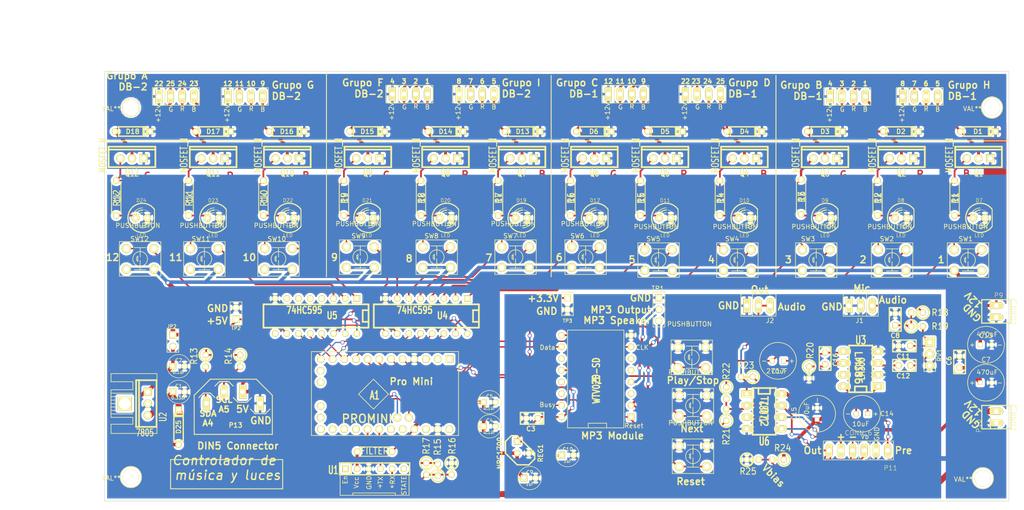
<source format=kicad_pcb>
(kicad_pcb (version 3) (host pcbnew "(2013-07-07 BZR 4022)-stable")
  (title_block (title "Controlador de música y luces") (rev 1.4) (company "Hackerspace Cholula") (comment 1 14/10/2014))
  (layers (15 F.Cu signal) (0 B.Cu signal) (18 B.Paste user) (19 F.Paste user) (20 B.SilkS user) (21 F.SilkS user) (22 B.Mask user) (23 F.Mask user) (28 Edge.Cuts user))
  (net 0 "")
  (net 1 +12P)
  (net 2 +12V)
  (net 3 +3.3V)
  (net 4 +5V)
  (net 5 1)
  (net 6 10)
  (net 7 11)
  (net 8 12)
  (net 9 2)
  (net 10 3)
  (net 11 4)
  (net 12 5)
  (net 13 6)
  (net 14 7)
  (net 15 8)
  (net 16 9)
  (net 17 "A0 (RX)")
  (net 18 "A1 (TX)")
  (net 19 GND)
  (net 20 I2CSCL)
  (net 21 I2CSDA)
  (net 22 MIC_PREAMP)
  (net 23 MP3_BUSY)
  (net 24 MP3_CK)
  (net 25 MP3_DATA)
  (net 26 MP3_OUTPUT)
  (net 27 MP3_RESET)
  (net 28 N-000001)
  (net 29 N-0000010)
  (net 30 N-0000011)
  (net 31 N-0000012)
  (net 32 N-0000013)
  (net 33 N-0000014)
  (net 34 N-0000016)
  (net 35 N-0000017)
  (net 36 N-0000018)
  (net 37 N-000002)
  (net 38 N-0000020)
  (net 39 N-0000021)
  (net 40 N-0000023)
  (net 41 N-0000024)
  (net 42 N-0000025)
  (net 43 N-0000026)
  (net 44 N-0000027)
  (net 45 N-0000028)
  (net 46 N-0000029)
  (net 47 N-000003)
  (net 48 N-0000030)
  (net 49 N-0000033)
  (net 50 N-0000034)
  (net 51 N-0000035)
  (net 52 N-0000036)
  (net 53 N-0000037)
  (net 54 N-0000039)
  (net 55 N-0000040)
  (net 56 N-0000041)
  (net 57 N-0000042)
  (net 58 N-0000043)
  (net 59 N-0000044)
  (net 60 N-0000045)
  (net 61 N-0000046)
  (net 62 N-0000047)
  (net 63 N-0000048)
  (net 64 N-0000049)
  (net 65 N-000005)
  (net 66 N-0000050)
  (net 67 N-0000053)
  (net 68 N-0000054)
  (net 69 N-0000055)
  (net 70 N-0000058)
  (net 71 N-0000059)
  (net 72 N-000006)
  (net 73 N-0000060)
  (net 74 N-0000061)
  (net 75 N-0000062)
  (net 76 N-0000063)
  (net 77 N-0000064)
  (net 78 N-0000065)
  (net 79 N-0000066)
  (net 80 N-000007)
  (net 81 N-000008)
  (net 82 N-000009)
  (net 83 Next)
  (net 84 Play)
  (net 85 SR_CLK)
  (net 86 SR_Input)
  (net 87 SR_LCLK)
  (net 88 SR_OE)
  (net 89 Vbias)
  (module PINHEAD1-6 (layer F.Cu) (at 204 140 180)
    (fp_text reference P11 (at -6.985 -3.81 180) (layer F.SilkS) (effects (font (size 1.016 1.016) (thickness 0.0889))))
    (fp_text value CONN_6 (at 0 3.81 180) (layer F.SilkS) (effects (font (size 1.016 1.016) (thickness 0.0889))))
    (pad 1 thru_hole oval (at -6.35 0 180) (size 1.50622 3.01498) (drill 0.99822) (layers *.Cu F.Paste F.SilkS F.Mask) (net 22 MIC_PREAMP))
    (pad 2 thru_hole oval (at -3.81 0 180) (size 1.50622 3.01498) (drill 0.99822) (layers *.Cu F.Paste F.SilkS F.Mask) (net 19 GND))
    (pad 3 thru_hole oval (at -1.27 0 180) (size 1.50622 3.01498) (drill 0.99822) (layers *.Cu F.Paste F.SilkS F.Mask) (net 89 Vbias))
    (pad 4 thru_hole oval (at 1.27 0 180) (size 1.50622 3.01498) (drill 0.99822) (layers *.Cu F.Paste F.SilkS F.Mask) (net 48 N-0000030))
    (pad 5 thru_hole oval (at 3.81 0 180) (size 1.50622 3.01498) (drill 0.99822) (layers *.Cu F.Paste F.SilkS F.Mask) (net 46 N-0000029))
    (pad 6 thru_hole oval (at 6.35 0 180) (size 1.50622 3.01498) (drill 0.99822) (layers *.Cu F.Paste F.SilkS F.Mask) (net 44 N-0000027))
  )
  (module PIN_ARRAY_3X1 (layer F.Cu) (at 204.5 108.5)
    (fp_text reference J1 (at -0.25 3.25) (layer F.SilkS) (effects (font (size 1.016 1.016) (thickness 0.1524))))
    (fp_text value JACK_ST hide)
    (pad 1 thru_hole rect (at -2.54 0) (size 1.524 3.048) (drill 1.016) (layers *.Cu *.Mask F.SilkS) (net 19 GND))
    (pad 2 thru_hole oval (at 0 0) (size 1.524 3.048) (drill 1.016) (layers *.Cu *.Mask F.SilkS) (net 19 GND))
    (pad 3 thru_hole oval (at 2.54 0) (size 1.524 3.302) (drill 1.016) (layers *.Cu *.Mask F.SilkS) (net 53 N-0000037))
  )
  (module PIN_ARRAY_4x1 (layer F.Cu) (at 68 129.75)
    (fp_text reference P13 (at 0.5 4.75) (layer F.SilkS) (effects (font (size 1.016 1.016) (thickness 0.2032))))
    (fp_text value DIN_5 hide)
    (pad 1 thru_hole oval (at -5.842 0) (size 1.524 3.048) (drill 1.016) (layers *.Cu *.Mask F.SilkS) (net 21 I2CSDA))
    (pad 2 thru_hole oval (at -2.032 -2.54) (size 1.524 3.048) (drill 1.016) (layers *.Cu *.Mask F.SilkS) (net 20 I2CSCL))
    (pad 5 thru_hole rect (at 5.842 0) (size 1.524 3.048) (drill 1.016) (layers *.Cu *.Mask F.SilkS) (net 19 GND))
    (pad 4 thru_hole rect (at 2.032 -2.54) (size 1.524 3.048) (drill 1.016) (layers *.Cu *.Mask F.SilkS) (net 4 +5V))
  )
  (module TO92 (layer F.Cu) (at 131.028 139.319 90)
    (fp_text reference REG1 (at -1.27 3.81 90) (layer F.SilkS) (effects (font (size 1.016 1.016) (thickness 0.2032))))
    (fp_text value NPC1700 (at -1.27 -5.08 90) (layer F.SilkS) (effects (font (size 1.016 1.016) (thickness 0.2032))))
    (pad 3 thru_hole rect (at 1.27 -1.27 90) (size 1.397 1.397) (drill 0.8128) (layers *.Cu *.Mask F.SilkS) (net 3 +3.3V))
    (pad 2 thru_hole circle (at -1.27 -1.27 90) (size 1.397 1.397) (drill 0.8128) (layers *.Cu *.Mask F.SilkS) (net 4 +5V))
    (pad 1 thru_hole circle (at -1.27 1.27 90) (size 1.397 1.397) (drill 0.8128) (layers *.Cu *.Mask F.SilkS) (net 19 GND))
  )
  (module ProMini (layer F.Cu) (at 98.5 127.75 180)
    (fp_text reference A1 (at -0.254 -0.254 180) (layer F.SilkS) (effects (font (size 1.778 1.143) (thickness 0.3048))))
    (fp_text value PROMINI (at 1.397 -5.334 180) (layer F.SilkS) (effects (font (size 1.778 1.778) (thickness 0.3048))))
    (pad 1 thru_hole rect (at -16.51 7.62 180) (size 1.651 1.651) (drill 1.016) (layers *.Cu *.Mask F.SilkS))
    (pad 2 thru_hole circle (at -13.97 7.62 180) (size 1.651 1.651) (drill 1.016) (layers *.Cu *.Mask F.SilkS))
    (pad 3 thru_hole circle (at -11.43 7.62 180) (size 1.651 1.651) (drill 1.016) (layers *.Cu *.Mask F.SilkS))
    (pad 4 thru_hole circle (at -8.89 7.62 180) (size 1.651 1.651) (drill 1.016) (layers *.Cu *.Mask F.SilkS) (net 19 GND))
    (pad 5 thru_hole circle (at -6.35 7.62 180) (size 1.651 1.651) (drill 1.016) (layers *.Cu *.Mask F.SilkS) (net 27 MP3_RESET))
    (pad 6 thru_hole circle (at -3.81 7.62 180) (size 1.651 1.651) (drill 1.016) (layers *.Cu *.Mask F.SilkS) (net 24 MP3_CK))
    (pad 7 thru_hole circle (at -1.27 7.62 180) (size 1.651 1.651) (drill 1.016) (layers *.Cu *.Mask F.SilkS) (net 25 MP3_DATA))
    (pad 8 thru_hole circle (at 1.27 7.62 180) (size 1.651 1.651) (drill 1.016) (layers *.Cu *.Mask F.SilkS) (net 23 MP3_BUSY))
    (pad 9 thru_hole circle (at 3.81 7.62 180) (size 1.651 1.651) (drill 1.016) (layers *.Cu *.Mask F.SilkS) (net 86 SR_Input))
    (pad 10 thru_hole circle (at 6.35 7.62 180) (size 1.651 1.651) (drill 1.016) (layers *.Cu *.Mask F.SilkS) (net 88 SR_OE))
    (pad 11 thru_hole circle (at 8.89 7.62 180) (size 1.651 1.651) (drill 1.016) (layers *.Cu *.Mask F.SilkS) (net 87 SR_LCLK))
    (pad 12 thru_hole circle (at 11.43 7.62 180) (size 1.651 1.651) (drill 1.016) (layers *.Cu *.Mask F.SilkS) (net 85 SR_CLK))
    (pad 13 thru_hole circle (at 11.5 5.1 180) (size 1.651 1.651) (drill 1.016) (layers *.Cu *.Mask F.SilkS))
    (pad 14 thru_hole circle (at 11.5 2.6 180) (size 1.651 1.651) (drill 1.016) (layers *.Cu *.Mask F.SilkS))
    (pad 15 thru_hole circle (at 11.5 -2.6 180) (size 1.651 1.651) (drill 1.016) (layers *.Cu *.Mask F.SilkS))
    (pad 16 thru_hole circle (at 11.5 -5.1 180) (size 1.651 1.651) (drill 1.016) (layers *.Cu *.Mask F.SilkS))
    (pad 17 thru_hole circle (at 11.43 -7.62 180) (size 1.651 1.651) (drill 1.016) (layers *.Cu *.Mask F.SilkS))
    (pad 18 thru_hole circle (at 8.89 -7.62 180) (size 1.651 1.651) (drill 1.016) (layers *.Cu *.Mask F.SilkS))
    (pad 19 thru_hole circle (at 6.35 -7.62 180) (size 1.651 1.651) (drill 1.016) (layers *.Cu *.Mask F.SilkS))
    (pad 20 thru_hole circle (at 3.81 -7.62 180) (size 1.651 1.651) (drill 1.016) (layers *.Cu *.Mask F.SilkS))
    (pad 21 thru_hole circle (at 1.27 -7.62 180) (size 1.651 1.651) (drill 1.016) (layers *.Cu *.Mask F.SilkS) (net 17 "A0 (RX)"))
    (pad 22 thru_hole circle (at -1.27 -7.62 180) (size 1.651 1.651) (drill 1.016) (layers *.Cu *.Mask F.SilkS) (net 18 "A1 (TX)"))
    (pad 23 thru_hole circle (at -3.81 -7.62 180) (size 1.651 1.651) (drill 1.016) (layers *.Cu *.Mask F.SilkS))
    (pad 24 thru_hole circle (at -6.35 -7.62 180) (size 1.651 1.651) (drill 1.016) (layers *.Cu *.Mask F.SilkS))
    (pad 25 thru_hole circle (at -8.89 -7.62 180) (size 1.651 1.651) (drill 1.016) (layers *.Cu *.Mask F.SilkS) (net 4 +5V))
    (pad 26 thru_hole circle (at -11.43 -7.62 180) (size 1.651 1.651) (drill 1.016) (layers *.Cu *.Mask F.SilkS))
    (pad 27 thru_hole circle (at -13.97 -7.62 180) (size 1.651 1.651) (drill 1.016) (layers *.Cu *.Mask F.SilkS) (net 19 GND))
    (pad 28 thru_hole circle (at -16.51 -7.62 180) (size 1.651 1.651) (drill 1.016) (layers *.Cu *.Mask F.SilkS))
    (pad 29 thru_hole circle (at -7.7 -5.1 180) (size 1.778 1.778) (drill 1.016) (layers *.Cu *.Mask F.SilkS) (net 21 I2CSDA))
    (pad 30 thru_hole circle (at -5.2 -5.1 180) (size 1.778 1.778) (drill 1.016) (layers *.Cu *.Mask F.SilkS) (net 20 I2CSCL))
  )
  (module TO220_VERT (layer F.Cu) (at 49.403 129.794 180)
    (fp_text reference U2 (at -3.302 -2.921 270) (layer F.SilkS) (effects (font (size 1.524 1.016) (thickness 0.2032))))
    (fp_text value 7805 (at 0.635 -6.35 180) (layer F.SilkS) (effects (font (size 1.524 1.016) (thickness 0.2032))))
    (pad Vi thru_hole circle (at 0 -2.54 180) (size 1.778 1.778) (drill 1.016) (layers *.Cu *.Mask F.SilkS) (net 1 +12P))
    (pad GND thru_hole circle (at 0 0 180) (size 1.778 1.778) (drill 1.016) (layers *.Cu *.Mask F.SilkS) (net 19 GND))
    (pad Vo thru_hole rect (at 0 2.54 180) (size 1.778 1.778) (drill 1.016) (layers *.Cu *.Mask F.SilkS) (net 36 N-0000018))
    (pad Hts thru_hole rect (at 5 0 180) (size 3.048 3.048) (drill 2.54) (layers *.Cu *.Mask F.SilkS))
  )
  (module R3 (layer F.Cu) (at 125.603 85.09 90)
    (fp_text reference R7 (at 0 0.127 90) (layer F.SilkS) (effects (font (size 1.397 1.27) (thickness 0.2032))))
    (fp_text value 1k (at 0 0.127 90) (layer F.SilkS) (effects (font (size 1.397 1.27) (thickness 0.2032))))
    (pad 1 thru_hole circle (at -3.81 0 90) (size 1.397 1.397) (drill 0.8128) (layers *.Cu *.Mask F.SilkS) (net 31 N-0000012))
    (pad 2 thru_hole circle (at 3.81 0 90) (size 1.397 1.397) (drill 0.8128) (layers *.Cu *.Mask F.SilkS) (net 32 N-0000013))
  )
  (module R3 (layer F.Cu) (at 42.545 85.09 90)
    (fp_text reference R12 (at 0 0.127 90) (layer F.SilkS) (effects (font (size 1.397 1.27) (thickness 0.2032))))
    (fp_text value 1k (at 0 0.127 90) (layer F.SilkS) (effects (font (size 1.397 1.27) (thickness 0.2032))))
    (pad 1 thru_hole circle (at -3.81 0 90) (size 1.397 1.397) (drill 0.8128) (layers *.Cu *.Mask F.SilkS) (net 34 N-0000016))
    (pad 2 thru_hole circle (at 3.81 0 90) (size 1.397 1.397) (drill 0.8128) (layers *.Cu *.Mask F.SilkS) (net 35 N-0000017))
  )
  (module R3 (layer F.Cu) (at 58.293 85.09 90)
    (fp_text reference R11 (at 0 0.127 90) (layer F.SilkS) (effects (font (size 1.397 1.27) (thickness 0.2032))))
    (fp_text value 1k (at 0 0.127 90) (layer F.SilkS) (effects (font (size 1.397 1.27) (thickness 0.2032))))
    (pad 1 thru_hole circle (at -3.81 0 90) (size 1.397 1.397) (drill 0.8128) (layers *.Cu *.Mask F.SilkS) (net 43 N-0000026))
    (pad 2 thru_hole circle (at 3.81 0 90) (size 1.397 1.397) (drill 0.8128) (layers *.Cu *.Mask F.SilkS) (net 39 N-0000021))
  )
  (module R3 (layer F.Cu) (at 74.549 85.09 90)
    (fp_text reference R10 (at 0 0.127 90) (layer F.SilkS) (effects (font (size 1.397 1.27) (thickness 0.2032))))
    (fp_text value 1k (at 0 0.127 90) (layer F.SilkS) (effects (font (size 1.397 1.27) (thickness 0.2032))))
    (pad 1 thru_hole circle (at -3.81 0 90) (size 1.397 1.397) (drill 0.8128) (layers *.Cu *.Mask F.SilkS) (net 40 N-0000023))
    (pad 2 thru_hole circle (at 3.81 0 90) (size 1.397 1.397) (drill 0.8128) (layers *.Cu *.Mask F.SilkS) (net 41 N-0000024))
  )
  (module R3 (layer F.Cu) (at 92.075 85.09 90)
    (fp_text reference R9 (at 0 0.127 90) (layer F.SilkS) (effects (font (size 1.397 1.27) (thickness 0.2032))))
    (fp_text value 1k (at 0 0.127 90) (layer F.SilkS) (effects (font (size 1.397 1.27) (thickness 0.2032))))
    (pad 1 thru_hole circle (at -3.81 0 90) (size 1.397 1.397) (drill 0.8128) (layers *.Cu *.Mask F.SilkS) (net 72 N-000006))
    (pad 2 thru_hole circle (at 3.81 0 90) (size 1.397 1.397) (drill 0.8128) (layers *.Cu *.Mask F.SilkS) (net 80 N-000007))
  )
  (module R3 (layer F.Cu) (at 108.839 85.09 90)
    (fp_text reference R8 (at 0 0.127 90) (layer F.SilkS) (effects (font (size 1.397 1.27) (thickness 0.2032))))
    (fp_text value 1k (at 0 0.127 90) (layer F.SilkS) (effects (font (size 1.397 1.27) (thickness 0.2032))))
    (pad 1 thru_hole circle (at -3.81 0 90) (size 1.397 1.397) (drill 0.8128) (layers *.Cu *.Mask F.SilkS) (net 37 N-000002))
    (pad 2 thru_hole circle (at 3.81 0 90) (size 1.397 1.397) (drill 0.8128) (layers *.Cu *.Mask F.SilkS) (net 47 N-000003))
  )
  (module R3 (layer F.Cu) (at 224.917 85.09 90)
    (fp_text reference R1 (at 0 0.127 90) (layer F.SilkS) (effects (font (size 1.397 1.27) (thickness 0.2032))))
    (fp_text value 1k (at 0 0.127 90) (layer F.SilkS) (effects (font (size 1.397 1.27) (thickness 0.2032))))
    (pad 1 thru_hole circle (at -3.81 0 90) (size 1.397 1.397) (drill 0.8128) (layers *.Cu *.Mask F.SilkS) (net 50 N-0000034))
    (pad 2 thru_hole circle (at 3.81 0 90) (size 1.397 1.397) (drill 0.8128) (layers *.Cu *.Mask F.SilkS) (net 51 N-0000035))
  )
  (module R3 (layer F.Cu) (at 208.153 85.09 90)
    (fp_text reference R2 (at 0 0.127 90) (layer F.SilkS) (effects (font (size 1.397 1.27) (thickness 0.2032))))
    (fp_text value 1k (at 0 0.127 90) (layer F.SilkS) (effects (font (size 1.397 1.27) (thickness 0.2032))))
    (pad 1 thru_hole circle (at -3.81 0 90) (size 1.397 1.397) (drill 0.8128) (layers *.Cu *.Mask F.SilkS) (net 61 N-0000046))
    (pad 2 thru_hole circle (at 3.81 0 90) (size 1.397 1.397) (drill 0.8128) (layers *.Cu *.Mask F.SilkS) (net 62 N-0000047))
  )
  (module R3 (layer F.Cu) (at 141.351 85.09 90)
    (fp_text reference R6 (at 0 0.127 90) (layer F.SilkS) (effects (font (size 1.397 1.27) (thickness 0.2032))))
    (fp_text value 1k (at 0 0.127 90) (layer F.SilkS) (effects (font (size 1.397 1.27) (thickness 0.2032))))
    (pad 1 thru_hole circle (at -3.81 0 90) (size 1.397 1.397) (drill 0.8128) (layers *.Cu *.Mask F.SilkS) (net 82 N-000009))
    (pad 2 thru_hole circle (at 3.81 0 90) (size 1.397 1.397) (drill 0.8128) (layers *.Cu *.Mask F.SilkS) (net 29 N-0000010))
  )
  (module R3 (layer F.Cu) (at 156.591 85.09 90)
    (fp_text reference R5 (at 0 0.127 90) (layer F.SilkS) (effects (font (size 1.397 1.27) (thickness 0.2032))))
    (fp_text value 1k (at 0 0.127 90) (layer F.SilkS) (effects (font (size 1.397 1.27) (thickness 0.2032))))
    (pad 1 thru_hole circle (at -3.81 0 90) (size 1.397 1.397) (drill 0.8128) (layers *.Cu *.Mask F.SilkS) (net 58 N-0000043))
    (pad 2 thru_hole circle (at 3.81 0 90) (size 1.397 1.397) (drill 0.8128) (layers *.Cu *.Mask F.SilkS) (net 59 N-0000044))
  )
  (module R3 (layer F.Cu) (at 173.863 85.09 90)
    (fp_text reference R4 (at 0 0.127 90) (layer F.SilkS) (effects (font (size 1.397 1.27) (thickness 0.2032))))
    (fp_text value 1k (at 0 0.127 90) (layer F.SilkS) (effects (font (size 1.397 1.27) (thickness 0.2032))))
    (pad 1 thru_hole circle (at -3.81 0 90) (size 1.397 1.397) (drill 0.8128) (layers *.Cu *.Mask F.SilkS) (net 55 N-0000040))
    (pad 2 thru_hole circle (at 3.81 0 90) (size 1.397 1.397) (drill 0.8128) (layers *.Cu *.Mask F.SilkS) (net 56 N-0000041))
  )
  (module LED-5MM (layer F.Cu) (at 79.883 89.408)
    (fp_text reference D22 (at 0 -3.81) (layer F.SilkS) (effects (font (size 0.762 0.762) (thickness 0.0889))))
    (fp_text value LED (at 0 3.81) (layer F.SilkS) (effects (font (size 0.762 0.762) (thickness 0.0889))))
    (pad 1 thru_hole circle (at -1.27 0) (size 1.6764 1.6764) (drill 0.8128) (layers *.Cu *.Mask F.SilkS) (net 40 N-0000023))
    (pad 2 thru_hole circle (at 1.27 0) (size 1.6764 1.6764) (drill 0.8128) (layers *.Cu *.Mask F.SilkS) (net 19 GND))
  )
  (module LED-5MM (layer F.Cu) (at 97.155 89.408)
    (fp_text reference D21 (at 0 -3.81) (layer F.SilkS) (effects (font (size 0.762 0.762) (thickness 0.0889))))
    (fp_text value LED (at 0 3.81) (layer F.SilkS) (effects (font (size 0.762 0.762) (thickness 0.0889))))
    (pad 1 thru_hole circle (at -1.27 0) (size 1.6764 1.6764) (drill 0.8128) (layers *.Cu *.Mask F.SilkS) (net 72 N-000006))
    (pad 2 thru_hole circle (at 1.27 0) (size 1.6764 1.6764) (drill 0.8128) (layers *.Cu *.Mask F.SilkS) (net 19 GND))
  )
  (module LED-5MM (layer F.Cu) (at 63.627 89.408)
    (fp_text reference D23 (at 0 -3.81) (layer F.SilkS) (effects (font (size 0.762 0.762) (thickness 0.0889))))
    (fp_text value LED (at 0 3.81) (layer F.SilkS) (effects (font (size 0.762 0.762) (thickness 0.0889))))
    (pad 1 thru_hole circle (at -1.27 0) (size 1.6764 1.6764) (drill 0.8128) (layers *.Cu *.Mask F.SilkS) (net 43 N-0000026))
    (pad 2 thru_hole circle (at 1.27 0) (size 1.6764 1.6764) (drill 0.8128) (layers *.Cu *.Mask F.SilkS) (net 19 GND))
  )
  (module LED-5MM (layer F.Cu) (at 230.251 89.408)
    (fp_text reference D7 (at 0 -3.81) (layer F.SilkS) (effects (font (size 0.762 0.762) (thickness 0.0889))))
    (fp_text value LED (at 0 3.81) (layer F.SilkS) (effects (font (size 0.762 0.762) (thickness 0.0889))))
    (pad 1 thru_hole circle (at -1.27 0) (size 1.6764 1.6764) (drill 0.8128) (layers *.Cu *.Mask F.SilkS) (net 50 N-0000034))
    (pad 2 thru_hole circle (at 1.27 0) (size 1.6764 1.6764) (drill 0.8128) (layers *.Cu *.Mask F.SilkS) (net 19 GND))
  )
  (module LED-5MM (layer F.Cu) (at 179.197 89.408)
    (fp_text reference D10 (at 0 -3.81) (layer F.SilkS) (effects (font (size 0.762 0.762) (thickness 0.0889))))
    (fp_text value LED (at 0 3.81) (layer F.SilkS) (effects (font (size 0.762 0.762) (thickness 0.0889))))
    (pad 1 thru_hole circle (at -1.27 0) (size 1.6764 1.6764) (drill 0.8128) (layers *.Cu *.Mask F.SilkS) (net 55 N-0000040))
    (pad 2 thru_hole circle (at 1.27 0) (size 1.6764 1.6764) (drill 0.8128) (layers *.Cu *.Mask F.SilkS) (net 19 GND))
  )
  (module LED-5MM (layer F.Cu) (at 48.006 89.408)
    (fp_text reference D24 (at 0 -3.81) (layer F.SilkS) (effects (font (size 0.762 0.762) (thickness 0.0889))))
    (fp_text value LED (at 0 3.81) (layer F.SilkS) (effects (font (size 0.762 0.762) (thickness 0.0889))))
    (pad 1 thru_hole circle (at -1.27 0) (size 1.6764 1.6764) (drill 0.8128) (layers *.Cu *.Mask F.SilkS) (net 34 N-0000016))
    (pad 2 thru_hole circle (at 1.27 0) (size 1.6764 1.6764) (drill 0.8128) (layers *.Cu *.Mask F.SilkS) (net 19 GND))
  )
  (module LED-5MM (layer F.Cu) (at 114.173 89.408)
    (fp_text reference D20 (at 0 -3.81) (layer F.SilkS) (effects (font (size 0.762 0.762) (thickness 0.0889))))
    (fp_text value LED (at 0 3.81) (layer F.SilkS) (effects (font (size 0.762 0.762) (thickness 0.0889))))
    (pad 1 thru_hole circle (at -1.27 0) (size 1.6764 1.6764) (drill 0.8128) (layers *.Cu *.Mask F.SilkS) (net 37 N-000002))
    (pad 2 thru_hole circle (at 1.27 0) (size 1.6764 1.6764) (drill 0.8128) (layers *.Cu *.Mask F.SilkS) (net 19 GND))
  )
  (module LED-5MM (layer F.Cu) (at 213.233 89.408)
    (fp_text reference D8 (at 0 -3.81) (layer F.SilkS) (effects (font (size 0.762 0.762) (thickness 0.0889))))
    (fp_text value LED (at 0 3.81) (layer F.SilkS) (effects (font (size 0.762 0.762) (thickness 0.0889))))
    (pad 1 thru_hole circle (at -1.27 0) (size 1.6764 1.6764) (drill 0.8128) (layers *.Cu *.Mask F.SilkS) (net 61 N-0000046))
    (pad 2 thru_hole circle (at 1.27 0) (size 1.6764 1.6764) (drill 0.8128) (layers *.Cu *.Mask F.SilkS) (net 19 GND))
  )
  (module LED-5MM (layer F.Cu) (at 130.683 89.408)
    (fp_text reference D19 (at 0 -3.81) (layer F.SilkS) (effects (font (size 0.762 0.762) (thickness 0.0889))))
    (fp_text value LED (at 0 3.81) (layer F.SilkS) (effects (font (size 0.762 0.762) (thickness 0.0889))))
    (pad 1 thru_hole circle (at -1.27 0) (size 1.6764 1.6764) (drill 0.8128) (layers *.Cu *.Mask F.SilkS) (net 31 N-0000012))
    (pad 2 thru_hole circle (at 1.27 0) (size 1.6764 1.6764) (drill 0.8128) (layers *.Cu *.Mask F.SilkS) (net 19 GND))
  )
  (module LED-5MM (layer F.Cu) (at 161.925 89.408)
    (fp_text reference D11 (at 0 -3.81) (layer F.SilkS) (effects (font (size 0.762 0.762) (thickness 0.0889))))
    (fp_text value LED (at 0 3.81) (layer F.SilkS) (effects (font (size 0.762 0.762) (thickness 0.0889))))
    (pad 1 thru_hole circle (at -1.27 0) (size 1.6764 1.6764) (drill 0.8128) (layers *.Cu *.Mask F.SilkS) (net 58 N-0000043))
    (pad 2 thru_hole circle (at 1.27 0) (size 1.6764 1.6764) (drill 0.8128) (layers *.Cu *.Mask F.SilkS) (net 19 GND))
  )
  (module LED-5MM (layer F.Cu) (at 146.685 89.408)
    (fp_text reference D12 (at 0 -3.81) (layer F.SilkS) (effects (font (size 0.762 0.762) (thickness 0.0889))))
    (fp_text value LED (at 0 3.81) (layer F.SilkS) (effects (font (size 0.762 0.762) (thickness 0.0889))))
    (pad 1 thru_hole circle (at -1.27 0) (size 1.6764 1.6764) (drill 0.8128) (layers *.Cu *.Mask F.SilkS) (net 82 N-000009))
    (pad 2 thru_hole circle (at 1.27 0) (size 1.6764 1.6764) (drill 0.8128) (layers *.Cu *.Mask F.SilkS) (net 19 GND))
  )
  (module D3 (layer F.Cu) (at 114.173 70.612)
    (fp_text reference D14 (at 0 0) (layer F.SilkS) (effects (font (size 1.016 1.016) (thickness 0.2032))))
    (fp_text value DIODE hide)
    (pad 2 thru_hole rect (at 3.81 0) (size 1.397 1.397) (drill 0.8128) (layers *.Cu *.Mask F.SilkS) (net 2 +12V))
    (pad 1 thru_hole circle (at -3.81 0) (size 1.397 1.397) (drill 0.8128) (layers *.Cu *.Mask F.SilkS) (net 30 N-0000011))
  )
  (module D3 (layer F.Cu) (at 213.233 70.612)
    (fp_text reference D2 (at 0 0) (layer F.SilkS) (effects (font (size 1.016 1.016) (thickness 0.2032))))
    (fp_text value DIODE hide)
    (pad 2 thru_hole rect (at 3.81 0) (size 1.397 1.397) (drill 0.8128) (layers *.Cu *.Mask F.SilkS) (net 2 +12V))
    (pad 1 thru_hole circle (at -3.81 0) (size 1.397 1.397) (drill 0.8128) (layers *.Cu *.Mask F.SilkS) (net 49 N-0000033))
  )
  (module D3 (layer F.Cu) (at 161.925 70.612)
    (fp_text reference D5 (at 0 0) (layer F.SilkS) (effects (font (size 1.016 1.016) (thickness 0.2032))))
    (fp_text value DIODE hide)
    (pad 2 thru_hole rect (at 3.81 0) (size 1.397 1.397) (drill 0.8128) (layers *.Cu *.Mask F.SilkS) (net 2 +12V))
    (pad 1 thru_hole circle (at -3.81 0) (size 1.397 1.397) (drill 0.8128) (layers *.Cu *.Mask F.SilkS) (net 54 N-0000039))
  )
  (module D3 (layer F.Cu) (at 46.101 70.612)
    (fp_text reference D18 (at 0 0) (layer F.SilkS) (effects (font (size 1.016 1.016) (thickness 0.2032))))
    (fp_text value DIODE hide)
    (pad 2 thru_hole rect (at 3.81 0) (size 1.397 1.397) (drill 0.8128) (layers *.Cu *.Mask F.SilkS) (net 2 +12V))
    (pad 1 thru_hole circle (at -3.81 0) (size 1.397 1.397) (drill 0.8128) (layers *.Cu *.Mask F.SilkS) (net 42 N-0000025))
  )
  (module D3 (layer F.Cu) (at 63.627 70.612)
    (fp_text reference D17 (at 0 0) (layer F.SilkS) (effects (font (size 1.016 1.016) (thickness 0.2032))))
    (fp_text value DIODE hide)
    (pad 2 thru_hole rect (at 3.81 0) (size 1.397 1.397) (drill 0.8128) (layers *.Cu *.Mask F.SilkS) (net 2 +12V))
    (pad 1 thru_hole circle (at -3.81 0) (size 1.397 1.397) (drill 0.8128) (layers *.Cu *.Mask F.SilkS) (net 38 N-0000020))
  )
  (module D3 (layer F.Cu) (at 229.997 70.612)
    (fp_text reference D1 (at 0 0) (layer F.SilkS) (effects (font (size 1.016 1.016) (thickness 0.2032))))
    (fp_text value DIODE hide)
    (pad 2 thru_hole rect (at 3.81 0) (size 1.397 1.397) (drill 0.8128) (layers *.Cu *.Mask F.SilkS) (net 2 +12V))
    (pad 1 thru_hole circle (at -3.81 0) (size 1.397 1.397) (drill 0.8128) (layers *.Cu *.Mask F.SilkS) (net 45 N-0000028))
  )
  (module D3 (layer F.Cu) (at 196.723 70.612)
    (fp_text reference D3 (at 0 0) (layer F.SilkS) (effects (font (size 1.016 1.016) (thickness 0.2032))))
    (fp_text value DIODE hide)
    (pad 2 thru_hole rect (at 3.81 0) (size 1.397 1.397) (drill 0.8128) (layers *.Cu *.Mask F.SilkS) (net 2 +12V))
    (pad 1 thru_hole circle (at -3.81 0) (size 1.397 1.397) (drill 0.8128) (layers *.Cu *.Mask F.SilkS) (net 60 N-0000045))
  )
  (module D3 (layer F.Cu) (at 146.431 70.612)
    (fp_text reference D6 (at 0 0) (layer F.SilkS) (effects (font (size 1.016 1.016) (thickness 0.2032))))
    (fp_text value DIODE hide)
    (pad 2 thru_hole rect (at 3.81 0) (size 1.397 1.397) (drill 0.8128) (layers *.Cu *.Mask F.SilkS) (net 2 +12V))
    (pad 1 thru_hole circle (at -3.81 0) (size 1.397 1.397) (drill 0.8128) (layers *.Cu *.Mask F.SilkS) (net 57 N-0000042))
  )
  (module D3 (layer F.Cu) (at 79.629 70.612)
    (fp_text reference D16 (at 0 0) (layer F.SilkS) (effects (font (size 1.016 1.016) (thickness 0.2032))))
    (fp_text value DIODE hide)
    (pad 2 thru_hole rect (at 3.81 0) (size 1.397 1.397) (drill 0.8128) (layers *.Cu *.Mask F.SilkS) (net 2 +12V))
    (pad 1 thru_hole circle (at -3.81 0) (size 1.397 1.397) (drill 0.8128) (layers *.Cu *.Mask F.SilkS) (net 65 N-000005))
  )
  (module D3 (layer F.Cu) (at 179.197 70.612)
    (fp_text reference D4 (at 0 0) (layer F.SilkS) (effects (font (size 1.016 1.016) (thickness 0.2032))))
    (fp_text value DIODE hide)
    (pad 2 thru_hole rect (at 3.81 0) (size 1.397 1.397) (drill 0.8128) (layers *.Cu *.Mask F.SilkS) (net 2 +12V))
    (pad 1 thru_hole circle (at -3.81 0) (size 1.397 1.397) (drill 0.8128) (layers *.Cu *.Mask F.SilkS) (net 64 N-0000049))
  )
  (module D3 (layer F.Cu) (at 97.155 70.612)
    (fp_text reference D15 (at 0 0) (layer F.SilkS) (effects (font (size 1.016 1.016) (thickness 0.2032))))
    (fp_text value DIODE hide)
    (pad 2 thru_hole rect (at 3.81 0) (size 1.397 1.397) (drill 0.8128) (layers *.Cu *.Mask F.SilkS) (net 2 +12V))
    (pad 1 thru_hole circle (at -3.81 0) (size 1.397 1.397) (drill 0.8128) (layers *.Cu *.Mask F.SilkS) (net 28 N-000001))
  )
  (module D3 (layer F.Cu) (at 130.937 70.612)
    (fp_text reference D13 (at 0 0) (layer F.SilkS) (effects (font (size 1.016 1.016) (thickness 0.2032))))
    (fp_text value DIODE hide)
    (pad 2 thru_hole rect (at 3.81 0) (size 1.397 1.397) (drill 0.8128) (layers *.Cu *.Mask F.SilkS) (net 2 +12V))
    (pad 1 thru_hole circle (at -3.81 0) (size 1.397 1.397) (drill 0.8128) (layers *.Cu *.Mask F.SilkS) (net 81 N-000008))
  )
  (module TO220_MOSFET (layer F.Cu) (at 97.282 76.454 90)
    (fp_text reference Q9 (at -3.175 0 180) (layer F.SilkS) (effects (font (size 1.524 1.016) (thickness 0.2032))))
    (fp_text value MOSFET_N (at 0.635 -6.35 90) (layer F.SilkS) (effects (font (size 1.524 1.016) (thickness 0.2032))))
    (pad G thru_hole circle (at 0 -2.54 90) (size 1.778 1.778) (drill 1.016) (layers *.Cu *.Mask F.SilkS) (net 80 N-000007))
    (pad D thru_hole circle (at 0 0 90) (size 1.778 1.778) (drill 1.016) (layers *.Cu *.Mask F.SilkS) (net 28 N-000001))
    (pad S thru_hole rect (at 0 2.54 90) (size 1.778 1.778) (drill 1.016) (layers *.Cu *.Mask F.SilkS) (net 19 GND))
  )
  (module TO220_MOSFET (layer F.Cu) (at 230.124 76.454 90)
    (fp_text reference Q1 (at -3.175 0 180) (layer F.SilkS) (effects (font (size 1.524 1.016) (thickness 0.2032))))
    (fp_text value MOSFET_N (at 0.635 -6.35 90) (layer F.SilkS) (effects (font (size 1.524 1.016) (thickness 0.2032))))
    (pad G thru_hole circle (at 0 -2.54 90) (size 1.778 1.778) (drill 1.016) (layers *.Cu *.Mask F.SilkS) (net 51 N-0000035))
    (pad D thru_hole circle (at 0 0 90) (size 1.778 1.778) (drill 1.016) (layers *.Cu *.Mask F.SilkS) (net 45 N-0000028))
    (pad S thru_hole rect (at 0 2.54 90) (size 1.778 1.778) (drill 1.016) (layers *.Cu *.Mask F.SilkS) (net 19 GND))
  )
  (module TO220_MOSFET (layer F.Cu) (at 45.974 76.454 90)
    (fp_text reference Q12 (at -3.175 0 180) (layer F.SilkS) (effects (font (size 1.524 1.016) (thickness 0.2032))))
    (fp_text value MOSFET_N (at 0.635 -6.35 90) (layer F.SilkS) (effects (font (size 1.524 1.016) (thickness 0.2032))))
    (pad G thru_hole circle (at 0 -2.54 90) (size 1.778 1.778) (drill 1.016) (layers *.Cu *.Mask F.SilkS) (net 35 N-0000017))
    (pad D thru_hole circle (at 0 0 90) (size 1.778 1.778) (drill 1.016) (layers *.Cu *.Mask F.SilkS) (net 42 N-0000025))
    (pad S thru_hole rect (at 0 2.54 90) (size 1.778 1.778) (drill 1.016) (layers *.Cu *.Mask F.SilkS) (net 19 GND))
  )
  (module TO220_MOSFET (layer F.Cu) (at 63.627 76.454 90)
    (fp_text reference Q11 (at -3.175 0 180) (layer F.SilkS) (effects (font (size 1.524 1.016) (thickness 0.2032))))
    (fp_text value MOSFET_N (at 0.635 -6.35 90) (layer F.SilkS) (effects (font (size 1.524 1.016) (thickness 0.2032))))
    (pad G thru_hole circle (at 0 -2.54 90) (size 1.778 1.778) (drill 1.016) (layers *.Cu *.Mask F.SilkS) (net 39 N-0000021))
    (pad D thru_hole circle (at 0 0 90) (size 1.778 1.778) (drill 1.016) (layers *.Cu *.Mask F.SilkS) (net 38 N-0000020))
    (pad S thru_hole rect (at 0 2.54 90) (size 1.778 1.778) (drill 1.016) (layers *.Cu *.Mask F.SilkS) (net 19 GND))
  )
  (module TO220_MOSFET (layer F.Cu) (at 79.756 76.454 90)
    (fp_text reference Q10 (at -3.175 0 180) (layer F.SilkS) (effects (font (size 1.524 1.016) (thickness 0.2032))))
    (fp_text value MOSFET_N (at 0.635 -6.35 90) (layer F.SilkS) (effects (font (size 1.524 1.016) (thickness 0.2032))))
    (pad G thru_hole circle (at 0 -2.54 90) (size 1.778 1.778) (drill 1.016) (layers *.Cu *.Mask F.SilkS) (net 41 N-0000024))
    (pad D thru_hole circle (at 0 0 90) (size 1.778 1.778) (drill 1.016) (layers *.Cu *.Mask F.SilkS) (net 65 N-000005))
    (pad S thru_hole rect (at 0 2.54 90) (size 1.778 1.778) (drill 1.016) (layers *.Cu *.Mask F.SilkS) (net 19 GND))
  )
  (module TO220_MOSFET (layer F.Cu) (at 114.173 76.454 90)
    (fp_text reference Q8 (at -3.175 0 180) (layer F.SilkS) (effects (font (size 1.524 1.016) (thickness 0.2032))))
    (fp_text value MOSFET_N (at 0.635 -6.35 90) (layer F.SilkS) (effects (font (size 1.524 1.016) (thickness 0.2032))))
    (pad G thru_hole circle (at 0 -2.54 90) (size 1.778 1.778) (drill 1.016) (layers *.Cu *.Mask F.SilkS) (net 47 N-000003))
    (pad D thru_hole circle (at 0 0 90) (size 1.778 1.778) (drill 1.016) (layers *.Cu *.Mask F.SilkS) (net 30 N-0000011))
    (pad S thru_hole rect (at 0 2.54 90) (size 1.778 1.778) (drill 1.016) (layers *.Cu *.Mask F.SilkS) (net 19 GND))
  )
  (module TO220_MOSFET (layer F.Cu) (at 130.81 76.454 90)
    (fp_text reference Q7 (at -3.175 0 180) (layer F.SilkS) (effects (font (size 1.524 1.016) (thickness 0.2032))))
    (fp_text value MOSFET_N (at 0.635 -6.35 90) (layer F.SilkS) (effects (font (size 1.524 1.016) (thickness 0.2032))))
    (pad G thru_hole circle (at 0 -2.54 90) (size 1.778 1.778) (drill 1.016) (layers *.Cu *.Mask F.SilkS) (net 32 N-0000013))
    (pad D thru_hole circle (at 0 0 90) (size 1.778 1.778) (drill 1.016) (layers *.Cu *.Mask F.SilkS) (net 81 N-000008))
    (pad S thru_hole rect (at 0 2.54 90) (size 1.778 1.778) (drill 1.016) (layers *.Cu *.Mask F.SilkS) (net 19 GND))
  )
  (module TO220_MOSFET (layer F.Cu) (at 146.558 76.454 90)
    (fp_text reference Q6 (at -3.175 0 180) (layer F.SilkS) (effects (font (size 1.524 1.016) (thickness 0.2032))))
    (fp_text value MOSFET_N (at 0.635 -6.35 90) (layer F.SilkS) (effects (font (size 1.524 1.016) (thickness 0.2032))))
    (pad G thru_hole circle (at 0 -2.54 90) (size 1.778 1.778) (drill 1.016) (layers *.Cu *.Mask F.SilkS) (net 29 N-0000010))
    (pad D thru_hole circle (at 0 0 90) (size 1.778 1.778) (drill 1.016) (layers *.Cu *.Mask F.SilkS) (net 57 N-0000042))
    (pad S thru_hole rect (at 0 2.54 90) (size 1.778 1.778) (drill 1.016) (layers *.Cu *.Mask F.SilkS) (net 19 GND))
  )
  (module TO220_MOSFET (layer F.Cu) (at 161.925 76.454 90)
    (fp_text reference Q5 (at -3.175 0 180) (layer F.SilkS) (effects (font (size 1.524 1.016) (thickness 0.2032))))
    (fp_text value MOSFET_N (at 0.635 -6.35 90) (layer F.SilkS) (effects (font (size 1.524 1.016) (thickness 0.2032))))
    (pad G thru_hole circle (at 0 -2.54 90) (size 1.778 1.778) (drill 1.016) (layers *.Cu *.Mask F.SilkS) (net 59 N-0000044))
    (pad D thru_hole circle (at 0 0 90) (size 1.778 1.778) (drill 1.016) (layers *.Cu *.Mask F.SilkS) (net 54 N-0000039))
    (pad S thru_hole rect (at 0 2.54 90) (size 1.778 1.778) (drill 1.016) (layers *.Cu *.Mask F.SilkS) (net 19 GND))
  )
  (module TO220_MOSFET (layer F.Cu) (at 179.197 76.454 90)
    (fp_text reference Q4 (at -3.175 0 180) (layer F.SilkS) (effects (font (size 1.524 1.016) (thickness 0.2032))))
    (fp_text value MOSFET_N (at 0.635 -6.35 90) (layer F.SilkS) (effects (font (size 1.524 1.016) (thickness 0.2032))))
    (pad G thru_hole circle (at 0 -2.54 90) (size 1.778 1.778) (drill 1.016) (layers *.Cu *.Mask F.SilkS) (net 56 N-0000041))
    (pad D thru_hole circle (at 0 0 90) (size 1.778 1.778) (drill 1.016) (layers *.Cu *.Mask F.SilkS) (net 64 N-0000049))
    (pad S thru_hole rect (at 0 2.54 90) (size 1.778 1.778) (drill 1.016) (layers *.Cu *.Mask F.SilkS) (net 19 GND))
  )
  (module TO220_MOSFET (layer F.Cu) (at 196.723 76.454 90)
    (fp_text reference Q3 (at -3.175 0 180) (layer F.SilkS) (effects (font (size 1.524 1.016) (thickness 0.2032))))
    (fp_text value MOSFET_N (at 0.635 -6.35 90) (layer F.SilkS) (effects (font (size 1.524 1.016) (thickness 0.2032))))
    (pad G thru_hole circle (at 0 -2.54 90) (size 1.778 1.778) (drill 1.016) (layers *.Cu *.Mask F.SilkS) (net 66 N-0000050))
    (pad D thru_hole circle (at 0 0 90) (size 1.778 1.778) (drill 1.016) (layers *.Cu *.Mask F.SilkS) (net 60 N-0000045))
    (pad S thru_hole rect (at 0 2.54 90) (size 1.778 1.778) (drill 1.016) (layers *.Cu *.Mask F.SilkS) (net 19 GND))
  )
  (module TO220_MOSFET (layer F.Cu) (at 213.36 76.454 90)
    (fp_text reference Q2 (at -3.175 0 180) (layer F.SilkS) (effects (font (size 1.524 1.016) (thickness 0.2032))))
    (fp_text value MOSFET_N (at 0.635 -6.35 90) (layer F.SilkS) (effects (font (size 1.524 1.016) (thickness 0.2032))))
    (pad G thru_hole circle (at 0 -2.54 90) (size 1.778 1.778) (drill 1.016) (layers *.Cu *.Mask F.SilkS) (net 62 N-0000047))
    (pad D thru_hole circle (at 0 0 90) (size 1.778 1.778) (drill 1.016) (layers *.Cu *.Mask F.SilkS) (net 49 N-0000033))
    (pad S thru_hole rect (at 0 2.54 90) (size 1.778 1.778) (drill 1.016) (layers *.Cu *.Mask F.SilkS) (net 19 GND))
  )
  (module MP3 (layer F.Cu) (at 143.22 123.825 90)
    (fp_text reference M1 (at -0.889 3.81 180) (layer F.SilkS) (effects (font (size 1.524 1.143) (thickness 0.3048))))
    (fp_text value WTV020-SD (at -1 3.75 90) (layer F.SilkS) (effects (font (size 1.524 1.143) (thickness 0.28575))))
    (pad 1 thru_hole rect (at -8.89 11.31 90) (size 1.397 1.397) (drill 0.8128) (layers *.Cu *.Mask F.SilkS) (net 27 MP3_RESET))
    (pad 2 thru_hole circle (at -6.35 11.31 90) (size 1.397 1.397) (drill 0.8128) (layers *.Cu *.Mask F.SilkS) (net 26 MP3_OUTPUT))
    (pad 3 thru_hole circle (at -3.81 11.31 90) (size 1.397 1.397) (drill 0.8128) (layers *.Cu *.Mask F.SilkS))
    (pad 4 thru_hole circle (at -1.27 11.31 90) (size 1.397 1.397) (drill 0.8128) (layers *.Cu *.Mask F.SilkS) (net 52 N-0000036))
    (pad 5 thru_hole circle (at 1.27 11.31 90) (size 1.397 1.397) (drill 0.8128) (layers *.Cu *.Mask F.SilkS))
    (pad 6 thru_hole circle (at 3.81 11.31 90) (size 1.397 1.397) (drill 0.8128) (layers *.Cu *.Mask F.SilkS))
    (pad 7 thru_hole circle (at 6.35 11.31 90) (size 1.397 1.397) (drill 0.8128) (layers *.Cu *.Mask F.SilkS) (net 24 MP3_CK))
    (pad 8 thru_hole circle (at 8.89 11.31 90) (size 1.397 1.397) (drill 0.8128) (layers *.Cu *.Mask F.SilkS) (net 19 GND))
    (pad 9 thru_hole circle (at 8.89 -3.81 90) (size 1.397 1.397) (drill 0.8128) (layers *.Cu *.Mask F.SilkS) (net 84 Play))
    (pad 10 thru_hole circle (at 6.35 -3.81 90) (size 1.397 1.397) (drill 0.8128) (layers *.Cu *.Mask F.SilkS) (net 25 MP3_DATA))
    (pad 11 thru_hole circle (at 3.81 -3.81 90) (size 1.397 1.397) (drill 0.8128) (layers *.Cu *.Mask F.SilkS))
    (pad 12 thru_hole circle (at 1.27 -3.81 90) (size 1.397 1.397) (drill 0.8128) (layers *.Cu *.Mask F.SilkS) (net 83 Next))
    (pad 13 thru_hole circle (at -1.27 -3.81 90) (size 1.397 1.397) (drill 0.8128) (layers *.Cu *.Mask F.SilkS))
    (pad 14 thru_hole circle (at -3.81 -3.81 90) (size 1.397 1.397) (drill 0.8128) (layers *.Cu *.Mask F.SilkS))
    (pad 15 thru_hole circle (at -6.35 -3.81 90) (size 1.397 1.397) (drill 0.8128) (layers *.Cu *.Mask F.SilkS) (net 23 MP3_BUSY))
    (pad 16 thru_hole circle (at -8.89 -3.81 90) (size 1.397 1.397) (drill 0.8128) (layers *.Cu *.Mask F.SilkS) (net 3 +3.3V))
  )
  (module C1V5 (layer F.Cu) (at 56.134 127.254)
    (fp_text reference C1 (at 0 -1.26746) (layer F.SilkS) (effects (font (size 0.762 0.762) (thickness 0.127))))
    (fp_text value 0.33uF (at 0 1.27) (layer F.SilkS) (effects (font (size 0.762 0.635) (thickness 0.127))))
    (fp_text user + (at -2.286 0) (layer F.SilkS) (effects (font (size 0.762 0.762) (thickness 0.2032))))
    (pad 1 thru_hole rect (at -1.27 0) (size 1.397 1.397) (drill 0.8128) (layers *.Cu *.Mask F.SilkS) (net 1 +12P))
    (pad 2 thru_hole circle (at 1.27 0) (size 1.397 1.397) (drill 0.8128) (layers *.Cu *.Mask F.SilkS) (net 19 GND))
  )
  (module C1V5 (layer F.Cu) (at 56.134 121.666)
    (fp_text reference C2 (at 0 -1.26746) (layer F.SilkS) (effects (font (size 0.762 0.762) (thickness 0.127))))
    (fp_text value 0.1uF (at 0 1.27) (layer F.SilkS) (effects (font (size 0.762 0.635) (thickness 0.127))))
    (fp_text user + (at -2.286 0) (layer F.SilkS) (effects (font (size 0.762 0.762) (thickness 0.2032))))
    (pad 1 thru_hole rect (at -1.27 0) (size 1.397 1.397) (drill 0.8128) (layers *.Cu *.Mask F.SilkS) (net 36 N-0000018))
    (pad 2 thru_hole circle (at 1.27 0) (size 1.397 1.397) (drill 0.8128) (layers *.Cu *.Mask F.SilkS) (net 19 GND))
  )
  (module PIN_ARRAY_2X1 (layer F.Cu) (at 54.864 116.078 270)
    (fp_text reference JP2 (at -3.048 0.254 360) (layer F.SilkS) (effects (font (size 0.762 0.762) (thickness 0.1524))))
    (fp_text value JUMPER hide)
    (pad 1 thru_hole rect (at -1.27 0 270) (size 1.524 1.524) (drill 1.016) (layers *.Cu *.Mask F.SilkS) (net 4 +5V))
    (pad 2 thru_hole circle (at 1.27 0 270) (size 1.524 1.524) (drill 1.016) (layers *.Cu *.Mask F.SilkS) (net 36 N-0000018))
  )
  (module TactileSW_2 (layer F.Cu) (at 227.33 92.583)
    (fp_text reference SW1 (at 0 1.397) (layer F.SilkS))
    (fp_text value PUSHBUTTON (at 0 -1.25) (layer F.SilkS))
    (pad 1 thru_hole circle (at -2.5 3.75) (size 2 2) (drill 1.2) (layers *.Cu *.Mask F.SilkS) (net 51 N-0000035))
    (pad 2 thru_hole circle (at 3.5 3.75) (size 2 2) (drill 1.2) (layers *.Cu *.Mask F.SilkS) (net 5 1))
    (pad 3 thru_hole circle (at -2.5 8.25) (size 2 2) (drill 1.2) (layers *.Cu *.Mask F.SilkS) (net 4 +5V))
    (pad 4 thru_hole circle (at 3.5 8.25) (size 2 2) (drill 1.2) (layers *.Cu *.Mask F.SilkS) (net 4 +5V))
  )
  (module TactileSW_2 (layer F.Cu) (at 111.76 91.948)
    (fp_text reference SW8 (at -0.635 1.397) (layer F.SilkS))
    (fp_text value PUSHBUTTON (at 0 -1.25) (layer F.SilkS))
    (pad 1 thru_hole circle (at -2.5 3.75) (size 2 2) (drill 1.2) (layers *.Cu *.Mask F.SilkS) (net 47 N-000003))
    (pad 2 thru_hole circle (at 3.5 3.75) (size 2 2) (drill 1.2) (layers *.Cu *.Mask F.SilkS) (net 15 8))
    (pad 3 thru_hole circle (at -2.5 8.25) (size 2 2) (drill 1.2) (layers *.Cu *.Mask F.SilkS) (net 4 +5V))
    (pad 4 thru_hole circle (at 3.5 8.25) (size 2 2) (drill 1.2) (layers *.Cu *.Mask F.SilkS) (net 4 +5V))
  )
  (module TactileSW_2 (layer F.Cu) (at 210.82 92.583)
    (fp_text reference SW2 (at -0.635 1.397) (layer F.SilkS))
    (fp_text value PUSHBUTTON (at 0 -1.25) (layer F.SilkS))
    (pad 1 thru_hole circle (at -2.5 3.75) (size 2 2) (drill 1.2) (layers *.Cu *.Mask F.SilkS) (net 62 N-0000047))
    (pad 2 thru_hole circle (at 3.5 3.75) (size 2 2) (drill 1.2) (layers *.Cu *.Mask F.SilkS) (net 9 2))
    (pad 3 thru_hole circle (at -2.5 8.25) (size 2 2) (drill 1.2) (layers *.Cu *.Mask F.SilkS) (net 4 +5V))
    (pad 4 thru_hole circle (at 3.5 8.25) (size 2 2) (drill 1.2) (layers *.Cu *.Mask F.SilkS) (net 4 +5V))
  )
  (module TactileSW_2 (layer F.Cu) (at 128.905 91.948)
    (fp_text reference SW7 (at -0.635 1.397) (layer F.SilkS))
    (fp_text value PUSHBUTTON (at 0 -1.25) (layer F.SilkS))
    (pad 1 thru_hole circle (at -2.5 3.75) (size 2 2) (drill 1.2) (layers *.Cu *.Mask F.SilkS) (net 32 N-0000013))
    (pad 2 thru_hole circle (at 3.5 3.75) (size 2 2) (drill 1.2) (layers *.Cu *.Mask F.SilkS) (net 14 7))
    (pad 3 thru_hole circle (at -2.5 8.25) (size 2 2) (drill 1.2) (layers *.Cu *.Mask F.SilkS) (net 4 +5V))
    (pad 4 thru_hole circle (at 3.5 8.25) (size 2 2) (drill 1.2) (layers *.Cu *.Mask F.SilkS) (net 4 +5V))
  )
  (module TactileSW_2 (layer F.Cu) (at 95.123 91.948)
    (fp_text reference SW9 (at 0.127 1.397) (layer F.SilkS))
    (fp_text value PUSHBUTTON (at 0 -1.25) (layer F.SilkS))
    (pad 1 thru_hole circle (at -2.5 3.75) (size 2 2) (drill 1.2) (layers *.Cu *.Mask F.SilkS) (net 80 N-000007))
    (pad 2 thru_hole circle (at 3.5 3.75) (size 2 2) (drill 1.2) (layers *.Cu *.Mask F.SilkS) (net 16 9))
    (pad 3 thru_hole circle (at -2.5 8.25) (size 2 2) (drill 1.2) (layers *.Cu *.Mask F.SilkS) (net 4 +5V))
    (pad 4 thru_hole circle (at 3.5 8.25) (size 2 2) (drill 1.2) (layers *.Cu *.Mask F.SilkS) (net 4 +5V))
  )
  (module TactileSW_2 (layer F.Cu) (at 194.31 92.583)
    (fp_text reference SW3 (at -1.27 1.397) (layer F.SilkS))
    (fp_text value PUSHBUTTON (at 0 -1.25) (layer F.SilkS))
    (pad 1 thru_hole circle (at -2.5 3.75) (size 2 2) (drill 1.2) (layers *.Cu *.Mask F.SilkS) (net 66 N-0000050))
    (pad 2 thru_hole circle (at 3.5 3.75) (size 2 2) (drill 1.2) (layers *.Cu *.Mask F.SilkS) (net 10 3))
    (pad 3 thru_hole circle (at -2.5 8.25) (size 2 2) (drill 1.2) (layers *.Cu *.Mask F.SilkS) (net 4 +5V))
    (pad 4 thru_hole circle (at 3.5 8.25) (size 2 2) (drill 1.2) (layers *.Cu *.Mask F.SilkS) (net 4 +5V))
  )
  (module TactileSW_2 (layer F.Cu) (at 144.145 91.948)
    (fp_text reference SW6 (at -1.27 1.397) (layer F.SilkS))
    (fp_text value PUSHBUTTON (at 0 -1.25) (layer F.SilkS))
    (pad 1 thru_hole circle (at -2.5 3.75) (size 2 2) (drill 1.2) (layers *.Cu *.Mask F.SilkS) (net 29 N-0000010))
    (pad 2 thru_hole circle (at 3.5 3.75) (size 2 2) (drill 1.2) (layers *.Cu *.Mask F.SilkS) (net 13 6))
    (pad 3 thru_hole circle (at -2.5 8.25) (size 2 2) (drill 1.2) (layers *.Cu *.Mask F.SilkS) (net 4 +5V))
    (pad 4 thru_hole circle (at 3.5 8.25) (size 2 2) (drill 1.2) (layers *.Cu *.Mask F.SilkS) (net 4 +5V))
  )
  (module TactileSW_2 (layer F.Cu) (at 77.343 92.329)
    (fp_text reference SW10 (at 0.127 1.651) (layer F.SilkS))
    (fp_text value PUSHBUTTON (at 0 -1.25) (layer F.SilkS))
    (pad 1 thru_hole circle (at -2.5 3.75) (size 2 2) (drill 1.2) (layers *.Cu *.Mask F.SilkS) (net 41 N-0000024))
    (pad 2 thru_hole circle (at 3.5 3.75) (size 2 2) (drill 1.2) (layers *.Cu *.Mask F.SilkS) (net 6 10))
    (pad 3 thru_hole circle (at -2.5 8.25) (size 2 2) (drill 1.2) (layers *.Cu *.Mask F.SilkS) (net 4 +5V))
    (pad 4 thru_hole circle (at 3.5 8.25) (size 2 2) (drill 1.2) (layers *.Cu *.Mask F.SilkS) (net 4 +5V))
  )
  (module TactileSW_2 (layer F.Cu) (at 61.214 92.329)
    (fp_text reference SW11 (at -0.254 1.651) (layer F.SilkS))
    (fp_text value PUSHBUTTON (at 0 -1.25) (layer F.SilkS))
    (pad 1 thru_hole circle (at -2.5 3.75) (size 2 2) (drill 1.2) (layers *.Cu *.Mask F.SilkS) (net 39 N-0000021))
    (pad 2 thru_hole circle (at 3.5 3.75) (size 2 2) (drill 1.2) (layers *.Cu *.Mask F.SilkS) (net 7 11))
    (pad 3 thru_hole circle (at -2.5 8.25) (size 2 2) (drill 1.2) (layers *.Cu *.Mask F.SilkS) (net 4 +5V))
    (pad 4 thru_hole circle (at 3.5 8.25) (size 2 2) (drill 1.2) (layers *.Cu *.Mask F.SilkS) (net 4 +5V))
  )
  (module TactileSW_2 (layer F.Cu) (at 177.165 92.583)
    (fp_text reference SW4 (at -0.635 1.397) (layer F.SilkS))
    (fp_text value PUSHBUTTON (at 0 -1.25) (layer F.SilkS))
    (pad 1 thru_hole circle (at -2.5 3.75) (size 2 2) (drill 1.2) (layers *.Cu *.Mask F.SilkS) (net 56 N-0000041))
    (pad 2 thru_hole circle (at 3.5 3.75) (size 2 2) (drill 1.2) (layers *.Cu *.Mask F.SilkS) (net 11 4))
    (pad 3 thru_hole circle (at -2.5 8.25) (size 2 2) (drill 1.2) (layers *.Cu *.Mask F.SilkS) (net 4 +5V))
    (pad 4 thru_hole circle (at 3.5 8.25) (size 2 2) (drill 1.2) (layers *.Cu *.Mask F.SilkS) (net 4 +5V))
  )
  (module TactileSW_2 (layer F.Cu) (at 160.02 92.583)
    (fp_text reference SW5 (at -0.635 1.397) (layer F.SilkS))
    (fp_text value PUSHBUTTON (at 0 -1.25) (layer F.SilkS))
    (pad 1 thru_hole circle (at -2.5 3.75) (size 2 2) (drill 1.2) (layers *.Cu *.Mask F.SilkS) (net 59 N-0000044))
    (pad 2 thru_hole circle (at 3.5 3.75) (size 2 2) (drill 1.2) (layers *.Cu *.Mask F.SilkS) (net 12 5))
    (pad 3 thru_hole circle (at -2.5 8.25) (size 2 2) (drill 1.2) (layers *.Cu *.Mask F.SilkS) (net 4 +5V))
    (pad 4 thru_hole circle (at 3.5 8.25) (size 2 2) (drill 1.2) (layers *.Cu *.Mask F.SilkS) (net 4 +5V))
  )
  (module TactileSW_2 (layer F.Cu) (at 47.244 92.329)
    (fp_text reference SW12 (at 0.381 1.651) (layer F.SilkS))
    (fp_text value PUSHBUTTON (at 0 -1.25) (layer F.SilkS))
    (pad 1 thru_hole circle (at -2.5 3.75) (size 2 2) (drill 1.2) (layers *.Cu *.Mask F.SilkS) (net 35 N-0000017))
    (pad 2 thru_hole circle (at 3.5 3.75) (size 2 2) (drill 1.2) (layers *.Cu *.Mask F.SilkS) (net 8 12))
    (pad 3 thru_hole circle (at -2.5 8.25) (size 2 2) (drill 1.2) (layers *.Cu *.Mask F.SilkS) (net 4 +5V))
    (pad 4 thru_hole circle (at 3.5 8.25) (size 2 2) (drill 1.2) (layers *.Cu *.Mask F.SilkS) (net 4 +5V))
  )
  (module C1 (layer F.Cu) (at 226 120.75 90)
    (fp_text reference C6 (at 0.254 -2.286 90) (layer F.SilkS) (effects (font (size 1.016 1.016) (thickness 0.2032))))
    (fp_text value 0.1uF hide)
    (pad 1 thru_hole circle (at -1.27 0 90) (size 1.397 1.397) (drill 0.8128) (layers *.Cu *.Mask F.SilkS) (net 2 +12V))
    (pad 2 thru_hole circle (at 1.27 0 90) (size 1.397 1.397) (drill 0.8128) (layers *.Cu *.Mask F.SilkS) (net 19 GND))
  )
  (module C1 (layer F.Cu) (at 133 133 180)
    (fp_text reference C3 (at 0.254 -2.286 180) (layer F.SilkS) (effects (font (size 1.016 1.016) (thickness 0.2032))))
    (fp_text value 0.1uF hide)
    (pad 1 thru_hole circle (at -1.27 0 180) (size 1.397 1.397) (drill 0.8128) (layers *.Cu *.Mask F.SilkS) (net 3 +3.3V))
    (pad 2 thru_hole circle (at 1.27 0 180) (size 1.397 1.397) (drill 0.8128) (layers *.Cu *.Mask F.SilkS) (net 19 GND))
  )
  (module C1V5 (layer F.Cu) (at 132.5 146)
    (fp_text reference C9 (at 0 -1.26746) (layer F.SilkS) (effects (font (size 0.762 0.762) (thickness 0.127))))
    (fp_text value 1uF (at 0 1.27) (layer F.SilkS) (effects (font (size 0.762 0.635) (thickness 0.127))))
    (fp_text user + (at -2.286 0) (layer F.SilkS) (effects (font (size 0.762 0.762) (thickness 0.2032))))
    (pad 1 thru_hole rect (at -1.27 0) (size 1.397 1.397) (drill 0.8128) (layers *.Cu *.Mask F.SilkS) (net 4 +5V))
    (pad 2 thru_hole circle (at 1.27 0) (size 1.397 1.397) (drill 0.8128) (layers *.Cu *.Mask F.SilkS) (net 19 GND))
  )
  (module CAP_8_3.5 (layer F.Cu) (at 231.75 117)
    (fp_text reference C13 (at 0 -2) (layer F.SilkS))
    (fp_text value 470uF (at 0.25 -2.25) (layer F.SilkS))
    (fp_text user - (at 3 0) (layer F.SilkS))
    (fp_text user + (at -3 0) (layer F.SilkS))
    (pad 1 thru_hole rect (at -1.25 0) (size 1 1) (drill 0.8) (layers *.Cu *.Mask F.SilkS) (net 4 +5V))
    (pad 2 thru_hole circle (at 1.25 0) (size 1.2 1.2) (drill 0.8) (layers *.Cu *.Mask F.SilkS) (net 19 GND))
  )
  (module CAP_8_3.5 (layer F.Cu) (at 231.75 125.25)
    (fp_text reference C7 (at 0 -5) (layer F.SilkS))
    (fp_text value 470uF (at 0.25 -2.25) (layer F.SilkS))
    (fp_text user - (at 3 0) (layer F.SilkS))
    (fp_text user + (at -3 0) (layer F.SilkS))
    (pad 1 thru_hole rect (at -1.25 0) (size 1 1) (drill 0.8) (layers *.Cu *.Mask F.SilkS) (net 2 +12V))
    (pad 2 thru_hole circle (at 1.25 0) (size 1.2 1.2) (drill 0.8) (layers *.Cu *.Mask F.SilkS) (net 19 GND))
  )
  (module R3 (layer F.Cu) (at 191.516 84.836 90)
    (fp_text reference R3 (at 0 0.127 90) (layer F.SilkS) (effects (font (size 1.397 1.27) (thickness 0.2032))))
    (fp_text value 1k (at 0 0.127 90) (layer F.SilkS) (effects (font (size 1.397 1.27) (thickness 0.2032))))
    (pad 1 thru_hole circle (at -3.81 0 90) (size 1.397 1.397) (drill 0.8128) (layers *.Cu *.Mask F.SilkS) (net 63 N-0000048))
    (pad 2 thru_hole circle (at 3.81 0 90) (size 1.397 1.397) (drill 0.8128) (layers *.Cu *.Mask F.SilkS) (net 66 N-0000050))
  )
  (module PIN_ARRAY_CAB (layer F.Cu) (at 55.626 62.992 180)
    (fp_text reference P8 hide)
    (fp_text value CONN_4 hide)
    (fp_text user B (at -3.8 -2.8 180) (layer F.SilkS))
    (fp_text user R (at -1.3 -2.7 180) (layer F.SilkS))
    (fp_text user G (at 1.2 -2.8 180) (layer F.SilkS))
    (fp_text user +12v (at 4 -3.8 270) (layer F.SilkS))
    (pad 1 thru_hole oval (at -3.81 0 180) (size 1.524 3.048) (drill 1.016) (layers *.Cu *.Mask F.SilkS) (net 65 N-000005))
    (pad 2 thru_hole oval (at -1.27 0 180) (size 1.524 3.048) (drill 1.016) (layers *.Cu *.Mask F.SilkS) (net 38 N-0000020))
    (pad 3 thru_hole oval (at 1.27 0 180) (size 1.524 3.048) (drill 1.016) (layers *.Cu *.Mask F.SilkS) (net 42 N-0000025))
    (pad 4 thru_hole rect (at 3.81 0 180) (size 1.524 3.048) (drill 1.016) (layers *.Cu *.Mask F.SilkS) (net 2 +12V))
  )
  (module PIN_ARRAY_CAB (layer F.Cu) (at 70.612 62.992 180)
    (fp_text reference P7 hide)
    (fp_text value CONN_4 hide)
    (fp_text user B (at -3.8 -2.8 180) (layer F.SilkS))
    (fp_text user R (at -1.3 -2.7 180) (layer F.SilkS))
    (fp_text user G (at 1.2 -2.8 180) (layer F.SilkS))
    (fp_text user +12v (at 4 -3.8 270) (layer F.SilkS))
    (pad 1 thru_hole oval (at -3.81 0 180) (size 1.524 3.048) (drill 1.016) (layers *.Cu *.Mask F.SilkS) (net 65 N-000005))
    (pad 2 thru_hole oval (at -1.27 0 180) (size 1.524 3.048) (drill 1.016) (layers *.Cu *.Mask F.SilkS) (net 38 N-0000020))
    (pad 3 thru_hole oval (at 1.27 0 180) (size 1.524 3.048) (drill 1.016) (layers *.Cu *.Mask F.SilkS) (net 42 N-0000025))
    (pad 4 thru_hole rect (at 3.81 0 180) (size 1.524 3.048) (drill 1.016) (layers *.Cu *.Mask F.SilkS) (net 2 +12V))
  )
  (module PIN_ARRAY_CAB (layer F.Cu) (at 106.426 62.484 180)
    (fp_text reference P6 hide)
    (fp_text value CONN_4 hide)
    (fp_text user B (at -3.8 -2.8 180) (layer F.SilkS))
    (fp_text user R (at -1.3 -2.7 180) (layer F.SilkS))
    (fp_text user G (at 1.2 -2.8 180) (layer F.SilkS))
    (fp_text user +12v (at 4 -3.8 270) (layer F.SilkS))
    (pad 1 thru_hole oval (at -3.81 0 180) (size 1.524 3.048) (drill 1.016) (layers *.Cu *.Mask F.SilkS) (net 81 N-000008))
    (pad 2 thru_hole oval (at -1.27 0 180) (size 1.524 3.048) (drill 1.016) (layers *.Cu *.Mask F.SilkS) (net 30 N-0000011))
    (pad 3 thru_hole oval (at 1.27 0 180) (size 1.524 3.048) (drill 1.016) (layers *.Cu *.Mask F.SilkS) (net 28 N-000001))
    (pad 4 thru_hole rect (at 3.81 0 180) (size 1.524 3.048) (drill 1.016) (layers *.Cu *.Mask F.SilkS) (net 2 +12V))
  )
  (module PIN_ARRAY_CAB (layer F.Cu) (at 120.904 62.484 180)
    (fp_text reference P5 hide)
    (fp_text value CONN_4 hide)
    (fp_text user B (at -3.8 -2.8 180) (layer F.SilkS))
    (fp_text user R (at -1.3 -2.7 180) (layer F.SilkS))
    (fp_text user G (at 1.2 -2.8 180) (layer F.SilkS))
    (fp_text user +12v (at 4 -3.8 270) (layer F.SilkS))
    (pad 1 thru_hole oval (at -3.81 0 180) (size 1.524 3.048) (drill 1.016) (layers *.Cu *.Mask F.SilkS) (net 81 N-000008))
    (pad 2 thru_hole oval (at -1.27 0 180) (size 1.524 3.048) (drill 1.016) (layers *.Cu *.Mask F.SilkS) (net 30 N-0000011))
    (pad 3 thru_hole oval (at 1.27 0 180) (size 1.524 3.048) (drill 1.016) (layers *.Cu *.Mask F.SilkS) (net 28 N-000001))
    (pad 4 thru_hole rect (at 3.81 0 180) (size 1.524 3.048) (drill 1.016) (layers *.Cu *.Mask F.SilkS) (net 2 +12V))
  )
  (module PIN_ARRAY_CAB (layer F.Cu) (at 153.416 62.484 180)
    (fp_text reference P4 hide)
    (fp_text value CONN_4 hide)
    (fp_text user B (at -3.8 -2.8 180) (layer F.SilkS))
    (fp_text user R (at -1.3 -2.7 180) (layer F.SilkS))
    (fp_text user G (at 1.2 -2.8 180) (layer F.SilkS))
    (fp_text user +12v (at 4 -3.8 270) (layer F.SilkS))
    (pad 1 thru_hole oval (at -3.81 0 180) (size 1.524 3.048) (drill 1.016) (layers *.Cu *.Mask F.SilkS) (net 64 N-0000049))
    (pad 2 thru_hole oval (at -1.27 0 180) (size 1.524 3.048) (drill 1.016) (layers *.Cu *.Mask F.SilkS) (net 54 N-0000039))
    (pad 3 thru_hole oval (at 1.27 0 180) (size 1.524 3.048) (drill 1.016) (layers *.Cu *.Mask F.SilkS) (net 57 N-0000042))
    (pad 4 thru_hole rect (at 3.81 0 180) (size 1.524 3.048) (drill 1.016) (layers *.Cu *.Mask F.SilkS) (net 2 +12V))
  )
  (module PIN_ARRAY_CAB (layer F.Cu) (at 170.18 62.484 180)
    (fp_text reference P3 hide)
    (fp_text value CONN_4 hide)
    (fp_text user B (at -3.8 -2.8 180) (layer F.SilkS))
    (fp_text user R (at -1.3 -2.7 180) (layer F.SilkS))
    (fp_text user G (at 1.2 -2.8 180) (layer F.SilkS))
    (fp_text user +12v (at 4 -3.8 270) (layer F.SilkS))
    (pad 1 thru_hole oval (at -3.81 0 180) (size 1.524 3.048) (drill 1.016) (layers *.Cu *.Mask F.SilkS) (net 64 N-0000049))
    (pad 2 thru_hole oval (at -1.27 0 180) (size 1.524 3.048) (drill 1.016) (layers *.Cu *.Mask F.SilkS) (net 54 N-0000039))
    (pad 3 thru_hole oval (at 1.27 0 180) (size 1.524 3.048) (drill 1.016) (layers *.Cu *.Mask F.SilkS) (net 57 N-0000042))
    (pad 4 thru_hole rect (at 3.81 0 180) (size 1.524 3.048) (drill 1.016) (layers *.Cu *.Mask F.SilkS) (net 2 +12V))
  )
  (module PIN_ARRAY_CAB (layer F.Cu) (at 201.676 62.992 180)
    (fp_text reference P2 hide)
    (fp_text value CONN_4 hide)
    (fp_text user B (at -3.8 -2.8 180) (layer F.SilkS))
    (fp_text user R (at -1.3 -2.7 180) (layer F.SilkS))
    (fp_text user G (at 1.2 -2.8 180) (layer F.SilkS))
    (fp_text user +12v (at 4 -3.8 270) (layer F.SilkS))
    (pad 1 thru_hole oval (at -3.81 0 180) (size 1.524 3.048) (drill 1.016) (layers *.Cu *.Mask F.SilkS) (net 45 N-0000028))
    (pad 2 thru_hole oval (at -1.27 0 180) (size 1.524 3.048) (drill 1.016) (layers *.Cu *.Mask F.SilkS) (net 49 N-0000033))
    (pad 3 thru_hole oval (at 1.27 0 180) (size 1.524 3.048) (drill 1.016) (layers *.Cu *.Mask F.SilkS) (net 60 N-0000045))
    (pad 4 thru_hole rect (at 3.81 0 180) (size 1.524 3.048) (drill 1.016) (layers *.Cu *.Mask F.SilkS) (net 2 +12V))
  )
  (module PIN_ARRAY_CAB (layer F.Cu) (at 217.424 62.992 180)
    (fp_text reference P1 hide)
    (fp_text value CONN_4 hide)
    (fp_text user B (at -3.8 -2.8 180) (layer F.SilkS))
    (fp_text user R (at -1.3 -2.7 180) (layer F.SilkS))
    (fp_text user G (at 1.2 -2.8 180) (layer F.SilkS))
    (fp_text user +12v (at 4 -3.8 270) (layer F.SilkS))
    (pad 1 thru_hole oval (at -3.81 0 180) (size 1.524 3.048) (drill 1.016) (layers *.Cu *.Mask F.SilkS) (net 45 N-0000028))
    (pad 2 thru_hole oval (at -1.27 0 180) (size 1.524 3.048) (drill 1.016) (layers *.Cu *.Mask F.SilkS) (net 49 N-0000033))
    (pad 3 thru_hole oval (at 1.27 0 180) (size 1.524 3.048) (drill 1.016) (layers *.Cu *.Mask F.SilkS) (net 60 N-0000045))
    (pad 4 thru_hole rect (at 3.81 0 180) (size 1.524 3.048) (drill 1.016) (layers *.Cu *.Mask F.SilkS) (net 2 +12V))
  )
  (module ShiftReg (layer F.Cu) (at 110 110.75 180)
    (fp_text reference U4 (at -3.5 0.1 180) (layer F.SilkS) (effects (font (size 1.524 1.143) (thickness 0.3048))))
    (fp_text value 74HC595 (at 2.54 1.27 180) (layer F.SilkS) (effects (font (size 1.524 1.143) (thickness 0.3048))))
    (pad 1 thru_hole rect (at -8.89 3.81 180) (size 1.397 1.397) (drill 0.8128) (layers *.Cu *.Mask F.SilkS) (net 9 2))
    (pad 2 thru_hole circle (at -6.35 3.81 180) (size 1.397 1.397) (drill 0.8128) (layers *.Cu *.Mask F.SilkS) (net 10 3))
    (pad 3 thru_hole circle (at -3.81 3.81 180) (size 1.397 1.397) (drill 0.8128) (layers *.Cu *.Mask F.SilkS) (net 11 4))
    (pad 4 thru_hole circle (at -1.27 3.81 180) (size 1.397 1.397) (drill 0.8128) (layers *.Cu *.Mask F.SilkS) (net 12 5))
    (pad 5 thru_hole circle (at 1.27 3.81 180) (size 1.397 1.397) (drill 0.8128) (layers *.Cu *.Mask F.SilkS) (net 13 6))
    (pad 6 thru_hole circle (at 3.81 3.81 180) (size 1.397 1.397) (drill 0.8128) (layers *.Cu *.Mask F.SilkS) (net 14 7))
    (pad 7 thru_hole circle (at 6.35 3.81 180) (size 1.397 1.397) (drill 0.8128) (layers *.Cu *.Mask F.SilkS) (net 15 8))
    (pad 8 thru_hole circle (at 8.89 3.81 180) (size 1.397 1.397) (drill 0.8128) (layers *.Cu *.Mask F.SilkS) (net 19 GND))
    (pad 9 thru_hole circle (at 8.89 -3.81 180) (size 1.397 1.397) (drill 0.8128) (layers *.Cu *.Mask F.SilkS) (net 79 N-0000066))
    (pad 10 thru_hole circle (at 6.35 -3.81 180) (size 1.397 1.397) (drill 0.8128) (layers *.Cu *.Mask F.SilkS) (net 4 +5V))
    (pad 11 thru_hole circle (at 3.81 -3.81 180) (size 1.397 1.397) (drill 0.8128) (layers *.Cu *.Mask F.SilkS) (net 85 SR_CLK))
    (pad 12 thru_hole circle (at 1.27 -3.81 180) (size 1.397 1.397) (drill 0.8128) (layers *.Cu *.Mask F.SilkS) (net 87 SR_LCLK))
    (pad 13 thru_hole circle (at -1.27 -3.81 180) (size 1.397 1.397) (drill 0.8128) (layers *.Cu *.Mask F.SilkS) (net 88 SR_OE))
    (pad 14 thru_hole circle (at -3.81 -3.81 180) (size 1.397 1.397) (drill 0.8128) (layers *.Cu *.Mask F.SilkS) (net 86 SR_Input))
    (pad 15 thru_hole circle (at -6.35 -3.81 180) (size 1.397 1.397) (drill 0.8128) (layers *.Cu *.Mask F.SilkS) (net 5 1))
    (pad 16 thru_hole circle (at -8.89 -3.81 180) (size 1.397 1.397) (drill 0.8128) (layers *.Cu *.Mask F.SilkS) (net 4 +5V))
  )
  (module ShiftReg (layer F.Cu) (at 86 110.75 180)
    (fp_text reference U5 (at -3.5 0.1 180) (layer F.SilkS) (effects (font (size 1.524 1.143) (thickness 0.3048))))
    (fp_text value 74HC595 (at 2.54 1.27 180) (layer F.SilkS) (effects (font (size 1.524 1.143) (thickness 0.3048))))
    (pad 1 thru_hole rect (at -8.89 3.81 180) (size 1.397 1.397) (drill 0.8128) (layers *.Cu *.Mask F.SilkS) (net 6 10))
    (pad 2 thru_hole circle (at -6.35 3.81 180) (size 1.397 1.397) (drill 0.8128) (layers *.Cu *.Mask F.SilkS) (net 7 11))
    (pad 3 thru_hole circle (at -3.81 3.81 180) (size 1.397 1.397) (drill 0.8128) (layers *.Cu *.Mask F.SilkS) (net 8 12))
    (pad 4 thru_hole circle (at -1.27 3.81 180) (size 1.397 1.397) (drill 0.8128) (layers *.Cu *.Mask F.SilkS))
    (pad 5 thru_hole circle (at 1.27 3.81 180) (size 1.397 1.397) (drill 0.8128) (layers *.Cu *.Mask F.SilkS))
    (pad 6 thru_hole circle (at 3.81 3.81 180) (size 1.397 1.397) (drill 0.8128) (layers *.Cu *.Mask F.SilkS))
    (pad 7 thru_hole circle (at 6.35 3.81 180) (size 1.397 1.397) (drill 0.8128) (layers *.Cu *.Mask F.SilkS))
    (pad 8 thru_hole circle (at 8.89 3.81 180) (size 1.397 1.397) (drill 0.8128) (layers *.Cu *.Mask F.SilkS) (net 19 GND))
    (pad 9 thru_hole circle (at 8.89 -3.81 180) (size 1.397 1.397) (drill 0.8128) (layers *.Cu *.Mask F.SilkS))
    (pad 10 thru_hole circle (at 6.35 -3.81 180) (size 1.397 1.397) (drill 0.8128) (layers *.Cu *.Mask F.SilkS) (net 4 +5V))
    (pad 11 thru_hole circle (at 3.81 -3.81 180) (size 1.397 1.397) (drill 0.8128) (layers *.Cu *.Mask F.SilkS) (net 85 SR_CLK))
    (pad 12 thru_hole circle (at 1.27 -3.81 180) (size 1.397 1.397) (drill 0.8128) (layers *.Cu *.Mask F.SilkS) (net 87 SR_LCLK))
    (pad 13 thru_hole circle (at -1.27 -3.81 180) (size 1.397 1.397) (drill 0.8128) (layers *.Cu *.Mask F.SilkS) (net 88 SR_OE))
    (pad 14 thru_hole circle (at -3.81 -3.81 180) (size 1.397 1.397) (drill 0.8128) (layers *.Cu *.Mask F.SilkS) (net 79 N-0000066))
    (pad 15 thru_hole circle (at -6.35 -3.81 180) (size 1.397 1.397) (drill 0.8128) (layers *.Cu *.Mask F.SilkS) (net 16 9))
    (pad 16 thru_hole circle (at -8.89 -3.81 180) (size 1.397 1.397) (drill 0.8128) (layers *.Cu *.Mask F.SilkS) (net 4 +5V))
  )
  (module TactileSW_2 (layer F.Cu) (at 167.25 113.75)
    (fp_text reference SW13 hide)
    (fp_text value PUSHBUTTON (at 0 -1.25) (layer F.SilkS))
    (pad 1 thru_hole circle (at -2.5 3.75) (size 2 2) (drill 1.2) (layers *.Cu *.Mask F.SilkS) (net 19 GND))
    (pad 2 thru_hole circle (at 3.5 3.75) (size 2 2) (drill 1.2) (layers *.Cu *.Mask F.SilkS) (net 19 GND))
    (pad 3 thru_hole circle (at -2.5 8.25) (size 2 2) (drill 1.2) (layers *.Cu *.Mask F.SilkS) (net 84 Play))
    (pad 4 thru_hole circle (at 3.5 8.25) (size 2 2) (drill 1.2) (layers *.Cu *.Mask F.SilkS) (net 84 Play))
  )
  (module TactileSW_2 (layer F.Cu) (at 167.5 124.25)
    (fp_text reference SW14 hide)
    (fp_text value PUSHBUTTON (at 0 -1.25) (layer F.SilkS))
    (pad 1 thru_hole circle (at -2.5 3.75) (size 2 2) (drill 1.2) (layers *.Cu *.Mask F.SilkS) (net 19 GND))
    (pad 2 thru_hole circle (at 3.5 3.75) (size 2 2) (drill 1.2) (layers *.Cu *.Mask F.SilkS) (net 19 GND))
    (pad 3 thru_hole circle (at -2.5 8.25) (size 2 2) (drill 1.2) (layers *.Cu *.Mask F.SilkS) (net 83 Next))
    (pad 4 thru_hole circle (at 3.5 8.25) (size 2 2) (drill 1.2) (layers *.Cu *.Mask F.SilkS) (net 83 Next))
  )
  (module TactileSW_2 (layer F.Cu) (at 167.5 135.25)
    (fp_text reference SW15 hide)
    (fp_text value PUSHBUTTON (at 0 -1.25) (layer F.SilkS))
    (pad 1 thru_hole circle (at -2.5 3.75) (size 2 2) (drill 1.2) (layers *.Cu *.Mask F.SilkS) (net 19 GND))
    (pad 2 thru_hole circle (at 3.5 3.75) (size 2 2) (drill 1.2) (layers *.Cu *.Mask F.SilkS) (net 19 GND))
    (pad 3 thru_hole circle (at -2.5 8.25) (size 2 2) (drill 1.2) (layers *.Cu *.Mask F.SilkS) (net 27 MP3_RESET))
    (pad 4 thru_hole circle (at 3.5 8.25) (size 2 2) (drill 1.2) (layers *.Cu *.Mask F.SilkS) (net 27 MP3_RESET))
  )
  (module D3 (layer F.Cu) (at 56.1 134.9 90)
    (fp_text reference D25 (at 0 0 90) (layer F.SilkS) (effects (font (size 1.016 1.016) (thickness 0.2032))))
    (fp_text value DIODE hide)
    (pad 2 thru_hole rect (at 3.81 0 90) (size 1.397 1.397) (drill 0.8128) (layers *.Cu *.Mask F.SilkS) (net 1 +12P))
    (pad 1 thru_hole circle (at -3.81 0 90) (size 1.397 1.397) (drill 0.8128) (layers *.Cu *.Mask F.SilkS) (net 36 N-0000018))
  )
  (module PIN_ARRAY_2X1 (layer F.Cu) (at 68.6 110.2 90)
    (fp_text reference TP2 (at -3.2 0 180) (layer F.SilkS) (effects (font (size 0.762 0.762) (thickness 0.1524))))
    (fp_text value CONN_2 hide)
    (pad 1 thru_hole rect (at -1.27 0 90) (size 1.524 1.524) (drill 1.016) (layers *.Cu *.Mask F.SilkS) (net 4 +5V))
    (pad 2 thru_hole circle (at 1.27 0 90) (size 1.524 1.524) (drill 1.016) (layers *.Cu *.Mask F.SilkS) (net 19 GND))
  )
  (module PIN_ARRAY_2X1 (layer F.Cu) (at 140.7 108.1 270)
    (fp_text reference TP3 (at 3.7 0 360) (layer F.SilkS) (effects (font (size 0.762 0.762) (thickness 0.1524))))
    (fp_text value CONN_2 hide)
    (pad 1 thru_hole rect (at -1.27 0 270) (size 1.524 1.524) (drill 1.016) (layers *.Cu *.Mask F.SilkS) (net 3 +3.3V))
    (pad 2 thru_hole circle (at 1.27 0 270) (size 1.524 1.524) (drill 1.016) (layers *.Cu *.Mask F.SilkS) (net 19 GND))
  )
  (module PIN_ARRAY_3X1 (layer F.Cu) (at 160.6 109.3 270)
    (fp_text reference TP1 (at -4.525 0.235 360) (layer F.SilkS) (effects (font (size 1.016 1.016) (thickness 0.1524))))
    (fp_text value CONN_3 hide)
    (pad 1 thru_hole rect (at -2.54 0 270) (size 1.524 1.524) (drill 1.016) (layers *.Cu *.Mask F.SilkS) (net 19 GND))
    (pad 2 thru_hole circle (at 0 0 270) (size 1.524 1.524) (drill 1.016) (layers *.Cu *.Mask F.SilkS) (net 52 N-0000036))
    (pad 3 thru_hole circle (at 2.54 0 270) (size 1.524 1.524) (drill 1.016) (layers *.Cu *.Mask F.SilkS) (net 26 MP3_OUTPUT))
  )
  (module C1V5 (layer F.Cu) (at 123.75 129.5)
    (fp_text reference C5 (at 0 -1.26746) (layer F.SilkS) (effects (font (size 0.762 0.762) (thickness 0.127))))
    (fp_text value 0.1uF (at 0 1.27) (layer F.SilkS) (effects (font (size 0.762 0.635) (thickness 0.127))))
    (fp_text user + (at -2.286 0) (layer F.SilkS) (effects (font (size 0.762 0.762) (thickness 0.2032))))
    (pad 1 thru_hole rect (at -1.27 0) (size 1.397 1.397) (drill 0.8128) (layers *.Cu *.Mask F.SilkS) (net 4 +5V))
    (pad 2 thru_hole circle (at 1.27 0) (size 1.397 1.397) (drill 0.8128) (layers *.Cu *.Mask F.SilkS) (net 19 GND))
  )
  (module C1V5 (layer F.Cu) (at 123.75 134.75)
    (fp_text reference C4 (at 0 -1.26746) (layer F.SilkS) (effects (font (size 0.762 0.762) (thickness 0.127))))
    (fp_text value 0.1uF (at 0 1.27) (layer F.SilkS) (effects (font (size 0.762 0.635) (thickness 0.127))))
    (fp_text user + (at -2.286 0) (layer F.SilkS) (effects (font (size 0.762 0.762) (thickness 0.2032))))
    (pad 1 thru_hole rect (at -1.27 0) (size 1.397 1.397) (drill 0.8128) (layers *.Cu *.Mask F.SilkS) (net 4 +5V))
    (pad 2 thru_hole circle (at 1.27 0) (size 1.397 1.397) (drill 0.8128) (layers *.Cu *.Mask F.SilkS) (net 19 GND))
  )
  (module LED-5MM (layer F.Cu) (at 196.723 89.408)
    (fp_text reference D9 (at 0 -3.81) (layer F.SilkS) (effects (font (size 0.762 0.762) (thickness 0.0889))))
    (fp_text value LED (at 0 3.81) (layer F.SilkS) (effects (font (size 0.762 0.762) (thickness 0.0889))))
    (pad 1 thru_hole circle (at -1.27 0) (size 1.6764 1.6764) (drill 0.8128) (layers *.Cu *.Mask F.SilkS) (net 63 N-0000048))
    (pad 2 thru_hole circle (at 1.27 0) (size 1.6764 1.6764) (drill 0.8128) (layers *.Cu *.Mask F.SilkS) (net 19 GND))
  )
  (module 3.5mm_Screw (layer F.Cu) (at 231.045 146.03)
    (fp_text reference 3.5mm_Screw hide)
    (fp_text value VAL** (at -4.25 0.25) (layer F.SilkS))
    (pad 1 thru_hole circle (at 0 0) (size 3.5 3.5) (drill 3.5) (layers *.Cu *.Mask F.SilkS))
  )
  (module 3.5mm_Screw (layer F.Cu) (at 45.72 145.78)
    (fp_text reference 3.5mm_Screw hide)
    (fp_text value VAL** (at -4.25 0.25) (layer F.SilkS))
    (pad 1 thru_hole circle (at 0 0) (size 3.5 3.5) (drill 3.5) (layers *.Cu *.Mask F.SilkS))
  )
  (module 3.5mm_Screw (layer F.Cu) (at 233.045 65.405)
    (fp_text reference 3.5mm_Screw hide)
    (fp_text value VAL** (at -4.25 0.25) (layer F.SilkS))
    (pad 1 thru_hole circle (at 0 0) (size 3.5 3.5) (drill 3.5) (layers *.Cu *.Mask F.SilkS))
  )
  (module 3.5mm_Screw (layer F.Cu) (at 45.72 65.405)
    (fp_text reference 3.5mm_Screw hide)
    (fp_text value VAL** (at -4.25 0.25) (layer F.SilkS))
    (pad 1 thru_hole circle (at 0 0) (size 3.5 3.5) (drill 3.5) (layers *.Cu *.Mask F.SilkS))
  )
  (module btm_3 (layer F.Cu) (at 98.75 144)
    (fp_text reference U1 (at -9 0.25) (layer F.SilkS) (effects (font (size 1.72974 1.08712) (thickness 0.3048))))
    (fp_text value BTM_2 hide)
    (fp_text user STATE (at 6.4 3.6 90) (layer F.SilkS))
    (fp_text user RX (at 3.9 2.4 90) (layer F.SilkS))
    (fp_text user TX (at 1.3 2.5 90) (layer F.SilkS))
    (fp_text user GND (at -1.2 3 90) (layer F.SilkS))
    (fp_text user Vcc (at -4 3 90) (layer F.SilkS))
    (fp_text user En (at -6.4 2.4 90) (layer F.SilkS))
    (pad 6 thru_hole rect (at -6.35 0) (size 1.397 1.397) (drill 0.8128) (layers *.Cu *.Mask F.SilkS))
    (pad 5 thru_hole circle (at -3.81 0) (size 1.397 1.397) (drill 0.8128) (layers *.Cu *.Mask F.SilkS) (net 69 N-0000055))
    (pad 4 thru_hole circle (at -1.27 0) (size 1.397 1.397) (drill 0.8128) (layers *.Cu *.Mask F.SilkS) (net 19 GND))
    (pad 3 thru_hole circle (at 1.27 0) (size 1.397 1.397) (drill 0.8128) (layers *.Cu *.Mask F.SilkS) (net 17 "A0 (RX)"))
    (pad 2 thru_hole circle (at 3.81 0) (size 1.397 1.397) (drill 0.8128) (layers *.Cu *.Mask F.SilkS) (net 33 N-0000014))
    (pad 1 thru_hole circle (at 6.35 0) (size 1.397 1.397) (drill 0.8128) (layers *.Cu *.Mask F.SilkS))
  )
  (module R3 (layer F.Cu) (at 98.75 140.25 180)
    (fp_text reference FB1 hide)
    (fp_text value FILTER (at 0 0.127 180) (layer F.SilkS) (effects (font (size 1.397 1.27) (thickness 0.2032))))
    (pad 1 thru_hole circle (at -3.81 0 180) (size 1.397 1.397) (drill 0.8128) (layers *.Cu *.Mask F.SilkS) (net 4 +5V))
    (pad 2 thru_hole circle (at 3.81 0 180) (size 1.397 1.397) (drill 0.8128) (layers *.Cu *.Mask F.SilkS) (net 69 N-0000055))
  )
  (module DIP-8__300_ELL (layer F.Cu) (at 183.5 131.5 270)
    (fp_text reference U6 (at 6.5 0 360) (layer F.SilkS) (effects (font (size 1.778 1.143) (thickness 0.3048))))
    (fp_text value TL082 (at 0 0 270) (layer F.SilkS) (effects (font (size 1.778 1.016) (thickness 0.3048))))
    (pad 1 thru_hole rect (at -3.81 3.81 270) (size 1.5748 2.286) (drill 0.8128) (layers *.Cu *.Mask F.SilkS) (net 67 N-0000053))
    (pad 2 thru_hole oval (at -1.27 3.81 270) (size 1.5748 2.286) (drill 0.8128) (layers *.Cu *.Mask F.SilkS) (net 68 N-0000054))
    (pad 3 thru_hole oval (at 1.27 3.81 270) (size 1.5748 2.286) (drill 0.8128) (layers *.Cu *.Mask F.SilkS) (net 89 Vbias))
    (pad 4 thru_hole oval (at 3.81 3.81 270) (size 1.5748 2.286) (drill 0.8128) (layers *.Cu *.Mask F.SilkS) (net 19 GND))
    (pad 5 thru_hole oval (at 3.81 -3.81 270) (size 1.5748 2.286) (drill 0.8128) (layers *.Cu *.Mask F.SilkS) (net 46 N-0000029))
    (pad 6 thru_hole oval (at 1.27 -3.81 270) (size 1.5748 2.286) (drill 0.8128) (layers *.Cu *.Mask F.SilkS) (net 48 N-0000030))
    (pad 7 thru_hole oval (at -1.27 -3.81 270) (size 1.5748 2.286) (drill 0.8128) (layers *.Cu *.Mask F.SilkS) (net 44 N-0000027))
    (pad 8 thru_hole oval (at -3.81 -3.81 270) (size 1.5748 2.286) (drill 0.8128) (layers *.Cu *.Mask F.SilkS) (net 1 +12P))
  )
  (module DIP-8__300_ELL (layer F.Cu) (at 204.5 122.25 90)
    (fp_text reference U3 (at 6.25 0 180) (layer F.SilkS) (effects (font (size 1.778 1.143) (thickness 0.3048))))
    (fp_text value LM386 (at 0 0 90) (layer F.SilkS) (effects (font (size 1.778 1.016) (thickness 0.3048))))
    (pad 1 thru_hole rect (at -3.81 3.81 90) (size 1.5748 2.286) (drill 0.8128) (layers *.Cu *.Mask F.SilkS) (net 73 N-0000060))
    (pad 2 thru_hole oval (at -1.27 3.81 90) (size 1.5748 2.286) (drill 0.8128) (layers *.Cu *.Mask F.SilkS) (net 19 GND))
    (pad 3 thru_hole oval (at 1.27 3.81 90) (size 1.5748 2.286) (drill 0.8128) (layers *.Cu *.Mask F.SilkS) (net 70 N-0000058))
    (pad 4 thru_hole oval (at 3.81 3.81 90) (size 1.5748 2.286) (drill 0.8128) (layers *.Cu *.Mask F.SilkS) (net 19 GND))
    (pad 5 thru_hole oval (at 3.81 -3.81 90) (size 1.5748 2.286) (drill 0.8128) (layers *.Cu *.Mask F.SilkS) (net 78 N-0000065))
    (pad 6 thru_hole oval (at 1.27 -3.81 90) (size 1.5748 2.286) (drill 0.8128) (layers *.Cu *.Mask F.SilkS) (net 1 +12P))
    (pad 7 thru_hole oval (at -1.27 -3.81 90) (size 1.5748 2.286) (drill 0.8128) (layers *.Cu *.Mask F.SilkS))
    (pad 8 thru_hole oval (at -3.81 -3.81 90) (size 1.5748 2.286) (drill 0.8128) (layers *.Cu *.Mask F.SilkS) (net 71 N-0000059))
  )
  (module CAP_8_3.5 (layer F.Cu) (at 186.5 120.5 180)
    (fp_text reference C17 (at 0 -2.25 180) (layer F.SilkS))
    (fp_text value 270uF (at 0.25 -2.25 180) (layer F.SilkS))
    (fp_text user - (at 3 0 180) (layer F.SilkS))
    (fp_text user + (at -3 0 180) (layer F.SilkS))
    (pad 1 thru_hole rect (at -1.25 0 180) (size 1 1) (drill 0.8) (layers *.Cu *.Mask F.SilkS) (net 78 N-0000065))
    (pad 2 thru_hole circle (at 1.25 0 180) (size 1.2 1.2) (drill 0.8) (layers *.Cu *.Mask F.SilkS) (net 22 MIC_PREAMP))
  )
  (module CAP_8_3.5 (layer F.Cu) (at 195 132 90)
    (fp_text reference C15 (at 0 -5 90) (layer F.SilkS))
    (fp_text value 270uF (at 0.25 -2.25 90) (layer F.SilkS))
    (fp_text user - (at 3 0 90) (layer F.SilkS))
    (fp_text user + (at -3 0 90) (layer F.SilkS))
    (pad 1 thru_hole rect (at -1.25 0 90) (size 1 1) (drill 0.8) (layers *.Cu *.Mask F.SilkS) (net 1 +12P))
    (pad 2 thru_hole circle (at 1.25 0 90) (size 1.2 1.2) (drill 0.8) (layers *.Cu *.Mask F.SilkS) (net 19 GND))
  )
  (module R1 (layer F.Cu) (at 175.25 127.5 270)
    (fp_text reference R22 (at -4.75 0 270) (layer F.SilkS) (effects (font (size 1.397 1.27) (thickness 0.2032))))
    (fp_text value R hide)
    (pad 1 thru_hole circle (at -1.27 0 270) (size 1.397 1.397) (drill 0.8128) (layers *.Cu *.Mask F.SilkS) (net 22 MIC_PREAMP))
    (pad 2 thru_hole circle (at 1.27 0 270) (size 1.397 1.397) (drill 0.8128) (layers *.Cu *.Mask F.SilkS) (net 68 N-0000054))
  )
  (module R1 (layer F.Cu) (at 181 142)
    (fp_text reference R25 (at -1.016 2.54) (layer F.SilkS) (effects (font (size 1.397 1.27) (thickness 0.2032))))
    (fp_text value 10k hide)
    (pad 1 thru_hole circle (at -1.27 0) (size 1.397 1.397) (drill 0.8128) (layers *.Cu *.Mask F.SilkS) (net 19 GND))
    (pad 2 thru_hole circle (at 1.27 0) (size 1.397 1.397) (drill 0.8128) (layers *.Cu *.Mask F.SilkS) (net 89 Vbias))
  )
  (module R1 (layer F.Cu) (at 186.5 142 180)
    (fp_text reference R24 (at -1.016 2.54 180) (layer F.SilkS) (effects (font (size 1.397 1.27) (thickness 0.2032))))
    (fp_text value 10k hide)
    (pad 1 thru_hole circle (at -1.27 0 180) (size 1.397 1.397) (drill 0.8128) (layers *.Cu *.Mask F.SilkS) (net 1 +12P))
    (pad 2 thru_hole circle (at 1.27 0 180) (size 1.397 1.397) (drill 0.8128) (layers *.Cu *.Mask F.SilkS) (net 89 Vbias))
  )
  (module R1 (layer F.Cu) (at 193.25 123 270)
    (fp_text reference R20 (at -4.75 -0.25 270) (layer F.SilkS) (effects (font (size 1.397 1.27) (thickness 0.2032))))
    (fp_text value 10R hide)
    (pad 1 thru_hole circle (at -1.27 0 270) (size 1.397 1.397) (drill 0.8128) (layers *.Cu *.Mask F.SilkS) (net 77 N-0000064))
    (pad 2 thru_hole circle (at 1.27 0 270) (size 1.397 1.397) (drill 0.8128) (layers *.Cu *.Mask F.SilkS) (net 19 GND))
  )
  (module R1 (layer F.Cu) (at 216.75 113)
    (fp_text reference R19 (at 5 0) (layer F.SilkS) (effects (font (size 1.397 1.27) (thickness 0.2032))))
    (fp_text value 2.2k hide)
    (pad 1 thru_hole circle (at -1.27 0) (size 1.397 1.397) (drill 0.8128) (layers *.Cu *.Mask F.SilkS) (net 76 N-0000063))
    (pad 2 thru_hole circle (at 1.27 0) (size 1.397 1.397) (drill 0.8128) (layers *.Cu *.Mask F.SilkS) (net 75 N-0000062))
  )
  (module R1 (layer F.Cu) (at 216.75 110 180)
    (fp_text reference R18 (at -5 0 180) (layer F.SilkS) (effects (font (size 1.397 1.27) (thickness 0.2032))))
    (fp_text value 220 hide)
    (pad 1 thru_hole circle (at -1.27 0 180) (size 1.397 1.397) (drill 0.8128) (layers *.Cu *.Mask F.SilkS) (net 53 N-0000037))
    (pad 2 thru_hole circle (at 1.27 0 180) (size 1.397 1.397) (drill 0.8128) (layers *.Cu *.Mask F.SilkS) (net 76 N-0000063))
  )
  (module R1 (layer F.Cu) (at 175.25 132.25 90)
    (fp_text reference R21 (at -4.75 0 90) (layer F.SilkS) (effects (font (size 1.397 1.27) (thickness 0.2032))))
    (fp_text value R hide)
    (pad 1 thru_hole circle (at -1.27 0 90) (size 1.397 1.397) (drill 0.8128) (layers *.Cu *.Mask F.SilkS) (net 26 MP3_OUTPUT))
    (pad 2 thru_hole circle (at 1.27 0 90) (size 1.397 1.397) (drill 0.8128) (layers *.Cu *.Mask F.SilkS) (net 68 N-0000054))
  )
  (module R1 (layer F.Cu) (at 179.75 124 180)
    (fp_text reference R23 (at 0.25 2.5 180) (layer F.SilkS) (effects (font (size 1.397 1.27) (thickness 0.2032))))
    (fp_text value R hide)
    (pad 1 thru_hole circle (at -1.27 0 180) (size 1.397 1.397) (drill 0.8128) (layers *.Cu *.Mask F.SilkS) (net 68 N-0000054))
    (pad 2 thru_hole circle (at 1.27 0 180) (size 1.397 1.397) (drill 0.8128) (layers *.Cu *.Mask F.SilkS) (net 67 N-0000053))
  )
  (module PINHEAD1-2 (layer F.Cu) (at 234 109.75 90)
    (fp_text reference P9 (at 3.5 0.5 180) (layer F.SilkS) (effects (font (size 1.016 1.016) (thickness 0.0889))))
    (fp_text value CONN_2 (at 0 3.81 90) (layer F.SilkS) (effects (font (size 1.016 1.016) (thickness 0.0889))))
    (pad 1 thru_hole oval (at -1.27 0 90) (size 1.50622 3.01498) (drill 0.99822) (layers *.Cu F.Paste F.SilkS F.Mask) (net 19 GND))
    (pad 2 thru_hole oval (at 1.27 0 90) (size 1.50622 3.01498) (drill 0.99822) (layers *.Cu F.Paste F.SilkS F.Mask) (net 2 +12V))
  )
  (module PINHEAD1-2 (layer F.Cu) (at 234 132.75 90)
    (fp_text reference P10 (at -1.905 -3.81 90) (layer F.SilkS) (effects (font (size 1.016 1.016) (thickness 0.0889))))
    (fp_text value CONN_2 (at 0 3.81 90) (layer F.SilkS) (effects (font (size 1.016 1.016) (thickness 0.0889))))
    (pad 1 thru_hole oval (at -1.27 0 90) (size 1.50622 3.01498) (drill 0.99822) (layers *.Cu F.Paste F.SilkS F.Mask) (net 19 GND))
    (pad 2 thru_hole oval (at 1.27 0 90) (size 1.50622 3.01498) (drill 0.99822) (layers *.Cu F.Paste F.SilkS F.Mask) (net 1 +12P))
  )
  (module PIN_ARRAY_3X1 (layer F.Cu) (at 219.5 119 270)
    (fp_text reference RV1 (at 0.254 -2.159 270) (layer F.SilkS) (effects (font (size 1.016 1.016) (thickness 0.1524))))
    (fp_text value 10k hide)
    (pad 1 thru_hole rect (at -2.54 0 270) (size 2.032 2.032) (drill 1.016) (layers *.Cu *.Mask F.SilkS) (net 75 N-0000062))
    (pad 2 thru_hole circle (at 0 0 270) (size 2.032 2.032) (drill 1.016) (layers *.Cu *.Mask F.SilkS) (net 74 N-0000061))
    (pad 3 thru_hole circle (at 2.54 0 270) (size 2.032 2.032) (drill 1.016) (layers *.Cu *.Mask F.SilkS) (net 19 GND))
  )
  (module CAP_8_3.5 (layer F.Cu) (at 204.75 132 180)
    (fp_text reference C14 (at -5.45 0 180) (layer F.SilkS))
    (fp_text value 10uF (at 0.25 -2.25 180) (layer F.SilkS))
    (fp_text user - (at 3 0 180) (layer F.SilkS))
    (fp_text user + (at -3 0 180) (layer F.SilkS))
    (pad 1 thru_hole rect (at -1.25 0 180) (size 1 1) (drill 0.8) (layers *.Cu *.Mask F.SilkS) (net 73 N-0000060))
    (pad 2 thru_hole circle (at 1.25 0 180) (size 1.2 1.2) (drill 0.8) (layers *.Cu *.Mask F.SilkS) (net 71 N-0000059))
  )
  (module C1 (layer F.Cu) (at 212 111.5 90)
    (fp_text reference C8 (at -3.5 0 180) (layer F.SilkS) (effects (font (size 1.016 1.016) (thickness 0.2032))))
    (fp_text value 0.22uF hide)
    (pad 1 thru_hole circle (at -1.27 0 90) (size 1.397 1.397) (drill 0.8128) (layers *.Cu *.Mask F.SilkS) (net 76 N-0000063))
    (pad 2 thru_hole circle (at 1.27 0 90) (size 1.397 1.397) (drill 0.8128) (layers *.Cu *.Mask F.SilkS) (net 19 GND))
  )
  (module C1 (layer F.Cu) (at 214 117.25 180)
    (fp_text reference C11 (at 0.254 -2.286 180) (layer F.SilkS) (effects (font (size 1.016 1.016) (thickness 0.2032))))
    (fp_text value 0.022uF hide)
    (pad 1 thru_hole circle (at -1.27 0 180) (size 1.397 1.397) (drill 0.8128) (layers *.Cu *.Mask F.SilkS) (net 75 N-0000062))
    (pad 2 thru_hole circle (at 1.27 0 180) (size 1.397 1.397) (drill 0.8128) (layers *.Cu *.Mask F.SilkS) (net 19 GND))
  )
  (module C1 (layer F.Cu) (at 214 121.5 180)
    (fp_text reference C12 (at 0.254 -2.286 180) (layer F.SilkS) (effects (font (size 1.016 1.016) (thickness 0.2032))))
    (fp_text value 0.1uF hide)
    (pad 1 thru_hole circle (at -1.27 0 180) (size 1.397 1.397) (drill 0.8128) (layers *.Cu *.Mask F.SilkS) (net 74 N-0000061))
    (pad 2 thru_hole circle (at 1.27 0 180) (size 1.397 1.397) (drill 0.8128) (layers *.Cu *.Mask F.SilkS) (net 70 N-0000058))
  )
  (module C1 (layer F.Cu) (at 196.75 120 270)
    (fp_text reference C16 (at 0.254 -2.286 270) (layer F.SilkS) (effects (font (size 1.016 1.016) (thickness 0.2032))))
    (fp_text value 0.1uF hide)
    (pad 1 thru_hole circle (at -1.27 0 270) (size 1.397 1.397) (drill 0.8128) (layers *.Cu *.Mask F.SilkS) (net 78 N-0000065))
    (pad 2 thru_hole circle (at 1.27 0 270) (size 1.397 1.397) (drill 0.8128) (layers *.Cu *.Mask F.SilkS) (net 77 N-0000064))
  )
  (module R1 (layer F.Cu) (at 62 120.5 270)
    (fp_text reference R13 (at -1.016 2.54 270) (layer F.SilkS) (effects (font (size 1.397 1.27) (thickness 0.2032))))
    (fp_text value 4.7k hide)
    (pad 1 thru_hole circle (at -1.27 0 270) (size 1.397 1.397) (drill 0.8128) (layers *.Cu *.Mask F.SilkS) (net 4 +5V))
    (pad 2 thru_hole circle (at 1.27 0 270) (size 1.397 1.397) (drill 0.8128) (layers *.Cu *.Mask F.SilkS) (net 21 I2CSDA))
  )
  (module R1 (layer F.Cu) (at 69.5 120.5 270)
    (fp_text reference R14 (at -1.016 2.54 270) (layer F.SilkS) (effects (font (size 1.397 1.27) (thickness 0.2032))))
    (fp_text value 4.7k hide)
    (pad 1 thru_hole circle (at -1.27 0 270) (size 1.397 1.397) (drill 0.8128) (layers *.Cu *.Mask F.SilkS) (net 4 +5V))
    (pad 2 thru_hole circle (at 1.27 0 270) (size 1.397 1.397) (drill 0.8128) (layers *.Cu *.Mask F.SilkS) (net 20 I2CSCL))
  )
  (module R1 (layer F.Cu) (at 115.5 144 270)
    (fp_text reference R16 (at -5.005 -0.113 270) (layer F.SilkS) (effects (font (size 1.397 1.27) (thickness 0.2032))))
    (fp_text value 1k hide)
    (pad 1 thru_hole circle (at -1.27 0 270) (size 1.397 1.397) (drill 0.8128) (layers *.Cu *.Mask F.SilkS) (net 19 GND))
    (pad 2 thru_hole circle (at 1.27 0 270) (size 1.397 1.397) (drill 0.8128) (layers *.Cu *.Mask F.SilkS) (net 33 N-0000014))
  )
  (module R1 (layer F.Cu) (at 112.5 144.25 90)
    (fp_text reference R15 (at 5.005 -0.05 90) (layer F.SilkS) (effects (font (size 1.397 1.27) (thickness 0.2032))))
    (fp_text value 1k hide)
    (pad 1 thru_hole circle (at -1.27 0 90) (size 1.397 1.397) (drill 0.8128) (layers *.Cu *.Mask F.SilkS) (net 33 N-0000014))
    (pad 2 thru_hole circle (at 1.27 0 90) (size 1.397 1.397) (drill 0.8128) (layers *.Cu *.Mask F.SilkS) (net 18 "A1 (TX)"))
  )
  (module R1 (layer F.Cu) (at 110 144 270)
    (fp_text reference R17 (at -5 0 270) (layer F.SilkS) (effects (font (size 1.397 1.27) (thickness 0.2032))))
    (fp_text value 1k hide)
    (pad 1 thru_hole circle (at -1.27 0 270) (size 1.397 1.397) (drill 0.8128) (layers *.Cu *.Mask F.SilkS) (net 18 "A1 (TX)"))
    (pad 2 thru_hole circle (at 1.27 0 270) (size 1.397 1.397) (drill 0.8128) (layers *.Cu *.Mask F.SilkS) (net 33 N-0000014))
  )
  (module Jack_Pin_3 (layer F.Cu) (at 182.25 108.5)
    (fp_text reference J2 (at 2.5 3.25) (layer F.SilkS) (effects (font (size 1.016 1.016) (thickness 0.1524))))
    (fp_text value JACK_ST hide)
    (pad 1 thru_hole rect (at -2.54 0) (size 1.524 3.048) (drill 1.016) (layers *.Cu *.Mask F.SilkS) (net 19 GND))
    (pad 2 thru_hole oval (at 0 0) (size 1.524 3.048) (drill 1.016) (layers *.Cu *.Mask F.SilkS) (net 67 N-0000053))
    (pad 3 thru_hole oval (at 2.54 0) (size 1.524 3.302) (drill 1.016) (layers *.Cu *.Mask F.SilkS) (net 67 N-0000053))
  )
  (module C1V5 (layer F.Cu) (at 140.75 141)
    (fp_text reference C10 (at 0 -1.26746) (layer F.SilkS) (effects (font (size 0.762 0.762) (thickness 0.127))))
    (fp_text value 1uF (at 0 1.27) (layer F.SilkS) (effects (font (size 0.762 0.635) (thickness 0.127))))
    (fp_text user + (at -2.286 0) (layer F.SilkS) (effects (font (size 0.762 0.762) (thickness 0.2032))))
    (pad 1 thru_hole rect (at -1.27 0) (size 1.397 1.397) (drill 0.8128) (layers *.Cu *.Mask F.SilkS) (net 3 +3.3V))
    (pad 2 thru_hole circle (at 1.27 0) (size 1.397 1.397) (drill 0.8128) (layers *.Cu *.Mask F.SilkS) (net 19 GND))
  )
  (gr_line (start 72.75 132) (end 75 132) (angle 90) (layer F.SilkS) (width 0.2))
  (gr_text Pre (at 213.8 140) (layer F.SilkS) (effects (font (size 1.5 1.5) (thickness 0.3))))
  (gr_text GND (at 208 136.4 90) (layer F.SilkS) (effects (font (size 1 1))))
  (gr_text Vb (at 205.4 137) (layer F.SilkS) (effects (font (size 1 1))))
  (gr_text - (at 202.8 137) (layer F.SilkS) (effects (font (size 1.5 1.5) (thickness 0.3))))
  (gr_text + (at 200.2 137) (layer F.SilkS) (effects (font (size 1.5 1.5) (thickness 0.3))))
  (gr_text Out (at 194 140) (layer F.SilkS) (effects (font (size 1.5 1.5) (thickness 0.3))))
  (gr_text Vbias (at 185.5 145.5 315) (layer F.SilkS) (effects (font (size 1.5 1.5) (thickness 0.3))))
  (gr_text TL072 (at 183.5 131.5 270) (layer F.SilkS) (effects (font (size 1.5 1.5) (thickness 0.3))))
  (gr_text LM386 (at 204 122 270) (layer F.SilkS) (effects (font (size 1.5 1.5) (thickness 0.3))))
  (gr_text "Hackerspace\nCholula" (at 205.5 144) (layer F.Cu) (effects (font (size 2 2) (thickness 0.3) italic)))
  (gr_line (start 59.5 136.5) (end 59.5 128) (angle 90) (layer F.SilkS) (width 0.2))
  (gr_line (start 76.5 136.5) (end 59.5 136.5) (angle 90) (layer F.SilkS) (width 0.2))
  (gr_line (start 76.5 128) (end 76.5 136.5) (angle 90) (layer F.SilkS) (width 0.2))
  (gr_line (start 73 124.5) (end 76.5 128) (angle 90) (layer F.SilkS) (width 0.2))
  (gr_line (start 63 124.5) (end 73 124.5) (angle 90) (layer F.SilkS) (width 0.2))
  (gr_line (start 59.5 128) (end 63 124.5) (angle 90) (layer F.SilkS) (width 0.2))
  (gr_line (start 65 125) (end 67 125) (angle 90) (layer F.SilkS) (width 0.2))
  (gr_line (start 75 132) (end 76 131) (angle 90) (layer F.SilkS) (width 0.2))
  (gr_line (start 71.75 131) (end 72.75 132) (angle 90) (layer F.SilkS) (width 0.2))
  (gr_line (start 71 129.5) (end 72 128.5) (angle 90) (layer F.SilkS) (width 0.2))
  (gr_line (start 69 129.5) (end 71 129.5) (angle 90) (layer F.SilkS) (width 0.2))
  (gr_line (start 68 128.5) (end 69 129.5) (angle 90) (layer F.SilkS) (width 0.2))
  (gr_line (start 67 125) (end 68 126) (angle 90) (layer F.SilkS) (width 0.2))
  (gr_line (start 64 126) (end 65 125) (angle 90) (layer F.SilkS) (width 0.2))
  (gr_line (start 63 127.5) (end 64 128.5) (angle 90) (layer F.SilkS) (width 0.2))
  (gr_line (start 61.5 127.5) (end 63 127.5) (angle 90) (layer F.SilkS) (width 0.2))
  (gr_line (start 60.5 128.5) (end 61.5 127.5) (angle 90) (layer F.SilkS) (width 0.2))
  (gr_text GND (at 228.5 133.25 135) (layer F.SilkS) (effects (font (size 1.5 1.5) (thickness 0.3))))
  (gr_text 12V (at 229 130.75 135) (layer F.SilkS) (effects (font (size 1.5 1.5) (thickness 0.3))))
  (gr_text Audio (at 211.5 107.25) (layer F.SilkS) (effects (font (size 1.5 1.5) (thickness 0.3))))
  (gr_text GND (at 198.25 108.75) (layer F.SilkS) (effects (font (size 1.5 1.5) (thickness 0.3))))
  (gr_text Audio (at 189.5 108.75) (layer F.SilkS) (effects (font (size 1.5 1.5) (thickness 0.3))))
  (gr_text GND (at 175.75 108.5) (layer F.SilkS) (effects (font (size 1.5 1.5) (thickness 0.3))))
  (gr_text Out (at 182.5 105) (layer F.SilkS) (effects (font (size 1.5 1.5) (thickness 0.3))))
  (gr_text Mic (at 204.75 104.75) (layer F.SilkS) (effects (font (size 1.5 1.5) (thickness 0.3))))
  (gr_circle (center 231.045 146.03) (end 232.95 147.3) (layer F.SilkS) (width 0.2))
  (gr_circle (center 233.045 65.405) (end 234.95 66.675) (layer F.SilkS) (width 0.2))
  (gr_circle (center 45.72 65.405) (end 47.625 66.04) (layer F.SilkS) (width 0.2))
  (gr_circle (center 45.72 145.78) (end 47.625 147.05) (layer F.SilkS) (width 0.2))
  (gr_line (start 186.055 58.42) (end 186.055 102.235) (angle 90) (layer F.SilkS) (width 0.2))
  (gr_line (start 137.16 58.42) (end 137.16 102.235) (angle 90) (layer F.SilkS) (width 0.2))
  (gr_line (start 88.265 57.785) (end 88.265 102.235) (angle 90) (layer F.SilkS) (width 0.2))
  (gr_text B (at 227.5 79.8) (layer F.Cu) (effects (font (size 1.5 1.5) (thickness 0.3))))
  (gr_text R (at 217.4 79.9) (layer F.Cu) (effects (font (size 1.5 1.5) (thickness 0.3))))
  (gr_text G (at 200.7 80) (layer F.Cu) (effects (font (size 1.5 1.5) (thickness 0.3))))
  (gr_text B (at 183.4 79.9) (layer F.Cu) (effects (font (size 1.5 1.5) (thickness 0.3))))
  (gr_text R (at 166 79.9) (layer F.Cu) (effects (font (size 1.5 1.5) (thickness 0.3))))
  (gr_text G (at 150.7 79.9) (layer F.Cu) (effects (font (size 1.5 1.5) (thickness 0.3))))
  (gr_text B (at 135.2 79.9) (layer F.Cu) (effects (font (size 1.5 1.5) (thickness 0.3))))
  (gr_text R (at 118.4 80) (layer F.Cu) (effects (font (size 1.5 1.5) (thickness 0.3))))
  (gr_text G (at 101.3 80.1) (layer F.Cu) (effects (font (size 1.5 1.5) (thickness 0.3))))
  (gr_text B (at 83.8 80.2) (layer F.Cu) (effects (font (size 1.5 1.5) (thickness 0.3))))
  (gr_text R (at 67.3 80.3) (layer F.Cu) (effects (font (size 1.5 1.5) (thickness 0.3))))
  (gr_text G (at 49.3 80.3) (layer F.Cu) (effects (font (size 1.5 1.5) (thickness 0.3))))
  (gr_text "MP3 Speaker" (at 151.5 111.7) (layer F.SilkS) (effects (font (size 1.5 1.5) (thickness 0.3))))
  (gr_text GND (at 156.6 106.8) (layer F.SilkS) (effects (font (size 1.5 1.5) (thickness 0.3))))
  (gr_text "MP3 Output" (at 152.3 109.4) (layer F.SilkS) (effects (font (size 1.5 1.5) (thickness 0.3))))
  (gr_text GND (at 136.2 109.7) (layer F.SilkS) (effects (font (size 1.5 1.5) (thickness 0.3))))
  (gr_text +3.3V (at 135.4 106.9) (layer F.SilkS) (effects (font (size 1.5 1.5) (thickness 0.3))))
  (gr_text GND (at 64.6 109.1) (layer F.SilkS) (effects (font (size 1.5 1.5) (thickness 0.3))))
  (gr_text +5V (at 64.5 111.8) (layer F.SilkS) (effects (font (size 1.5 1.5) (thickness 0.3))))
  (gr_text 5V (at 70 131) (layer F.SilkS) (effects (font (size 1.5 1.5) (thickness 0.3))))
  (gr_text GND (at 74 133.5) (layer F.SilkS) (effects (font (size 1.5 1.5) (thickness 0.3))))
  (gr_text "SDA\nA4" (at 62.5 133) (layer F.SilkS) (effects (font (size 1.3 1.3) (thickness 0.3))))
  (gr_text "SCL\nA5" (at 66 130) (layer F.SilkS) (effects (font (size 1.3 1.3) (thickness 0.3))))
  (gr_text Reset (at 167.5 146.75) (layer F.SilkS) (effects (font (size 1.5 1.5) (thickness 0.3))))
  (gr_text Next (at 167.75 135.25) (layer F.SilkS) (effects (font (size 1.5 1.5) (thickness 0.3))))
  (gr_text Play/Stop (at 168 124.75) (layer F.SilkS) (effects (font (size 1.5 1.5) (thickness 0.3))))
  (gr_text Reset (at 155.158 134.62) (layer F.SilkS) (effects (font (size 1 1))))
  (gr_text Busy (at 136.362 130.048) (layer F.SilkS) (effects (font (size 1 1))))
  (gr_text CLK (at 156.936 117.602) (layer F.SilkS) (effects (font (size 1 1))))
  (gr_text Data (at 136.362 117.602) (layer F.SilkS) (effects (font (size 1 1))))
  (gr_text "Rev 1.4" (at 45.466 149.098) (layer F.Cu) (effects (font (size 1.5 1.5) (thickness 0.3))))
  (gr_text 5 (at 221.234 60.198) (layer F.SilkS) (effects (font (size 1 1) (thickness 0.25))))
  (gr_text 6 (at 218.694 60.198) (layer F.SilkS) (effects (font (size 1 1) (thickness 0.25))))
  (gr_text 7 (at 216.154 60.198) (layer F.SilkS) (effects (font (size 1 1) (thickness 0.25))))
  (gr_text 8 (at 213.614 60.198) (layer F.SilkS) (effects (font (size 1 1) (thickness 0.25))))
  (gr_text 1 (at 205.486 60.198) (layer F.SilkS) (effects (font (size 1 1) (thickness 0.25))))
  (gr_text 2 (at 202.946 60.198) (layer F.SilkS) (effects (font (size 1 1) (thickness 0.25))))
  (gr_text 3 (at 200.406 60.198) (layer F.SilkS) (effects (font (size 1 1) (thickness 0.25))))
  (gr_text 4 (at 197.866 60.198) (layer F.SilkS) (effects (font (size 1 1) (thickness 0.25))))
  (gr_text 25 (at 173.99 59.69) (layer F.SilkS) (effects (font (size 1 1) (thickness 0.25))))
  (gr_text 24 (at 171.196 59.69) (layer F.SilkS) (effects (font (size 1 1) (thickness 0.25))))
  (gr_text 23 (at 168.656 59.69) (layer F.SilkS) (effects (font (size 1 1) (thickness 0.25))))
  (gr_text 22 (at 166.37 59.69) (layer F.SilkS) (effects (font (size 1 1) (thickness 0.25))))
  (gr_text 9 (at 157.226 59.69) (layer F.SilkS) (effects (font (size 1 1) (thickness 0.25))))
  (gr_text 10 (at 154.686 59.69) (layer F.SilkS) (effects (font (size 1 1) (thickness 0.25))))
  (gr_text 11 (at 152.146 59.69) (layer F.SilkS) (effects (font (size 1 1) (thickness 0.25))))
  (gr_text 5 (at 124.714 59.69) (layer F.SilkS) (effects (font (size 1 1) (thickness 0.25))))
  (gr_text 6 (at 122.174 59.69) (layer F.SilkS) (effects (font (size 1 1) (thickness 0.25))))
  (gr_text 1 (at 110.236 59.69) (layer F.SilkS) (effects (font (size 1 1) (thickness 0.25))))
  (gr_text 2 (at 107.696 59.69) (layer F.SilkS) (effects (font (size 1 1) (thickness 0.25))))
  (gr_text 3 (at 105.156 59.69) (layer F.SilkS) (effects (font (size 1 1) (thickness 0.25))))
  (gr_text 9 (at 74.422 60.198) (layer F.SilkS) (effects (font (size 1 1) (thickness 0.25))))
  (gr_text 10 (at 71.882 60.198) (layer F.SilkS) (effects (font (size 1 1) (thickness 0.25))))
  (gr_text 11 (at 69.342 60.198) (layer F.SilkS) (effects (font (size 1 1) (thickness 0.25))))
  (gr_text 12 (at 66.802 60.198) (layer F.SilkS) (effects (font (size 1 1) (thickness 0.25))))
  (gr_text "Grupo H\nDB-1" (at 223.266 61.722) (layer F.SilkS) (effects (font (size 1.5 1.5) (thickness 0.3)) (justify left)))
  (gr_text "Grupo B\nDB-1" (at 196.342 61.722) (layer F.SilkS) (effects (font (size 1.5 1.5) (thickness 0.3)) (justify right)))
  (gr_text "Grupo D\nDB-1" (at 175.514 61.214) (layer F.SilkS) (effects (font (size 1.5 1.5) (thickness 0.3)) (justify left)))
  (gr_text "Grupo C\nDB-1" (at 147.574 61.214) (layer F.SilkS) (effects (font (size 1.5 1.5) (thickness 0.3)) (justify right)))
  (gr_text "Grupo A\nDB-2" (at 49.53 59.69) (layer F.SilkS) (effects (font (size 1.5 1.5) (thickness 0.3)) (justify right)))
  (gr_text "Grupo G\nDB-2" (at 76.2 61.722) (layer F.SilkS) (effects (font (size 1.5 1.5) (thickness 0.3)) (justify left)))
  (gr_text "Grupo I\nDB-2" (at 126.238 61.214) (layer F.SilkS) (effects (font (size 1.5 1.5) (thickness 0.3)) (justify left)))
  (gr_text 12 (at 149.606 59.69) (layer F.SilkS) (effects (font (size 1 1) (thickness 0.25))))
  (gr_text 7 (at 119.634 59.69) (layer F.SilkS) (effects (font (size 1 1) (thickness 0.25))))
  (gr_text 8 (at 117.094 59.69) (layer F.SilkS) (effects (font (size 1 1) (thickness 0.25))))
  (gr_text 4 (at 102.616 59.69) (layer F.SilkS) (effects (font (size 1 1) (thickness 0.25))))
  (gr_text 22 (at 51.816 60.198) (layer F.SilkS) (effects (font (size 1 1) (thickness 0.25))))
  (gr_text 25 (at 54.356 60.198) (layer F.SilkS) (effects (font (size 1 1) (thickness 0.25))))
  (gr_text 24 (at 56.896 60.198) (layer F.SilkS) (effects (font (size 1 1) (thickness 0.25))))
  (gr_text 23 (at 59.436 60.198) (layer F.SilkS) (effects (font (size 1 1) (thickness 0.25))))
  (gr_text "Grupo F\nDB-2" (at 100.838 61.214) (layer F.SilkS) (effects (font (size 1.5 1.5) (thickness 0.3)) (justify right)))
  (gr_line (start 236.728 72.644) (end 40.132 72.644) (angle 90) (layer F.SilkS) (width 0.2))
  (gr_line (start 78.75 141.99) (end 54.366 141.99) (angle 90) (layer F.SilkS) (width 0.2))
  (gr_line (start 78.75 148.34) (end 78.75 141.99) (angle 90) (layer F.SilkS) (width 0.2))
  (gr_line (start 54.366 148.34) (end 78.75 148.34) (angle 90) (layer F.SilkS) (width 0.2))
  (gr_line (start 54.366 141.99) (end 54.366 148.34) (angle 90) (layer F.SilkS) (width 0.2))
  (gr_text GND (at 228.75 110 135) (layer F.SilkS) (effects (font (size 1.5 1.5) (thickness 0.3))))
  (gr_text 12V (at 229 107.25 135) (layer F.SilkS) (effects (font (size 1.5 1.5) (thickness 0.3))))
  (gr_text "Controlador de \nmúsica y luces" (at 66.812 143.768) (layer F.SilkS) (effects (font (size 2 2) (thickness 0.3) italic)))
  (gr_text 1 (at 222 98.5) (layer F.SilkS) (effects (font (size 1.5 1.5) (thickness 0.3))))
  (gr_text 2 (at 205 98.5) (layer F.SilkS) (effects (font (size 1.5 1.5) (thickness 0.3))))
  (gr_text 3 (at 188.75 98.5) (layer F.SilkS) (effects (font (size 1.5 1.5) (thickness 0.3))))
  (gr_text 4 (at 172 98.5) (layer F.SilkS) (effects (font (size 1.5 1.5) (thickness 0.3))))
  (gr_text 5 (at 154.75 98.5) (layer F.SilkS) (effects (font (size 1.5 1.5) (thickness 0.3))))
  (gr_text 6 (at 138.9 98) (layer F.SilkS) (effects (font (size 1.5 1.5) (thickness 0.3))))
  (gr_text 7 (at 123.6 98.1) (layer F.SilkS) (effects (font (size 1.5 1.5) (thickness 0.3))))
  (gr_text 8 (at 106.25 98.25) (layer F.SilkS) (effects (font (size 1.5 1.5) (thickness 0.3))))
  (gr_text 9 (at 90 98) (layer F.SilkS) (effects (font (size 1.5 1.5) (thickness 0.3))))
  (gr_text 10 (at 71.5 98) (layer F.SilkS) (effects (font (size 1.5 1.5) (thickness 0.3))))
  (gr_text 11 (at 55.5 98) (layer F.SilkS) (effects (font (size 1.5 1.5) (thickness 0.3))))
  (gr_text 12 (at 41.75 98) (layer F.SilkS) (effects (font (size 1.5 1.5) (thickness 0.3))))
  (gr_text "Pro Mini" (at 106.75 125) (layer F.SilkS) (effects (font (size 1.5 1.5) (thickness 0.3))))
  (gr_text "DIN5 Connector" (at 69 139) (layer F.SilkS) (effects (font (size 1.5 1.5) (thickness 0.3))))
  (gr_text "MP3 Module" (at 150.5 136.8) (layer F.SilkS) (effects (font (size 1.5 1.5) (thickness 0.3))))
  (gr_line (start 235.966 57.531) (end 40.005 57.531) (angle 90) (layer Edge.Cuts) (width 0.1))
  (gr_line (start 40.005 151.003) (end 235.966 151.003) (angle 90) (layer Edge.Cuts) (width 0.1))
  (gr_line (start 40.005 57.531) (end 40.005 151.003) (angle 90) (layer Edge.Cuts) (width 0.1))
  (gr_line (start 235.966 57.531) (end 236.728 57.531) (angle 90) (layer Edge.Cuts) (width 0.1))
  (gr_line (start 235.966 151.003) (end 236.728 151.003) (angle 90) (layer Edge.Cuts) (width 0.1))
  (gr_line (start 236.728 57.531) (end 236.728 151.003) (angle 90) (layer Edge.Cuts) (width 0.1))
  (segment (start 234 131.48) (end 226.02 131.48) (width 1.27) (layer F.Cu) (net 1))
  (segment (start 126.75 149.5) (end 219 149.5) (width 1.27) (layer F.Cu) (net 1))
  (segment (start 227.5 135.25) (end 231.27 131.48) (width 1.27) (layer F.Cu) (net 1))
  (segment (start 227.5 141) (end 227.5 135.25) (width 1.27) (layer F.Cu) (net 1))
  (segment (start 219 149.5) (end 227.5 141) (width 1.27) (layer F.Cu) (net 1))
  (segment (start 56.1 131.09) (end 56.1 131.6) (width 1.27) (layer F.Cu) (net 1))
  (segment (start 88.5 149.5) (end 126.75 149.5) (width 1.27) (layer F.Cu) (net 1))
  (segment (start 126.75 149.5) (end 126.75 149.5) (width 1.27) (layer F.Cu) (net 1))
  (segment (start 79.5 140.5) (end 88.5 149.5) (width 1.27) (layer F.Cu) (net 1))
  (segment (start 65 140.5) (end 79.5 140.5) (width 1.27) (layer F.Cu) (net 1))
  (segment (start 56.1 131.6) (end 65 140.5) (width 1.27) (layer F.Cu) (net 1))
  (segment (start 49.403 132.334) (end 49.916 132.334) (width 1.27) (layer F.Cu) (net 1))
  (segment (start 54.864 127.386) (end 54.864 127.254) (width 1.27) (layer F.Cu) (net 1))
  (segment (start 49.916 132.334) (end 54.864 127.386) (width 1.27) (layer F.Cu) (net 1))
  (segment (start 56.1 131.09) (end 56.1 129.6) (width 1.27) (layer F.Cu) (net 1))
  (segment (start 56.1 129.6) (end 54.864 128.364) (width 1.27) (layer F.Cu) (net 1))
  (segment (start 54.864 128.364) (end 54.864 127.254) (width 1.27) (layer F.Cu) (net 1))
  (segment (start 195 133.25) (end 195 133.75) (width 0.762) (layer F.Cu) (net 1))
  (segment (start 222 135.5) (end 226.02 131.48) (width 0.762) (layer F.Cu) (net 1))
  (segment (start 196.75 135.5) (end 222 135.5) (width 0.762) (layer F.Cu) (net 1))
  (segment (start 195 133.75) (end 196.75 135.5) (width 0.762) (layer F.Cu) (net 1))
  (segment (start 226.02 131.48) (end 231.27 131.48) (width 0.762) (layer F.Cu) (net 1))
  (segment (start 231.27 131.48) (end 234 131.48) (width 0.762) (layer F.Cu) (net 1))
  (segment (start 187.77 142) (end 187.77 140.48) (width 0.762) (layer F.Cu) (net 1))
  (segment (start 187.77 140.48) (end 195 133.25) (width 0.762) (layer F.Cu) (net 1))
  (segment (start 195 133.25) (end 195.75 133.25) (width 0.762) (layer F.Cu) (net 1))
  (segment (start 199.52 120.98) (end 200.69 120.98) (width 0.762) (layer F.Cu) (net 1))
  (segment (start 197.5 123) (end 199.52 120.98) (width 0.762) (layer F.Cu) (net 1))
  (segment (start 197.5 131.5) (end 197.5 123) (width 0.762) (layer F.Cu) (net 1))
  (segment (start 195.75 133.25) (end 197.5 131.5) (width 0.762) (layer F.Cu) (net 1))
  (segment (start 187.31 127.69) (end 188.44 127.69) (width 0.762) (layer F.Cu) (net 1))
  (segment (start 194 133.25) (end 195 133.25) (width 0.762) (layer F.Cu) (net 1))
  (segment (start 188.44 127.69) (end 194 133.25) (width 0.762) (layer F.Cu) (net 1))
  (segment (start 230.5 125.25) (end 230.5 123.75) (width 0.635) (layer F.Cu) (net 2))
  (segment (start 231.02 108.48) (end 234 108.48) (width 0.635) (layer F.Cu) (net 2))
  (segment (start 230.75 108.75) (end 231.02 108.48) (width 0.635) (layer F.Cu) (net 2))
  (segment (start 230.75 112) (end 230.75 108.75) (width 0.635) (layer F.Cu) (net 2))
  (segment (start 232.25 113.5) (end 230.75 112) (width 0.635) (layer F.Cu) (net 2))
  (segment (start 233 113.5) (end 232.25 113.5) (width 0.635) (layer F.Cu) (net 2))
  (segment (start 235.25 115.75) (end 233 113.5) (width 0.635) (layer F.Cu) (net 2))
  (segment (start 235.25 119) (end 235.25 115.75) (width 0.635) (layer F.Cu) (net 2))
  (segment (start 230.5 123.75) (end 235.25 119) (width 0.635) (layer F.Cu) (net 2))
  (segment (start 226 122.02) (end 227.27 122.02) (width 0.762) (layer F.Cu) (net 2))
  (segment (start 227.27 122.02) (end 230.5 125.25) (width 0.762) (layer F.Cu) (net 2))
  (segment (start 136.87 141.097) (end 139.383 141.097) (width 0.381) (layer F.Cu) (net 3))
  (segment (start 133.822 138.049) (end 136.87 141.097) (width 0.381) (layer F.Cu) (net 3))
  (segment (start 129.758 138.049) (end 133.822 138.049) (width 0.381) (layer F.Cu) (net 3))
  (segment (start 139.383 141.097) (end 139.48 141) (width 0.381) (layer F.Cu) (net 3))
  (segment (start 139.41 132.715) (end 139.785 132.715) (width 0.381) (layer F.Cu) (net 3))
  (segment (start 137.42 106.83) (end 140.7 106.83) (width 0.381) (layer F.Cu) (net 3))
  (segment (start 132.5 111.75) (end 137.42 106.83) (width 0.381) (layer F.Cu) (net 3))
  (segment (start 132.5 115) (end 132.5 111.75) (width 0.381) (layer F.Cu) (net 3))
  (via (at 132.5 115) (size 0.889) (layers F.Cu B.Cu) (net 3))
  (segment (start 132.5 118.5) (end 132.5 115) (width 0.381) (layer B.Cu) (net 3))
  (via (at 132.5 118.5) (size 0.889) (layers F.Cu B.Cu) (net 3))
  (segment (start 132.5 121) (end 132.5 118.5) (width 0.381) (layer F.Cu) (net 3))
  (segment (start 137.75 126.25) (end 132.5 121) (width 0.381) (layer F.Cu) (net 3))
  (segment (start 141 126.25) (end 137.75 126.25) (width 0.381) (layer F.Cu) (net 3))
  (segment (start 142 127.25) (end 141 126.25) (width 0.381) (layer F.Cu) (net 3))
  (via (at 142 127.25) (size 0.889) (layers F.Cu B.Cu) (net 3))
  (segment (start 142 130.5) (end 142 127.25) (width 0.381) (layer B.Cu) (net 3))
  (segment (start 141.75 130.75) (end 142 130.5) (width 0.381) (layer B.Cu) (net 3))
  (via (at 141.75 130.75) (size 0.889) (layers F.Cu B.Cu) (net 3))
  (segment (start 139.785 132.715) (end 141.75 130.75) (width 0.381) (layer F.Cu) (net 3))
  (segment (start 129.758 138.049) (end 129.758 137.512) (width 0.381) (layer F.Cu) (net 3))
  (segment (start 129.758 137.512) (end 134.27 133) (width 0.381) (layer F.Cu) (net 3))
  (segment (start 139.41 132.715) (end 134.555 132.715) (width 0.381) (layer F.Cu) (net 3))
  (segment (start 134.555 132.715) (end 134.27 133) (width 0.381) (layer F.Cu) (net 3))
  (segment (start 139.283 132.842) (end 139.41 132.715) (width 0.508) (layer F.Cu) (net 3))
  (segment (start 139.283 132.842) (end 139.41 132.715) (width 0.381) (layer F.Cu) (net 3))
  (segment (start 54.864 114.808) (end 54.864 104.614) (width 1.016) (layer F.Cu) (net 4))
  (segment (start 53.721 103.5) (end 53.721 103.378) (width 1.016) (layer B.Cu) (net 4))
  (segment (start 53.75 103.5) (end 53.721 103.5) (width 1.016) (layer B.Cu) (net 4))
  (via (at 53.75 103.5) (size 0.889) (layers F.Cu B.Cu) (net 4))
  (segment (start 54.864 104.614) (end 53.75 103.5) (width 1.016) (layer F.Cu) (net 4))
  (segment (start 129.758 140.589) (end 129.758 144.528) (width 0.762) (layer F.Cu) (net 4))
  (segment (start 129.758 144.528) (end 131.23 146) (width 0.762) (layer F.Cu) (net 4))
  (segment (start 122.48 134.75) (end 122.48 138.23) (width 0.762) (layer F.Cu) (net 4))
  (segment (start 124.839 140.589) (end 129.758 140.589) (width 0.762) (layer F.Cu) (net 4))
  (segment (start 122.48 138.23) (end 124.839 140.589) (width 0.762) (layer F.Cu) (net 4))
  (segment (start 122.48 134.75) (end 122.48 129.5) (width 0.762) (layer F.Cu) (net 4))
  (segment (start 122.48 129.5) (end 109.75 129.5) (width 0.762) (layer F.Cu) (net 4))
  (segment (start 109.75 129.5) (end 109.5 129.25) (width 0.762) (layer F.Cu) (net 4))
  (segment (start 70.032 127.21) (end 71.29 127.21) (width 0.762) (layer F.Cu) (net 4))
  (segment (start 107.39 134.86) (end 107.39 135.37) (width 0.762) (layer F.Cu) (net 4))
  (segment (start 109.5 132.75) (end 107.39 134.86) (width 0.762) (layer F.Cu) (net 4))
  (segment (start 109.5 128) (end 109.5 129.25) (width 0.762) (layer F.Cu) (net 4))
  (segment (start 109.5 129.25) (end 109.5 132.75) (width 0.762) (layer F.Cu) (net 4))
  (segment (start 108 126.5) (end 109.5 128) (width 0.762) (layer F.Cu) (net 4))
  (segment (start 101 126.5) (end 108 126.5) (width 0.762) (layer F.Cu) (net 4))
  (segment (start 100.5 127) (end 101 126.5) (width 0.762) (layer F.Cu) (net 4))
  (segment (start 83.5 127) (end 100.5 127) (width 0.762) (layer F.Cu) (net 4))
  (segment (start 83 126.5) (end 83.5 127) (width 0.762) (layer F.Cu) (net 4))
  (segment (start 72 126.5) (end 83 126.5) (width 0.762) (layer F.Cu) (net 4))
  (segment (start 71.29 127.21) (end 72 126.5) (width 0.762) (layer F.Cu) (net 4))
  (segment (start 118.89 114.56) (end 118.89 114.14) (width 0.381) (layer B.Cu) (net 4))
  (segment (start 115.5 111.75) (end 101 111.75) (width 0.381) (layer F.Cu) (net 4))
  (segment (start 116 111.25) (end 115.5 111.75) (width 0.381) (layer F.Cu) (net 4))
  (via (at 116 111.25) (size 0.889) (layers F.Cu B.Cu) (net 4))
  (segment (start 118.89 114.14) (end 116 111.25) (width 0.381) (layer B.Cu) (net 4))
  (segment (start 103.65 114.56) (end 103.65 114.4) (width 0.381) (layer F.Cu) (net 4))
  (segment (start 101 111.75) (end 94.25 111.75) (width 0.381) (layer F.Cu) (net 4))
  (segment (start 103.65 114.4) (end 101 111.75) (width 0.381) (layer F.Cu) (net 4))
  (segment (start 94.89 114.56) (end 94.89 112.39) (width 0.381) (layer B.Cu) (net 4))
  (segment (start 93.97 111.47) (end 76.56 111.47) (width 0.381) (layer F.Cu) (net 4))
  (segment (start 94.25 111.75) (end 93.97 111.47) (width 0.381) (layer F.Cu) (net 4))
  (via (at 94.25 111.75) (size 0.889) (layers F.Cu B.Cu) (net 4))
  (segment (start 94.89 112.39) (end 94.25 111.75) (width 0.381) (layer B.Cu) (net 4))
  (segment (start 68.6 111.47) (end 76.56 111.47) (width 0.381) (layer F.Cu) (net 4))
  (segment (start 76.56 111.47) (end 79.65 114.56) (width 0.381) (layer F.Cu) (net 4))
  (segment (start 230.5 117) (end 230.5 115.25) (width 0.762) (layer F.Cu) (net 4))
  (segment (start 225.75 101.753) (end 224.83 100.833) (width 0.762) (layer F.Cu) (net 4))
  (segment (start 225.75 110.5) (end 225.75 101.753) (width 0.762) (layer F.Cu) (net 4))
  (segment (start 230.5 115.25) (end 225.75 110.5) (width 0.762) (layer F.Cu) (net 4))
  (segment (start 214.32 100.833) (end 224.83 100.833) (width 0.762) (layer B.Cu) (net 4))
  (segment (start 197.81 100.833) (end 208.32 100.833) (width 0.762) (layer B.Cu) (net 4))
  (segment (start 180.665 100.833) (end 191.81 100.833) (width 0.762) (layer B.Cu) (net 4))
  (segment (start 163.52 100.833) (end 174.665 100.833) (width 0.762) (layer B.Cu) (net 4))
  (segment (start 102.56 140.25) (end 102.56 140.2) (width 0.381) (layer F.Cu) (net 4))
  (segment (start 102.56 140.2) (end 107.39 135.37) (width 0.381) (layer F.Cu) (net 4))
  (segment (start 70.032 127.21) (end 70.032 125.468) (width 0.635) (layer F.Cu) (net 4))
  (segment (start 69.5 114.75) (end 65.666 114.75) (width 0.635) (layer F.Cu) (net 4))
  (segment (start 72.75 118) (end 69.5 114.75) (width 0.635) (layer F.Cu) (net 4))
  (segment (start 72.75 122.75) (end 72.75 118) (width 0.635) (layer F.Cu) (net 4))
  (segment (start 70.032 125.468) (end 72.75 122.75) (width 0.635) (layer F.Cu) (net 4))
  (segment (start 69.469 119.222) (end 62.103 119.222) (width 0.381) (layer F.Cu) (net 4))
  (segment (start 62.103 119.222) (end 62.103 116.647) (width 0.381) (layer F.Cu) (net 4))
  (segment (start 62.103 116.647) (end 63.942 114.808) (width 0.381) (layer F.Cu) (net 4))
  (segment (start 68.6 111.47) (end 68.6 111.816) (width 0.508) (layer F.Cu) (net 4))
  (segment (start 68.6 111.816) (end 65.666 114.75) (width 0.508) (layer F.Cu) (net 4))
  (segment (start 65.666 114.75) (end 65.608 114.808) (width 0.508) (layer F.Cu) (net 4))
  (segment (start 147.645 100.198) (end 156.885 100.198) (width 0.762) (layer B.Cu) (net 4))
  (segment (start 156.885 100.198) (end 157.52 100.833) (width 0.762) (layer B.Cu) (net 4))
  (segment (start 132.405 100.198) (end 141.645 100.198) (width 0.762) (layer B.Cu) (net 4))
  (segment (start 126.405 100.198) (end 132.405 100.198) (width 0.762) (layer B.Cu) (net 4))
  (segment (start 114.522 103.378) (end 118.222 103.378) (width 0.762) (layer B.Cu) (net 4))
  (segment (start 121.402 100.198) (end 126.405 100.198) (width 0.762) (layer B.Cu) (net 4))
  (segment (start 118.222 103.378) (end 121.402 100.198) (width 0.762) (layer B.Cu) (net 4))
  (segment (start 65.608 114.808) (end 63.942 114.808) (width 0.762) (layer F.Cu) (net 4))
  (segment (start 63.942 114.808) (end 59.108 114.808) (width 0.762) (layer F.Cu) (net 4))
  (segment (start 54.864 114.808) (end 59.108 114.808) (width 0.762) (layer F.Cu) (net 4))
  (segment (start 224.83 100.833) (end 230.83 100.833) (width 0.6858) (layer B.Cu) (net 4))
  (segment (start 214.32 100.833) (end 208.32 100.833) (width 0.6858) (layer B.Cu) (net 4))
  (segment (start 191.81 100.833) (end 197.81 100.833) (width 0.6858) (layer B.Cu) (net 4))
  (segment (start 174.665 100.833) (end 180.665 100.833) (width 0.6858) (layer B.Cu) (net 4))
  (segment (start 157.52 100.833) (end 163.52 100.833) (width 0.6858) (layer B.Cu) (net 4))
  (segment (start 141.645 100.198) (end 147.645 100.198) (width 0.6858) (layer B.Cu) (net 4))
  (segment (start 109.26 100.198) (end 115.26 100.198) (width 0.6858) (layer B.Cu) (net 4))
  (segment (start 98.623 100.198) (end 92.623 100.198) (width 0.6858) (layer B.Cu) (net 4))
  (segment (start 74.843 100.579) (end 80.843 100.579) (width 0.6858) (layer B.Cu) (net 4))
  (segment (start 58.714 100.579) (end 64.714 100.579) (width 0.6858) (layer B.Cu) (net 4))
  (segment (start 44.744 100.579) (end 50.744 100.579) (width 0.6858) (layer B.Cu) (net 4))
  (segment (start 112.08 103.378) (end 115.26 100.198) (width 0.762) (layer B.Cu) (net 4))
  (segment (start 95.443 103.378) (end 98.623 100.198) (width 0.762) (layer B.Cu) (net 4))
  (segment (start 78.044 103.378) (end 80.843 100.579) (width 0.762) (layer B.Cu) (net 4))
  (segment (start 50.744 100.579) (end 50.922 100.579) (width 0.762) (layer B.Cu) (net 4))
  (segment (start 50.922 100.579) (end 53.721 103.378) (width 0.762) (layer B.Cu) (net 4))
  (segment (start 61.915 103.378) (end 64.714 100.579) (width 0.762) (layer B.Cu) (net 4))
  (segment (start 53.721 103.378) (end 54.737 103.378) (width 0.762) (layer B.Cu) (net 4))
  (segment (start 112.08 103.378) (end 113.538 103.378) (width 0.762) (layer B.Cu) (net 4))
  (segment (start 113.538 103.378) (end 114.522 103.378) (width 0.762) (layer B.Cu) (net 4))
  (segment (start 95.377 103.378) (end 112.08 103.378) (width 0.762) (layer B.Cu) (net 4))
  (segment (start 78.044 103.378) (end 95.377 103.378) (width 0.762) (layer B.Cu) (net 4))
  (segment (start 95.377 103.378) (end 95.443 103.378) (width 0.762) (layer B.Cu) (net 4))
  (segment (start 61.915 103.378) (end 78.044 103.378) (width 0.762) (layer B.Cu) (net 4))
  (segment (start 54.737 103.378) (end 61.915 103.378) (width 0.762) (layer B.Cu) (net 4))
  (segment (start 171 104.540008) (end 172.006048 104.540008) (width 0.381) (layer F.Cu) (net 5))
  (segment (start 172.411054 104.135002) (end 175 104.135002) (width 0.381) (layer F.Cu) (net 5))
  (segment (start 172.006048 104.540008) (end 172.411054 104.135002) (width 0.381) (layer F.Cu) (net 5))
  (segment (start 137.25 105.17501) (end 138.417102 105.17501) (width 0.381) (layer F.Cu) (net 5))
  (segment (start 139.052104 104.540008) (end 143.5 104.540008) (width 0.381) (layer F.Cu) (net 5))
  (segment (start 138.417102 105.17501) (end 139.052104 104.540008) (width 0.381) (layer F.Cu) (net 5))
  (segment (start 123 106.25) (end 123.938036 106.25) (width 0.381) (layer F.Cu) (net 5))
  (segment (start 125.013026 105.17501) (end 129.5 105.17501) (width 0.381) (layer F.Cu) (net 5))
  (segment (start 123.938036 106.25) (end 125.013026 105.17501) (width 0.381) (layer F.Cu) (net 5))
  (segment (start 116.35 114.56) (end 116.35 112.65) (width 0.381) (layer F.Cu) (net 5))
  (segment (start 228.413 98.75) (end 230.83 96.333) (width 0.381) (layer F.Cu) (net 5))
  (segment (start 129.5 105.17501) (end 137.25 105.17501) (width 0.381) (layer F.Cu) (net 5))
  (segment (start 143.5 104.540008) (end 171 104.540008) (width 0.381) (layer F.Cu) (net 5))
  (segment (start 175 104.135002) (end 216.614998 104.135002) (width 0.381) (layer F.Cu) (net 5))
  (segment (start 216.614998 104.135002) (end 222 98.75) (width 0.381) (layer F.Cu) (net 5))
  (segment (start 222 98.75) (end 228.413 98.75) (width 0.381) (layer F.Cu) (net 5))
  (segment (start 122.75 106.25) (end 123 106.25) (width 0.381) (layer F.Cu) (net 5))
  (segment (start 116.35 112.65) (end 122.75 106.25) (width 0.381) (layer F.Cu) (net 5))
  (segment (start 80.843 96.079) (end 84.029 96.079) (width 0.381) (layer F.Cu) (net 6))
  (segment (start 84.029 96.079) (end 94.89 106.94) (width 0.381) (layer F.Cu) (net 6))
  (segment (start 64.714 96.079) (end 65.079 96.079) (width 0.381) (layer F.Cu) (net 7))
  (segment (start 89.274998 103.864998) (end 92.35 106.94) (width 0.381) (layer F.Cu) (net 7))
  (segment (start 72.864998 103.864998) (end 89.274998 103.864998) (width 0.381) (layer F.Cu) (net 7))
  (segment (start 65.079 96.079) (end 72.864998 103.864998) (width 0.381) (layer F.Cu) (net 7))
  (segment (start 89.81 106.94) (end 89.81 105.81) (width 0.381) (layer F.Cu) (net 8))
  (segment (start 50.744 96.744) (end 50.744 96.079) (width 0.381) (layer F.Cu) (net 8))
  (segment (start 58.5 104.5) (end 50.744 96.744) (width 0.381) (layer F.Cu) (net 8))
  (segment (start 88.5 104.5) (end 58.5 104.5) (width 0.381) (layer F.Cu) (net 8))
  (segment (start 89.81 105.81) (end 88.5 104.5) (width 0.381) (layer F.Cu) (net 8))
  (segment (start 171 103.905006) (end 171.743022 103.905006) (width 0.381) (layer F.Cu) (net 9))
  (segment (start 172.148028 103.5) (end 173.385002 103.5) (width 0.381) (layer F.Cu) (net 9))
  (segment (start 171.743022 103.905006) (end 172.148028 103.5) (width 0.381) (layer F.Cu) (net 9))
  (segment (start 137.5 104.540008) (end 138.154076 104.540008) (width 0.381) (layer F.Cu) (net 9))
  (segment (start 138.789078 103.905006) (end 142.25 103.905006) (width 0.381) (layer F.Cu) (net 9))
  (segment (start 138.154076 104.540008) (end 138.789078 103.905006) (width 0.381) (layer F.Cu) (net 9))
  (segment (start 123 105.5) (end 123.790008 105.5) (width 0.381) (layer F.Cu) (net 9))
  (segment (start 124.75 104.540008) (end 128.5 104.540008) (width 0.381) (layer F.Cu) (net 9))
  (segment (start 123.790008 105.5) (end 124.75 104.540008) (width 0.381) (layer F.Cu) (net 9))
  (segment (start 118.89 106.94) (end 118.89 106.86) (width 0.381) (layer F.Cu) (net 9))
  (segment (start 212.153 98.5) (end 214.32 96.333) (width 0.381) (layer F.Cu) (net 9))
  (segment (start 128.5 104.540008) (end 137.5 104.540008) (width 0.381) (layer F.Cu) (net 9))
  (segment (start 142.25 103.905006) (end 171 103.905006) (width 0.381) (layer F.Cu) (net 9))
  (segment (start 173.385002 103.5) (end 199.5 103.5) (width 0.381) (layer F.Cu) (net 9))
  (segment (start 199.5 103.5) (end 204.5 98.5) (width 0.381) (layer F.Cu) (net 9))
  (segment (start 204.5 98.5) (end 212.153 98.5) (width 0.381) (layer F.Cu) (net 9))
  (segment (start 120.25 105.5) (end 123 105.5) (width 0.381) (layer F.Cu) (net 9))
  (segment (start 118.89 106.86) (end 120.25 105.5) (width 0.381) (layer F.Cu) (net 9))
  (segment (start 137.75 103.905006) (end 137.89105 103.905006) (width 0.381) (layer F.Cu) (net 10))
  (segment (start 138.526052 103.270004) (end 140.5 103.270004) (width 0.381) (layer F.Cu) (net 10))
  (segment (start 137.89105 103.905006) (end 138.526052 103.270004) (width 0.381) (layer F.Cu) (net 10))
  (segment (start 123 104.790008) (end 123.364998 104.790008) (width 0.381) (layer F.Cu) (net 10))
  (segment (start 124.25 103.905006) (end 127 103.905006) (width 0.381) (layer F.Cu) (net 10))
  (segment (start 123.364998 104.790008) (end 124.25 103.905006) (width 0.381) (layer F.Cu) (net 10))
  (segment (start 116.35 106.94) (end 116.35 105.690008) (width 0.381) (layer F.Cu) (net 10))
  (segment (start 195.643 98.5) (end 197.81 96.333) (width 0.381) (layer F.Cu) (net 10))
  (segment (start 140.5 103.270004) (end 171.479996 103.270004) (width 0.381) (layer F.Cu) (net 10))
  (segment (start 171.479996 103.270004) (end 172 102.75) (width 0.381) (layer F.Cu) (net 10))
  (segment (start 172 102.75) (end 184.5 102.75) (width 0.381) (layer F.Cu) (net 10))
  (segment (start 184.5 102.75) (end 188.75 98.5) (width 0.381) (layer F.Cu) (net 10))
  (segment (start 188.75 98.5) (end 195.643 98.5) (width 0.381) (layer F.Cu) (net 10))
  (segment (start 127 103.905006) (end 137.75 103.905006) (width 0.381) (layer F.Cu) (net 10))
  (segment (start 117.25 104.790008) (end 123 104.790008) (width 0.381) (layer F.Cu) (net 10))
  (segment (start 116.35 105.690008) (end 117.25 104.790008) (width 0.381) (layer F.Cu) (net 10))
  (segment (start 137 103.270004) (end 137.628024 103.270004) (width 0.381) (layer F.Cu) (net 11))
  (segment (start 138.263026 102.635002) (end 139.25 102.635002) (width 0.381) (layer F.Cu) (net 11))
  (segment (start 137.628024 103.270004) (end 138.263026 102.635002) (width 0.381) (layer F.Cu) (net 11))
  (segment (start 121.5 104.155006) (end 122.864998 104.155006) (width 0.381) (layer F.Cu) (net 11))
  (segment (start 123.75 103.270004) (end 126.25 103.270004) (width 0.381) (layer F.Cu) (net 11))
  (segment (start 122.864998 104.155006) (end 123.75 103.270004) (width 0.381) (layer F.Cu) (net 11))
  (segment (start 113.81 106.94) (end 113.81 106.095006) (width 0.381) (layer F.Cu) (net 11))
  (segment (start 178.498 98.5) (end 180.665 96.333) (width 0.381) (layer F.Cu) (net 11))
  (segment (start 126.25 103.270004) (end 137 103.270004) (width 0.381) (layer F.Cu) (net 11))
  (segment (start 139.25 102.635002) (end 166.364998 102.635002) (width 0.381) (layer F.Cu) (net 11))
  (segment (start 166.364998 102.635002) (end 170.5 98.5) (width 0.381) (layer F.Cu) (net 11))
  (segment (start 170.5 98.5) (end 178.498 98.5) (width 0.381) (layer F.Cu) (net 11))
  (segment (start 115.75 104.155006) (end 121.5 104.155006) (width 0.381) (layer F.Cu) (net 11))
  (segment (start 113.81 106.095006) (end 115.75 104.155006) (width 0.381) (layer F.Cu) (net 11))
  (segment (start 111.27 106.94) (end 111.27 106.250004) (width 0.381) (layer F.Cu) (net 12))
  (segment (start 161.353 98.5) (end 163.52 96.333) (width 0.381) (layer F.Cu) (net 12))
  (segment (start 155.75 98.5) (end 161.353 98.5) (width 0.381) (layer F.Cu) (net 12))
  (segment (start 152.25 102) (end 155.75 98.5) (width 0.381) (layer F.Cu) (net 12))
  (segment (start 138 102) (end 152.25 102) (width 0.381) (layer F.Cu) (net 12))
  (segment (start 137.364998 102.635002) (end 138 102) (width 0.381) (layer F.Cu) (net 12))
  (segment (start 123.25 102.635002) (end 137.364998 102.635002) (width 0.381) (layer F.Cu) (net 12))
  (segment (start 122.364998 103.520004) (end 123.25 102.635002) (width 0.381) (layer F.Cu) (net 12))
  (segment (start 114 103.520004) (end 122.364998 103.520004) (width 0.381) (layer F.Cu) (net 12))
  (segment (start 111.27 106.250004) (end 114 103.520004) (width 0.381) (layer F.Cu) (net 12))
  (segment (start 108.73 106.94) (end 108.73 105.905002) (width 0.381) (layer F.Cu) (net 13))
  (segment (start 145.843 97.5) (end 147.645 95.698) (width 0.381) (layer F.Cu) (net 13))
  (segment (start 140.25 97.5) (end 145.843 97.5) (width 0.381) (layer F.Cu) (net 13))
  (segment (start 135.75 102) (end 140.25 97.5) (width 0.381) (layer F.Cu) (net 13))
  (segment (start 122.5 102) (end 135.75 102) (width 0.381) (layer F.Cu) (net 13))
  (segment (start 121.614998 102.885002) (end 122.5 102) (width 0.381) (layer F.Cu) (net 13))
  (segment (start 111.75 102.885002) (end 121.614998 102.885002) (width 0.381) (layer F.Cu) (net 13))
  (segment (start 108.73 105.905002) (end 111.75 102.885002) (width 0.381) (layer F.Cu) (net 13))
  (segment (start 106.19 106.94) (end 106.19 105.56) (width 0.381) (layer F.Cu) (net 14))
  (segment (start 130.103 98) (end 132.405 95.698) (width 0.381) (layer F.Cu) (net 14))
  (segment (start 124.25 98) (end 130.103 98) (width 0.381) (layer F.Cu) (net 14))
  (segment (start 120 102.25) (end 124.25 98) (width 0.381) (layer F.Cu) (net 14))
  (segment (start 109.5 102.25) (end 120 102.25) (width 0.381) (layer F.Cu) (net 14))
  (segment (start 106.19 105.56) (end 109.5 102.25) (width 0.381) (layer F.Cu) (net 14))
  (segment (start 103.65 106.94) (end 103.65 102.6) (width 0.381) (layer F.Cu) (net 15))
  (segment (start 113.208 97.75) (end 115.26 95.698) (width 0.381) (layer F.Cu) (net 15))
  (segment (start 108.5 97.75) (end 113.208 97.75) (width 0.381) (layer F.Cu) (net 15))
  (segment (start 103.65 102.6) (end 108.5 97.75) (width 0.381) (layer F.Cu) (net 15))
  (segment (start 92.35 114.56) (end 92.35 111.4) (width 0.381) (layer B.Cu) (net 16))
  (segment (start 101.5 98.575) (end 98.623 95.698) (width 0.381) (layer F.Cu) (net 16))
  (segment (start 101.5 103.75) (end 101.5 98.575) (width 0.381) (layer F.Cu) (net 16))
  (segment (start 95.5 109.75) (end 101.5 103.75) (width 0.381) (layer F.Cu) (net 16))
  (segment (start 94 109.75) (end 95.5 109.75) (width 0.381) (layer F.Cu) (net 16))
  (segment (start 93.5 110.25) (end 94 109.75) (width 0.381) (layer F.Cu) (net 16))
  (via (at 93.5 110.25) (size 0.889) (layers F.Cu B.Cu) (net 16))
  (segment (start 92.35 111.4) (end 93.5 110.25) (width 0.381) (layer B.Cu) (net 16))
  (segment (start 100.02 144) (end 100.02 141.27) (width 0.381) (layer F.Cu) (net 17))
  (segment (start 97.23 138.48) (end 97.23 135.37) (width 0.381) (layer F.Cu) (net 17))
  (segment (start 100.02 141.27) (end 97.23 138.48) (width 0.381) (layer F.Cu) (net 17))
  (segment (start 110 142.73) (end 107.23 142.73) (width 0.381) (layer F.Cu) (net 18))
  (segment (start 99.77 140.02) (end 99.77 135.37) (width 0.381) (layer F.Cu) (net 18))
  (segment (start 101.75 142) (end 99.77 140.02) (width 0.381) (layer F.Cu) (net 18))
  (segment (start 106.5 142) (end 101.75 142) (width 0.381) (layer F.Cu) (net 18))
  (segment (start 107.23 142.73) (end 106.5 142) (width 0.381) (layer F.Cu) (net 18))
  (segment (start 110 142.73) (end 112.75 142.73) (width 0.381) (layer F.Cu) (net 18))
  (segment (start 219.5 141.75) (end 226.27 141.75) (width 1.016) (layer B.Cu) (net 19))
  (segment (start 226.27 141.75) (end 234 134.02) (width 1.016) (layer B.Cu) (net 19))
  (segment (start 65.968 127.21) (end 65.968 131.218) (width 0.3048) (layer F.Cu) (net 20))
  (segment (start 103.7 128.45) (end 103.7 132.85) (width 0.3048) (layer B.Cu) (net 20))
  (segment (start 103 127.75) (end 103.7 128.45) (width 0.3048) (layer B.Cu) (net 20))
  (via (at 103 127.75) (size 0.889) (layers F.Cu B.Cu) (net 20))
  (segment (start 102.558802 128.191198) (end 103 127.75) (width 0.3048) (layer F.Cu) (net 20))
  (segment (start 83.768536 128.191198) (end 102.558802 128.191198) (width 0.3048) (layer F.Cu) (net 20))
  (segment (start 78.768536 133.191198) (end 83.768536 128.191198) (width 0.3048) (layer F.Cu) (net 20))
  (segment (start 67.941198 133.191198) (end 78.768536 133.191198) (width 0.3048) (layer F.Cu) (net 20))
  (segment (start 65.968 131.218) (end 67.941198 133.191198) (width 0.3048) (layer F.Cu) (net 20))
  (segment (start 65.968 127.21) (end 65.968 125.302) (width 0.381) (layer F.Cu) (net 20))
  (segment (start 65.968 125.302) (end 69.5 121.77) (width 0.381) (layer F.Cu) (net 20))
  (segment (start 62.158 129.75) (end 62.158 130.658) (width 0.3048) (layer F.Cu) (net 21))
  (segment (start 106.2 130.95) (end 106.2 132.85) (width 0.3048) (layer F.Cu) (net 21))
  (segment (start 104 128.75) (end 106.2 130.95) (width 0.3048) (layer F.Cu) (net 21))
  (segment (start 84 128.75) (end 104 128.75) (width 0.3048) (layer F.Cu) (net 21))
  (segment (start 79 133.75) (end 84 128.75) (width 0.3048) (layer F.Cu) (net 21))
  (segment (start 65.25 133.75) (end 79 133.75) (width 0.3048) (layer F.Cu) (net 21))
  (segment (start 62.158 130.658) (end 65.25 133.75) (width 0.3048) (layer F.Cu) (net 21))
  (segment (start 62 121.77) (end 62 129.592) (width 0.381) (layer F.Cu) (net 21))
  (segment (start 62 129.592) (end 62.158 129.75) (width 0.381) (layer F.Cu) (net 21))
  (segment (start 205 133) (end 204.8 132.8) (width 0.381) (layer F.Cu) (net 22))
  (segment (start 210.35 137.15) (end 210.5 137) (width 0.381) (layer F.Cu) (net 22))
  (via (at 210.5 137) (size 0.889) (layers F.Cu B.Cu) (net 22))
  (segment (start 210.5 137) (end 210.5 134) (width 0.381) (layer B.Cu) (net 22))
  (via (at 210.5 134) (size 0.889) (layers F.Cu B.Cu) (net 22))
  (segment (start 210.5 134) (end 210 133.5) (width 0.381) (layer F.Cu) (net 22))
  (segment (start 210 133.5) (end 205.5 133.5) (width 0.381) (layer F.Cu) (net 22))
  (segment (start 205.5 133.5) (end 205 133) (width 0.381) (layer F.Cu) (net 22))
  (segment (start 210.35 140) (end 210.35 137.15) (width 0.381) (layer F.Cu) (net 22))
  (segment (start 189.95 115.8) (end 185.25 120.5) (width 0.381) (layer F.Cu) (net 22))
  (segment (start 203.4 115.8) (end 189.95 115.8) (width 0.381) (layer F.Cu) (net 22))
  (segment (start 204.8 117.2) (end 203.4 115.8) (width 0.381) (layer F.Cu) (net 22))
  (segment (start 204.8 132.8) (end 204.8 117.2) (width 0.381) (layer F.Cu) (net 22))
  (segment (start 177.5 120.5) (end 185.25 120.5) (width 0.381) (layer F.Cu) (net 22))
  (segment (start 175.25 126.23) (end 175.25 122.75) (width 0.381) (layer F.Cu) (net 22))
  (segment (start 175.25 122.75) (end 177.5 120.5) (width 0.381) (layer F.Cu) (net 22))
  (segment (start 97.23 120.13) (end 97.23 120.73) (width 0.3048) (layer F.Cu) (net 23))
  (segment (start 136.675 130.175) (end 139.41 130.175) (width 0.3048) (layer F.Cu) (net 23))
  (segment (start 130.617604 124.117604) (end 136.675 130.175) (width 0.3048) (layer F.Cu) (net 23))
  (segment (start 100.617604 124.117604) (end 130.617604 124.117604) (width 0.3048) (layer F.Cu) (net 23))
  (segment (start 97.23 120.73) (end 100.617604 124.117604) (width 0.3048) (layer F.Cu) (net 23))
  (segment (start 151 117.475) (end 144.975 117.475) (width 0.3048) (layer F.Cu) (net 24))
  (segment (start 124.5 116.25) (end 117.75 123) (width 0.3048) (layer F.Cu) (net 24))
  (segment (start 143.75 116.25) (end 124.5 116.25) (width 0.3048) (layer F.Cu) (net 24))
  (segment (start 144.975 117.475) (end 143.75 116.25) (width 0.3048) (layer F.Cu) (net 24))
  (segment (start 154.53 117.475) (end 151 117.475) (width 0.3048) (layer F.Cu) (net 24))
  (segment (start 105.18 123) (end 102.31 120.13) (width 0.3048) (layer F.Cu) (net 24))
  (segment (start 117.75 123) (end 105.18 123) (width 0.3048) (layer F.Cu) (net 24))
  (segment (start 99.77 120.13) (end 99.77 121.02) (width 0.3048) (layer F.Cu) (net 25))
  (segment (start 124.065266 117.475) (end 139.41 117.475) (width 0.3048) (layer F.Cu) (net 25))
  (segment (start 117.981464 123.558802) (end 124.065266 117.475) (width 0.3048) (layer F.Cu) (net 25))
  (segment (start 102.308802 123.558802) (end 117.981464 123.558802) (width 0.3048) (layer F.Cu) (net 25))
  (segment (start 99.77 121.02) (end 102.308802 123.558802) (width 0.3048) (layer F.Cu) (net 25))
  (segment (start 154.53 130.175) (end 155.175 130.175) (width 0.381) (layer F.Cu) (net 26))
  (segment (start 173.02 135.75) (end 175.25 133.52) (width 0.381) (layer F.Cu) (net 26))
  (segment (start 160.75 135.75) (end 173.02 135.75) (width 0.381) (layer F.Cu) (net 26))
  (segment (start 155.175 130.175) (end 160.75 135.75) (width 0.381) (layer F.Cu) (net 26))
  (segment (start 160.6 111.84) (end 160.6 115.3) (width 0.508) (layer B.Cu) (net 26))
  (segment (start 158.2 126.505) (end 154.53 130.175) (width 0.508) (layer F.Cu) (net 26))
  (segment (start 158.2 125.6) (end 158.2 126.505) (width 0.508) (layer F.Cu) (net 26))
  (segment (start 158.3 125.5) (end 158.2 125.6) (width 0.508) (layer F.Cu) (net 26))
  (via (at 158.3 125.5) (size 0.889) (layers F.Cu B.Cu) (net 26))
  (segment (start 158.3 122.6) (end 158.3 125.5) (width 0.508) (layer B.Cu) (net 26))
  (via (at 158.3 122.6) (size 0.889) (layers F.Cu B.Cu) (net 26))
  (segment (start 158.3 117.6) (end 158.3 122.6) (width 0.508) (layer F.Cu) (net 26))
  (segment (start 159.4 116.5) (end 158.3 117.6) (width 0.508) (layer F.Cu) (net 26))
  (via (at 159.4 116.5) (size 0.889) (layers F.Cu B.Cu) (net 26))
  (segment (start 160.6 115.3) (end 159.4 116.5) (width 0.508) (layer B.Cu) (net 26))
  (segment (start 165 143.5) (end 171 143.5) (width 0.381) (layer F.Cu) (net 27))
  (segment (start 154.53 132.715) (end 154.53 133.28) (width 0.381) (layer F.Cu) (net 27))
  (segment (start 164.75 143.5) (end 165 143.5) (width 0.381) (layer F.Cu) (net 27))
  (segment (start 154.53 133.28) (end 164.75 143.5) (width 0.381) (layer F.Cu) (net 27))
  (segment (start 154.53 132.715) (end 146.215 132.715) (width 0.3048) (layer F.Cu) (net 27))
  (segment (start 106.97 122.25) (end 104.85 120.13) (width 0.3048) (layer F.Cu) (net 27))
  (segment (start 117.25 122.25) (end 106.97 122.25) (width 0.3048) (layer F.Cu) (net 27))
  (segment (start 117.5 122) (end 117.25 122.25) (width 0.3048) (layer F.Cu) (net 27))
  (via (at 117.5 122) (size 0.889) (layers F.Cu B.Cu) (net 27))
  (segment (start 119.25 122) (end 117.5 122) (width 0.3048) (layer B.Cu) (net 27))
  (segment (start 120.25 123) (end 119.25 122) (width 0.3048) (layer B.Cu) (net 27))
  (via (at 120.25 123) (size 0.889) (layers F.Cu B.Cu) (net 27))
  (segment (start 120.808802 123.558802) (end 120.25 123) (width 0.3048) (layer F.Cu) (net 27))
  (segment (start 130.849068 123.558802) (end 120.808802 123.558802) (width 0.3048) (layer F.Cu) (net 27))
  (segment (start 136.290266 129) (end 130.849068 123.558802) (width 0.3048) (layer F.Cu) (net 27))
  (segment (start 142.5 129) (end 136.290266 129) (width 0.3048) (layer F.Cu) (net 27))
  (segment (start 146.215 132.715) (end 142.5 129) (width 0.3048) (layer F.Cu) (net 27))
  (segment (start 105.156 62.484) (end 105.156 60.96) (width 0.508) (layer F.Cu) (net 28))
  (segment (start 119.634 59.944) (end 119.634 62.484) (width 0.508) (layer F.Cu) (net 28))
  (segment (start 118.618 58.928) (end 119.634 59.944) (width 0.508) (layer F.Cu) (net 28))
  (segment (start 107.188 58.928) (end 118.618 58.928) (width 0.508) (layer F.Cu) (net 28))
  (segment (start 105.156 60.96) (end 107.188 58.928) (width 0.508) (layer F.Cu) (net 28))
  (segment (start 93.345 70.612) (end 93.345 70.231) (width 0.508) (layer F.Cu) (net 28))
  (segment (start 105.156 65.024) (end 105.156 62.484) (width 0.508) (layer F.Cu) (net 28))
  (segment (start 102.616 67.564) (end 105.156 65.024) (width 0.508) (layer F.Cu) (net 28))
  (segment (start 96.012 67.564) (end 102.616 67.564) (width 0.508) (layer F.Cu) (net 28))
  (segment (start 93.345 70.231) (end 96.012 67.564) (width 0.508) (layer F.Cu) (net 28))
  (segment (start 93.345 70.612) (end 93.599 70.612) (width 0.635) (layer F.Cu) (net 28))
  (segment (start 97.282 74.295) (end 97.282 76.454) (width 0.635) (layer F.Cu) (net 28))
  (segment (start 93.599 70.612) (end 97.282 74.295) (width 0.635) (layer F.Cu) (net 28))
  (segment (start 141.645 95.698) (end 141.645 93.893) (width 0.3048) (layer F.Cu) (net 29))
  (segment (start 139.827 82.804) (end 141.351 81.28) (width 0.3048) (layer F.Cu) (net 29))
  (segment (start 139.827 92.075) (end 139.827 82.804) (width 0.3048) (layer F.Cu) (net 29))
  (segment (start 141.645 93.893) (end 139.827 92.075) (width 0.3048) (layer F.Cu) (net 29))
  (segment (start 141.351 81.28) (end 141.351 79.121) (width 0.381) (layer F.Cu) (net 29))
  (segment (start 141.351 79.121) (end 144.018 76.454) (width 0.381) (layer F.Cu) (net 29))
  (segment (start 107.696 62.484) (end 107.696 60.96) (width 0.508) (layer F.Cu) (net 30))
  (segment (start 122.174 65.532) (end 122.174 62.484) (width 0.508) (layer F.Cu) (net 30))
  (segment (start 121.158 66.548) (end 122.174 65.532) (width 0.508) (layer F.Cu) (net 30))
  (segment (start 115.824 66.548) (end 121.158 66.548) (width 0.508) (layer F.Cu) (net 30))
  (segment (start 114.3 65.024) (end 115.824 66.548) (width 0.508) (layer F.Cu) (net 30))
  (segment (start 114.3 61.468) (end 114.3 65.024) (width 0.508) (layer F.Cu) (net 30))
  (segment (start 112.776 59.944) (end 114.3 61.468) (width 0.508) (layer F.Cu) (net 30))
  (segment (start 108.712 59.944) (end 112.776 59.944) (width 0.508) (layer F.Cu) (net 30))
  (segment (start 107.696 60.96) (end 108.712 59.944) (width 0.508) (layer F.Cu) (net 30))
  (segment (start 107.696 62.484) (end 107.696 67.945) (width 0.508) (layer F.Cu) (net 30))
  (segment (start 107.696 67.945) (end 110.363 70.612) (width 0.508) (layer F.Cu) (net 30))
  (segment (start 110.363 70.612) (end 110.363 70.866) (width 0.635) (layer F.Cu) (net 30))
  (segment (start 114.173 74.676) (end 114.173 76.454) (width 0.635) (layer F.Cu) (net 30))
  (segment (start 110.363 70.866) (end 114.173 74.676) (width 0.635) (layer F.Cu) (net 30))
  (segment (start 125.603 88.9) (end 128.905 88.9) (width 0.381) (layer F.Cu) (net 31))
  (segment (start 128.905 88.9) (end 129.413 89.408) (width 0.381) (layer F.Cu) (net 31))
  (segment (start 126.405 95.698) (end 126.405 93.766) (width 0.3048) (layer F.Cu) (net 32))
  (segment (start 123.444 83.439) (end 125.603 81.28) (width 0.3048) (layer F.Cu) (net 32))
  (segment (start 123.444 90.805) (end 123.444 83.439) (width 0.3048) (layer F.Cu) (net 32))
  (segment (start 126.405 93.766) (end 123.444 90.805) (width 0.3048) (layer F.Cu) (net 32))
  (segment (start 125.603 81.28) (end 125.603 79.121) (width 0.381) (layer F.Cu) (net 32))
  (segment (start 125.603 79.121) (end 128.27 76.454) (width 0.381) (layer F.Cu) (net 32))
  (segment (start 102.56 144) (end 102.56 145.56) (width 0.381) (layer F.Cu) (net 33))
  (segment (start 108.77 146.5) (end 110 145.27) (width 0.381) (layer F.Cu) (net 33))
  (segment (start 103.5 146.5) (end 108.77 146.5) (width 0.381) (layer F.Cu) (net 33))
  (segment (start 102.56 145.56) (end 103.5 146.5) (width 0.381) (layer F.Cu) (net 33))
  (segment (start 112.75 145.27) (end 110 145.27) (width 0.381) (layer F.Cu) (net 33))
  (segment (start 115.5 145.27) (end 112.75 145.27) (width 0.381) (layer F.Cu) (net 33))
  (segment (start 42.545 88.9) (end 46.228 88.9) (width 0.381) (layer F.Cu) (net 34))
  (segment (start 46.228 88.9) (end 46.736 89.408) (width 0.381) (layer F.Cu) (net 34))
  (segment (start 44.744 96.079) (end 47.431 96.079) (width 0.3048) (layer F.Cu) (net 35))
  (segment (start 46.863 81.28) (end 42.545 81.28) (width 0.3048) (layer F.Cu) (net 35))
  (segment (start 51.689 86.106) (end 46.863 81.28) (width 0.3048) (layer F.Cu) (net 35))
  (segment (start 51.689 91.821) (end 51.689 86.106) (width 0.3048) (layer F.Cu) (net 35))
  (segment (start 47.431 96.079) (end 51.689 91.821) (width 0.3048) (layer F.Cu) (net 35))
  (segment (start 43.434 76.454) (end 43.434 80.391) (width 0.381) (layer F.Cu) (net 35))
  (segment (start 43.434 80.391) (end 42.545 81.28) (width 0.381) (layer F.Cu) (net 35))
  (segment (start 54.864 121.666) (end 54.864 117.348) (width 0.762) (layer F.Cu) (net 36))
  (segment (start 49.403 127.254) (end 49.403 127.127) (width 0.762) (layer F.Cu) (net 36))
  (segment (start 49.403 127.127) (end 54.864 121.666) (width 0.762) (layer F.Cu) (net 36))
  (segment (start 49.403 127.254) (end 48.746 127.254) (width 0.762) (layer F.Cu) (net 36))
  (segment (start 50.71 138.71) (end 56.1 138.71) (width 0.762) (layer F.Cu) (net 36))
  (segment (start 47 135) (end 50.71 138.71) (width 0.762) (layer F.Cu) (net 36))
  (segment (start 47 129) (end 47 135) (width 0.762) (layer F.Cu) (net 36))
  (segment (start 48.746 127.254) (end 47 129) (width 0.762) (layer F.Cu) (net 36))
  (segment (start 49.403 127.127) (end 54.864 121.666) (width 0.762) (layer F.Cu) (net 36))
  (segment (start 49.403 127.127) (end 54.864 121.666) (width 0.635) (layer F.Cu) (net 36))
  (segment (start 49.403 127.127) (end 54.864 121.666) (width 0.508) (layer F.Cu) (net 36))
  (segment (start 108.839 88.9) (end 112.395 88.9) (width 0.381) (layer F.Cu) (net 37))
  (segment (start 112.395 88.9) (end 112.903 89.408) (width 0.381) (layer F.Cu) (net 37))
  (segment (start 56.896 62.992) (end 56.896 60.706) (width 0.508) (layer F.Cu) (net 38))
  (segment (start 71.882 65.024) (end 71.882 62.992) (width 0.508) (layer F.Cu) (net 38))
  (segment (start 70.612 66.294) (end 71.882 65.024) (width 0.508) (layer F.Cu) (net 38))
  (segment (start 66.04 66.294) (end 70.612 66.294) (width 0.508) (layer F.Cu) (net 38))
  (segment (start 64.516 64.77) (end 66.04 66.294) (width 0.508) (layer F.Cu) (net 38))
  (segment (start 64.516 63.754) (end 64.516 64.77) (width 0.508) (layer F.Cu) (net 38))
  (segment (start 60.96 60.198) (end 64.516 63.754) (width 0.508) (layer F.Cu) (net 38))
  (segment (start 57.404 60.198) (end 60.96 60.198) (width 0.508) (layer F.Cu) (net 38))
  (segment (start 56.896 60.706) (end 57.404 60.198) (width 0.508) (layer F.Cu) (net 38))
  (segment (start 56.896 62.992) (end 56.896 67.691) (width 0.508) (layer F.Cu) (net 38))
  (segment (start 56.896 67.691) (end 59.817 70.612) (width 0.508) (layer F.Cu) (net 38))
  (segment (start 59.817 70.612) (end 59.817 71.12) (width 0.635) (layer F.Cu) (net 38))
  (segment (start 63.627 74.93) (end 63.627 76.454) (width 0.635) (layer F.Cu) (net 38))
  (segment (start 59.817 71.12) (end 63.627 74.93) (width 0.635) (layer F.Cu) (net 38))
  (segment (start 58.714 96.079) (end 58.714 94.02) (width 0.3048) (layer F.Cu) (net 39))
  (segment (start 55.88 83.693) (end 58.293 81.28) (width 0.3048) (layer F.Cu) (net 39))
  (segment (start 55.88 91.186) (end 55.88 83.693) (width 0.3048) (layer F.Cu) (net 39))
  (segment (start 58.714 94.02) (end 55.88 91.186) (width 0.3048) (layer F.Cu) (net 39))
  (segment (start 58.293 81.28) (end 58.293 79.248) (width 0.381) (layer F.Cu) (net 39))
  (segment (start 58.293 79.248) (end 61.087 76.454) (width 0.381) (layer F.Cu) (net 39))
  (segment (start 74.549 88.9) (end 78.105 88.9) (width 0.381) (layer F.Cu) (net 40))
  (segment (start 78.105 88.9) (end 78.613 89.408) (width 0.381) (layer F.Cu) (net 40))
  (segment (start 74.843 96.079) (end 74.843 93.766) (width 0.3048) (layer F.Cu) (net 41))
  (segment (start 71.882 83.947) (end 74.549 81.28) (width 0.3048) (layer F.Cu) (net 41))
  (segment (start 71.882 90.805) (end 71.882 83.947) (width 0.3048) (layer F.Cu) (net 41))
  (segment (start 74.843 93.766) (end 71.882 90.805) (width 0.3048) (layer F.Cu) (net 41))
  (segment (start 74.549 81.28) (end 74.549 79.121) (width 0.381) (layer F.Cu) (net 41))
  (segment (start 74.549 79.121) (end 77.216 76.454) (width 0.381) (layer F.Cu) (net 41))
  (segment (start 54.356 62.992) (end 54.356 60.96) (width 0.508) (layer F.Cu) (net 42))
  (segment (start 69.342 60.96) (end 69.342 62.992) (width 0.508) (layer F.Cu) (net 42))
  (segment (start 67.564 59.182) (end 69.342 60.96) (width 0.508) (layer F.Cu) (net 42))
  (segment (start 56.134 59.182) (end 67.564 59.182) (width 0.508) (layer F.Cu) (net 42))
  (segment (start 54.356 60.96) (end 56.134 59.182) (width 0.508) (layer F.Cu) (net 42))
  (segment (start 54.356 62.992) (end 54.356 64.516) (width 0.508) (layer F.Cu) (net 42))
  (segment (start 44.577 68.326) (end 42.291 70.612) (width 0.508) (layer F.Cu) (net 42))
  (segment (start 50.546 68.326) (end 44.577 68.326) (width 0.508) (layer F.Cu) (net 42))
  (segment (start 54.356 64.516) (end 50.546 68.326) (width 0.508) (layer F.Cu) (net 42))
  (segment (start 42.291 70.612) (end 42.291 70.739) (width 0.635) (layer F.Cu) (net 42))
  (segment (start 45.974 74.422) (end 45.974 76.454) (width 0.635) (layer F.Cu) (net 42))
  (segment (start 42.291 70.739) (end 45.974 74.422) (width 0.635) (layer F.Cu) (net 42))
  (segment (start 58.293 88.9) (end 61.849 88.9) (width 0.381) (layer F.Cu) (net 43))
  (segment (start 61.849 88.9) (end 62.357 89.408) (width 0.381) (layer F.Cu) (net 43))
  (segment (start 189.5 133) (end 189.5 132.42) (width 0.381) (layer F.Cu) (net 44))
  (segment (start 189.5 132.42) (end 187.31 130.23) (width 0.381) (layer F.Cu) (net 44))
  (segment (start 197.65 140) (end 194.5 140) (width 0.381) (layer F.Cu) (net 44))
  (segment (start 189.5 136.5) (end 189.5 133) (width 0.381) (layer F.Cu) (net 44))
  (via (at 189.5 136.5) (size 0.889) (layers F.Cu B.Cu) (net 44))
  (segment (start 191 136.5) (end 189.5 136.5) (width 0.381) (layer B.Cu) (net 44))
  (segment (start 192.5 138) (end 191 136.5) (width 0.381) (layer B.Cu) (net 44))
  (via (at 192.5 138) (size 0.889) (layers F.Cu B.Cu) (net 44))
  (segment (start 194.5 140) (end 192.5 138) (width 0.381) (layer F.Cu) (net 44))
  (segment (start 226.187 70.612) (end 226.187 70.485) (width 0.508) (layer F.Cu) (net 45))
  (segment (start 226.187 70.485) (end 221.234 65.532) (width 0.508) (layer F.Cu) (net 45))
  (segment (start 205.486 62.992) (end 205.486 63.5) (width 0.508) (layer F.Cu) (net 45))
  (segment (start 205.486 63.5) (end 210.312 68.326) (width 0.508) (layer F.Cu) (net 45))
  (segment (start 210.312 68.326) (end 218.44 68.326) (width 0.508) (layer F.Cu) (net 45))
  (segment (start 218.44 68.326) (end 221.234 65.532) (width 0.508) (layer F.Cu) (net 45))
  (segment (start 221.234 65.532) (end 221.234 62.992) (width 0.508) (layer F.Cu) (net 45))
  (segment (start 226.187 70.612) (end 226.314 70.612) (width 0.635) (layer F.Cu) (net 45))
  (segment (start 230.124 74.422) (end 230.124 76.454) (width 0.635) (layer F.Cu) (net 45))
  (segment (start 226.314 70.612) (end 230.124 74.422) (width 0.635) (layer F.Cu) (net 45))
  (segment (start 187.31 135.31) (end 192.31 135.31) (width 0.381) (layer B.Cu) (net 46))
  (segment (start 200.19 138.19) (end 200.19 140) (width 0.381) (layer F.Cu) (net 46))
  (segment (start 199 137) (end 200.19 138.19) (width 0.381) (layer F.Cu) (net 46))
  (segment (start 194 137) (end 199 137) (width 0.381) (layer F.Cu) (net 46))
  (via (at 194 137) (size 0.889) (layers F.Cu B.Cu) (net 46))
  (segment (start 192.31 135.31) (end 194 137) (width 0.381) (layer B.Cu) (net 46))
  (segment (start 109.26 95.698) (end 109.26 93.639) (width 0.3048) (layer F.Cu) (net 47))
  (segment (start 106.68 83.439) (end 108.839 81.28) (width 0.3048) (layer F.Cu) (net 47))
  (segment (start 106.68 91.059) (end 106.68 83.439) (width 0.3048) (layer F.Cu) (net 47))
  (segment (start 109.26 93.639) (end 106.68 91.059) (width 0.3048) (layer F.Cu) (net 47))
  (segment (start 108.839 81.28) (end 108.839 79.248) (width 0.381) (layer F.Cu) (net 47))
  (segment (start 108.839 79.248) (end 111.633 76.454) (width 0.381) (layer F.Cu) (net 47))
  (segment (start 202.73 140) (end 202.73 137.23) (width 0.381) (layer F.Cu) (net 48))
  (segment (start 191.77 132.77) (end 187.31 132.77) (width 0.381) (layer B.Cu) (net 48))
  (segment (start 194.5 135.5) (end 191.77 132.77) (width 0.381) (layer B.Cu) (net 48))
  (via (at 194.5 135.5) (size 0.889) (layers F.Cu B.Cu) (net 48))
  (segment (start 195.325502 136.325502) (end 194.5 135.5) (width 0.381) (layer F.Cu) (net 48))
  (segment (start 201.825502 136.325502) (end 195.325502 136.325502) (width 0.381) (layer F.Cu) (net 48))
  (segment (start 202.73 137.23) (end 201.825502 136.325502) (width 0.381) (layer F.Cu) (net 48))
  (segment (start 202.946 62.992) (end 202.946 61.722) (width 0.508) (layer F.Cu) (net 49))
  (segment (start 218.694 65.278) (end 218.694 62.992) (width 0.508) (layer F.Cu) (net 49))
  (segment (start 217.17 66.802) (end 218.694 65.278) (width 0.508) (layer F.Cu) (net 49))
  (segment (start 211.328 66.802) (end 217.17 66.802) (width 0.508) (layer F.Cu) (net 49))
  (segment (start 210.312 65.786) (end 211.328 66.802) (width 0.508) (layer F.Cu) (net 49))
  (segment (start 210.312 62.992) (end 210.312 65.786) (width 0.508) (layer F.Cu) (net 49))
  (segment (start 207.518 60.198) (end 210.312 62.992) (width 0.508) (layer F.Cu) (net 49))
  (segment (start 204.47 60.198) (end 207.518 60.198) (width 0.508) (layer F.Cu) (net 49))
  (segment (start 202.946 61.722) (end 204.47 60.198) (width 0.508) (layer F.Cu) (net 49))
  (segment (start 202.946 62.992) (end 202.946 65.786) (width 0.508) (layer F.Cu) (net 49))
  (segment (start 207.772 70.612) (end 209.423 70.612) (width 0.508) (layer F.Cu) (net 49))
  (segment (start 202.946 65.786) (end 207.772 70.612) (width 0.508) (layer F.Cu) (net 49))
  (segment (start 209.423 70.612) (end 209.804 70.612) (width 0.635) (layer F.Cu) (net 49))
  (segment (start 213.36 74.168) (end 213.36 76.454) (width 0.635) (layer F.Cu) (net 49))
  (segment (start 209.804 70.612) (end 213.36 74.168) (width 0.635) (layer F.Cu) (net 49))
  (segment (start 224.917 88.9) (end 228.473 88.9) (width 0.381) (layer F.Cu) (net 50))
  (segment (start 228.473 88.9) (end 228.981 89.408) (width 0.381) (layer F.Cu) (net 50))
  (segment (start 224.83 96.333) (end 224.83 95.036) (width 0.3048) (layer F.Cu) (net 51))
  (segment (start 222.504 83.693) (end 224.917 81.28) (width 0.3048) (layer F.Cu) (net 51))
  (segment (start 222.504 92.71) (end 222.504 83.693) (width 0.3048) (layer F.Cu) (net 51))
  (segment (start 224.83 95.036) (end 222.504 92.71) (width 0.3048) (layer F.Cu) (net 51))
  (segment (start 224.917 81.28) (end 224.917 79.121) (width 0.381) (layer F.Cu) (net 51))
  (segment (start 224.917 79.121) (end 227.584 76.454) (width 0.381) (layer F.Cu) (net 51))
  (segment (start 160.6 109.3) (end 159.8 109.3) (width 0.508) (layer B.Cu) (net 52))
  (segment (start 155.605 125.095) (end 154.53 125.095) (width 0.508) (layer B.Cu) (net 52))
  (segment (start 156.4 124.3) (end 155.605 125.095) (width 0.508) (layer B.Cu) (net 52))
  (segment (start 156.4 122.1) (end 156.4 124.3) (width 0.508) (layer B.Cu) (net 52))
  (via (at 156.4 122.1) (size 0.889) (layers F.Cu B.Cu) (net 52))
  (segment (start 156.4 120.3) (end 156.4 122.1) (width 0.508) (layer F.Cu) (net 52))
  (segment (start 156.9 119.8) (end 156.4 120.3) (width 0.508) (layer F.Cu) (net 52))
  (segment (start 156.9 115.5) (end 156.9 119.8) (width 0.508) (layer F.Cu) (net 52))
  (segment (start 157.1 115.3) (end 156.9 115.5) (width 0.508) (layer F.Cu) (net 52))
  (via (at 157.1 115.3) (size 0.889) (layers F.Cu B.Cu) (net 52))
  (segment (start 157.1 112) (end 157.1 115.3) (width 0.508) (layer B.Cu) (net 52))
  (segment (start 159.8 109.3) (end 157.1 112) (width 0.508) (layer B.Cu) (net 52))
  (segment (start 207.04 108.5) (end 216.52 108.5) (width 0.381) (layer F.Cu) (net 53))
  (segment (start 216.52 108.5) (end 218.02 110) (width 0.381) (layer F.Cu) (net 53))
  (segment (start 154.686 62.484) (end 154.686 61.214) (width 0.508) (layer F.Cu) (net 54))
  (segment (start 171.45 65.024) (end 171.45 62.484) (width 0.508) (layer F.Cu) (net 54))
  (segment (start 170.18 66.294) (end 171.45 65.024) (width 0.508) (layer F.Cu) (net 54))
  (segment (start 164.084 66.294) (end 170.18 66.294) (width 0.508) (layer F.Cu) (net 54))
  (segment (start 163.068 65.278) (end 164.084 66.294) (width 0.508) (layer F.Cu) (net 54))
  (segment (start 163.068 63.5) (end 163.068 65.278) (width 0.508) (layer F.Cu) (net 54))
  (segment (start 159.512 59.944) (end 163.068 63.5) (width 0.508) (layer F.Cu) (net 54))
  (segment (start 155.956 59.944) (end 159.512 59.944) (width 0.508) (layer F.Cu) (net 54))
  (segment (start 154.686 61.214) (end 155.956 59.944) (width 0.508) (layer F.Cu) (net 54))
  (segment (start 154.686 62.484) (end 154.686 67.183) (width 0.508) (layer F.Cu) (net 54))
  (segment (start 154.686 67.183) (end 158.115 70.612) (width 0.508) (layer F.Cu) (net 54))
  (segment (start 158.115 70.612) (end 158.369 70.612) (width 0.635) (layer F.Cu) (net 54))
  (segment (start 161.925 74.168) (end 161.925 76.454) (width 0.635) (layer F.Cu) (net 54))
  (segment (start 158.369 70.612) (end 161.925 74.168) (width 0.635) (layer F.Cu) (net 54))
  (segment (start 173.863 88.9) (end 177.419 88.9) (width 0.381) (layer F.Cu) (net 55))
  (segment (start 177.419 88.9) (end 177.927 89.408) (width 0.381) (layer F.Cu) (net 55))
  (segment (start 173.863 81.28) (end 173.863 82.677) (width 0.3048) (layer F.Cu) (net 56))
  (segment (start 171.577 93.245) (end 174.665 96.333) (width 0.3048) (layer F.Cu) (net 56))
  (segment (start 171.577 84.963) (end 171.577 93.245) (width 0.3048) (layer F.Cu) (net 56))
  (segment (start 173.863 82.677) (end 171.577 84.963) (width 0.3048) (layer F.Cu) (net 56))
  (segment (start 173.863 81.28) (end 173.863 79.248) (width 0.381) (layer F.Cu) (net 56))
  (segment (start 173.863 79.248) (end 176.657 76.454) (width 0.381) (layer F.Cu) (net 56))
  (segment (start 152.146 62.484) (end 152.146 60.96) (width 0.508) (layer F.Cu) (net 57))
  (segment (start 168.91 60.198) (end 168.91 62.484) (width 0.508) (layer F.Cu) (net 57))
  (segment (start 167.64 58.928) (end 168.91 60.198) (width 0.508) (layer F.Cu) (net 57))
  (segment (start 154.178 58.928) (end 167.64 58.928) (width 0.508) (layer F.Cu) (net 57))
  (segment (start 152.146 60.96) (end 154.178 58.928) (width 0.508) (layer F.Cu) (net 57))
  (segment (start 142.621 70.612) (end 142.621 70.231) (width 0.508) (layer F.Cu) (net 57))
  (segment (start 152.146 66.04) (end 152.146 62.484) (width 0.508) (layer F.Cu) (net 57))
  (segment (start 150.368 67.818) (end 152.146 66.04) (width 0.508) (layer F.Cu) (net 57))
  (segment (start 145.034 67.818) (end 150.368 67.818) (width 0.508) (layer F.Cu) (net 57))
  (segment (start 142.621 70.231) (end 145.034 67.818) (width 0.508) (layer F.Cu) (net 57))
  (segment (start 142.621 70.612) (end 143.129 70.612) (width 0.635) (layer F.Cu) (net 57))
  (segment (start 146.558 74.041) (end 146.558 76.454) (width 0.635) (layer F.Cu) (net 57))
  (segment (start 143.129 70.612) (end 146.558 74.041) (width 0.635) (layer F.Cu) (net 57))
  (segment (start 156.591 88.9) (end 160.147 88.9) (width 0.381) (layer F.Cu) (net 58))
  (segment (start 160.147 88.9) (end 160.655 89.408) (width 0.381) (layer F.Cu) (net 58))
  (segment (start 157.52 96.333) (end 157.52 93.512) (width 0.3048) (layer F.Cu) (net 59))
  (segment (start 153.924 83.947) (end 156.591 81.28) (width 0.3048) (layer F.Cu) (net 59))
  (segment (start 153.924 89.916) (end 153.924 83.947) (width 0.3048) (layer F.Cu) (net 59))
  (segment (start 157.52 93.512) (end 153.924 89.916) (width 0.3048) (layer F.Cu) (net 59))
  (segment (start 156.591 81.28) (end 156.591 79.248) (width 0.381) (layer F.Cu) (net 59))
  (segment (start 156.591 79.248) (end 159.385 76.454) (width 0.381) (layer F.Cu) (net 59))
  (segment (start 200.406 62.992) (end 200.406 61.214) (width 0.508) (layer F.Cu) (net 60))
  (segment (start 216.154 60.198) (end 216.154 62.992) (width 0.508) (layer F.Cu) (net 60))
  (segment (start 214.63 58.674) (end 216.154 60.198) (width 0.508) (layer F.Cu) (net 60))
  (segment (start 202.946 58.674) (end 214.63 58.674) (width 0.508) (layer F.Cu) (net 60))
  (segment (start 200.406 61.214) (end 202.946 58.674) (width 0.508) (layer F.Cu) (net 60))
  (segment (start 192.913 70.612) (end 192.913 70.485) (width 0.508) (layer F.Cu) (net 60))
  (segment (start 200.406 65.786) (end 200.406 62.992) (width 0.508) (layer F.Cu) (net 60))
  (segment (start 199.39 66.802) (end 200.406 65.786) (width 0.508) (layer F.Cu) (net 60))
  (segment (start 196.596 66.802) (end 199.39 66.802) (width 0.508) (layer F.Cu) (net 60))
  (segment (start 192.913 70.485) (end 196.596 66.802) (width 0.508) (layer F.Cu) (net 60))
  (segment (start 192.913 70.612) (end 192.913 70.866) (width 0.635) (layer F.Cu) (net 60))
  (segment (start 196.723 74.676) (end 196.723 76.454) (width 0.635) (layer F.Cu) (net 60))
  (segment (start 192.913 70.866) (end 196.723 74.676) (width 0.635) (layer F.Cu) (net 60))
  (segment (start 208.153 88.9) (end 211.455 88.9) (width 0.381) (layer F.Cu) (net 61))
  (segment (start 211.455 88.9) (end 211.963 89.408) (width 0.381) (layer F.Cu) (net 61))
  (segment (start 208.32 96.333) (end 208.32 94.528) (width 0.3048) (layer F.Cu) (net 62))
  (segment (start 205.994 83.439) (end 208.153 81.28) (width 0.3048) (layer F.Cu) (net 62))
  (segment (start 205.994 92.202) (end 205.994 83.439) (width 0.3048) (layer F.Cu) (net 62))
  (segment (start 208.32 94.528) (end 205.994 92.202) (width 0.3048) (layer F.Cu) (net 62))
  (segment (start 208.153 81.28) (end 208.153 79.121) (width 0.381) (layer F.Cu) (net 62))
  (segment (start 208.153 79.121) (end 210.82 76.454) (width 0.381) (layer F.Cu) (net 62))
  (segment (start 191.389 88.9) (end 194.945 88.9) (width 0.381) (layer F.Cu) (net 63))
  (segment (start 194.945 88.9) (end 195.453 89.408) (width 0.381) (layer F.Cu) (net 63))
  (segment (start 175.387 70.612) (end 175.387 68.199) (width 0.508) (layer F.Cu) (net 64))
  (segment (start 173.99 66.802) (end 173.99 62.484) (width 0.508) (layer F.Cu) (net 64))
  (segment (start 175.387 68.199) (end 173.99 66.802) (width 0.508) (layer F.Cu) (net 64))
  (segment (start 157.226 62.484) (end 157.226 64.77) (width 0.508) (layer F.Cu) (net 64))
  (segment (start 173.101 68.326) (end 175.387 70.612) (width 0.508) (layer F.Cu) (net 64))
  (segment (start 160.782 68.326) (end 173.101 68.326) (width 0.508) (layer F.Cu) (net 64))
  (segment (start 157.226 64.77) (end 160.782 68.326) (width 0.508) (layer F.Cu) (net 64))
  (segment (start 175.387 70.612) (end 175.514 70.612) (width 0.635) (layer F.Cu) (net 64))
  (segment (start 179.197 74.295) (end 179.197 76.454) (width 0.635) (layer F.Cu) (net 64))
  (segment (start 175.514 70.612) (end 179.197 74.295) (width 0.635) (layer F.Cu) (net 64))
  (segment (start 59.436 62.992) (end 59.436 64.008) (width 0.508) (layer F.Cu) (net 65))
  (segment (start 73.025 67.818) (end 74.422 69.215) (width 0.508) (layer F.Cu) (net 65))
  (segment (start 63.246 67.818) (end 73.025 67.818) (width 0.508) (layer F.Cu) (net 65))
  (segment (start 59.436 64.008) (end 63.246 67.818) (width 0.508) (layer F.Cu) (net 65))
  (segment (start 74.422 62.992) (end 74.422 69.215) (width 0.508) (layer F.Cu) (net 65))
  (segment (start 74.422 69.215) (end 75.819 70.612) (width 0.508) (layer F.Cu) (net 65))
  (segment (start 75.819 70.612) (end 76.454 70.612) (width 0.635) (layer F.Cu) (net 65))
  (segment (start 79.756 73.914) (end 79.756 76.454) (width 0.635) (layer F.Cu) (net 65))
  (segment (start 76.454 70.612) (end 79.756 73.914) (width 0.635) (layer F.Cu) (net 65))
  (segment (start 191.81 96.333) (end 191.81 95.29) (width 0.3048) (layer F.Cu) (net 66))
  (segment (start 189.738 82.804) (end 191.516 81.026) (width 0.3048) (layer F.Cu) (net 66))
  (segment (start 189.738 93.218) (end 189.738 82.804) (width 0.3048) (layer F.Cu) (net 66))
  (segment (start 191.81 95.29) (end 189.738 93.218) (width 0.3048) (layer F.Cu) (net 66))
  (segment (start 191.516 81.026) (end 191.516 79.121) (width 0.508) (layer F.Cu) (net 66))
  (segment (start 191.516 79.121) (end 194.183 76.454) (width 0.508) (layer F.Cu) (net 66))
  (segment (start 182.25 108.5) (end 184.79 108.5) (width 0.381) (layer F.Cu) (net 67))
  (segment (start 178.48 124) (end 178.48 118.27) (width 0.381) (layer B.Cu) (net 67))
  (segment (start 182.25 114.5) (end 182.25 108.5) (width 0.381) (layer F.Cu) (net 67))
  (segment (start 179.25 117.5) (end 182.25 114.5) (width 0.381) (layer F.Cu) (net 67))
  (via (at 179.25 117.5) (size 0.889) (layers F.Cu B.Cu) (net 67))
  (segment (start 178.48 118.27) (end 179.25 117.5) (width 0.381) (layer B.Cu) (net 67))
  (segment (start 179.69 127.69) (end 179.69 125.21) (width 0.381) (layer F.Cu) (net 67))
  (segment (start 179.69 125.21) (end 178.48 124) (width 0.381) (layer F.Cu) (net 67))
  (segment (start 179.69 130.23) (end 181.27 130.23) (width 0.381) (layer F.Cu) (net 68))
  (segment (start 182 124.98) (end 181.02 124) (width 0.381) (layer F.Cu) (net 68))
  (segment (start 182 129.5) (end 182 124.98) (width 0.381) (layer F.Cu) (net 68))
  (segment (start 181.27 130.23) (end 182 129.5) (width 0.381) (layer F.Cu) (net 68))
  (segment (start 175.25 130.98) (end 178.94 130.98) (width 0.381) (layer F.Cu) (net 68))
  (segment (start 178.94 130.98) (end 179.69 130.23) (width 0.381) (layer F.Cu) (net 68))
  (segment (start 175.25 130.98) (end 175.25 128.77) (width 0.381) (layer F.Cu) (net 68))
  (segment (start 94.94 144) (end 94.94 140.25) (width 0.635) (layer F.Cu) (net 69))
  (segment (start 212.73 121.5) (end 208.83 121.5) (width 0.381) (layer F.Cu) (net 70))
  (segment (start 208.83 121.5) (end 208.31 120.98) (width 0.381) (layer F.Cu) (net 70))
  (segment (start 203.5 132) (end 203.5 128.87) (width 0.381) (layer F.Cu) (net 71))
  (segment (start 203.5 128.87) (end 200.69 126.06) (width 0.381) (layer F.Cu) (net 71))
  (segment (start 92.075 88.9) (end 95.377 88.9) (width 0.381) (layer F.Cu) (net 72))
  (segment (start 95.377 88.9) (end 95.885 89.408) (width 0.381) (layer F.Cu) (net 72))
  (segment (start 206 132) (end 206 128.37) (width 0.381) (layer F.Cu) (net 73))
  (segment (start 206 128.37) (end 208.31 126.06) (width 0.381) (layer F.Cu) (net 73))
  (segment (start 215.27 121.5) (end 217 121.5) (width 0.381) (layer F.Cu) (net 74))
  (segment (start 217 121.5) (end 219.5 119) (width 0.381) (layer F.Cu) (net 74))
  (segment (start 215.27 117.25) (end 218.71 117.25) (width 0.381) (layer F.Cu) (net 75))
  (segment (start 218.71 117.25) (end 219.5 116.46) (width 0.381) (layer F.Cu) (net 75))
  (segment (start 218.02 113) (end 218.02 114.98) (width 0.381) (layer F.Cu) (net 75))
  (segment (start 218.02 114.98) (end 219.5 116.46) (width 0.381) (layer F.Cu) (net 75))
  (segment (start 212 112.77) (end 214.52 112.77) (width 0.381) (layer F.Cu) (net 76))
  (segment (start 214.75 113) (end 215.48 113) (width 0.381) (layer F.Cu) (net 76))
  (segment (start 214.52 112.77) (end 214.75 113) (width 0.381) (layer F.Cu) (net 76))
  (segment (start 215.48 113) (end 215.48 110) (width 0.381) (layer F.Cu) (net 76))
  (segment (start 193.25 121.73) (end 196.29 121.73) (width 0.381) (layer F.Cu) (net 77))
  (segment (start 196.29 121.73) (end 196.75 121.27) (width 0.381) (layer F.Cu) (net 77))
  (segment (start 192 119) (end 196.48 119) (width 0.381) (layer F.Cu) (net 78))
  (segment (start 190.5 120.5) (end 192 119) (width 0.381) (layer F.Cu) (net 78))
  (segment (start 187.75 120.5) (end 190.5 120.5) (width 0.381) (layer F.Cu) (net 78))
  (segment (start 196.48 119) (end 196.75 118.73) (width 0.381) (layer F.Cu) (net 78))
  (segment (start 196.75 118.73) (end 200.4 118.73) (width 0.381) (layer F.Cu) (net 78))
  (segment (start 200.4 118.73) (end 200.69 118.44) (width 0.381) (layer F.Cu) (net 78))
  (segment (start 101.11 114.56) (end 101.11 114.11) (width 0.254) (layer F.Cu) (net 79))
  (segment (start 91.62 112.75) (end 89.81 114.56) (width 0.254) (layer F.Cu) (net 79))
  (segment (start 99.75 112.75) (end 91.62 112.75) (width 0.254) (layer F.Cu) (net 79))
  (segment (start 101.11 114.11) (end 99.75 112.75) (width 0.254) (layer F.Cu) (net 79))
  (segment (start 92.623 95.698) (end 92.623 93.639) (width 0.3048) (layer F.Cu) (net 80))
  (segment (start 89.662 83.693) (end 92.075 81.28) (width 0.3048) (layer F.Cu) (net 80))
  (segment (start 89.662 90.678) (end 89.662 83.693) (width 0.3048) (layer F.Cu) (net 80))
  (segment (start 92.623 93.639) (end 89.662 90.678) (width 0.3048) (layer F.Cu) (net 80))
  (segment (start 92.075 81.28) (end 92.075 79.121) (width 0.381) (layer F.Cu) (net 80))
  (segment (start 92.075 79.121) (end 94.742 76.454) (width 0.381) (layer F.Cu) (net 80))
  (segment (start 110.236 62.484) (end 110.236 65.024) (width 0.508) (layer F.Cu) (net 81))
  (segment (start 124.587 68.326) (end 124.714 68.199) (width 0.508) (layer F.Cu) (net 81))
  (segment (start 113.538 68.326) (end 124.587 68.326) (width 0.508) (layer F.Cu) (net 81))
  (segment (start 110.236 65.024) (end 113.538 68.326) (width 0.508) (layer F.Cu) (net 81))
  (segment (start 124.714 62.484) (end 124.714 68.199) (width 0.508) (layer F.Cu) (net 81))
  (segment (start 124.714 68.199) (end 127.127 70.612) (width 0.508) (layer F.Cu) (net 81))
  (segment (start 127.127 70.612) (end 127.254 70.612) (width 0.635) (layer F.Cu) (net 81))
  (segment (start 130.81 74.168) (end 130.81 76.454) (width 0.635) (layer F.Cu) (net 81))
  (segment (start 127.254 70.612) (end 130.81 74.168) (width 0.635) (layer F.Cu) (net 81))
  (segment (start 141.351 88.9) (end 144.907 88.9) (width 0.381) (layer F.Cu) (net 82))
  (segment (start 144.907 88.9) (end 145.415 89.408) (width 0.381) (layer F.Cu) (net 82))
  (segment (start 165 132.5) (end 171 132.5) (width 0.381) (layer F.Cu) (net 83))
  (segment (start 161.635 126.955) (end 161.635 129.135) (width 0.381) (layer F.Cu) (net 83))
  (segment (start 161.635 129.135) (end 165 132.5) (width 0.381) (layer F.Cu) (net 83))
  (segment (start 159.73 123.825) (end 144.49 123.825) (width 0.381) (layer F.Cu) (net 83))
  (segment (start 159.73 123.825) (end 161.635 125.73) (width 0.381) (layer F.Cu) (net 83))
  (segment (start 161.635 125.73) (end 161.635 126.955) (width 0.381) (layer F.Cu) (net 83))
  (segment (start 144.49 123.825) (end 143.22 122.555) (width 0.381) (layer F.Cu) (net 83))
  (segment (start 143.22 122.555) (end 139.41 122.555) (width 0.381) (layer F.Cu) (net 83))
  (segment (start 139.41 114.935) (end 145.125 114.935) (width 0.381) (layer F.Cu) (net 84))
  (segment (start 157.645 113.03) (end 160.365 115.75) (width 0.381) (layer F.Cu) (net 84))
  (segment (start 147.03 113.03) (end 157.645 113.03) (width 0.381) (layer F.Cu) (net 84))
  (segment (start 145.125 114.935) (end 147.03 113.03) (width 0.381) (layer F.Cu) (net 84))
  (segment (start 164.85 121.915) (end 170.85 121.915) (width 0.381) (layer F.Cu) (net 84))
  (segment (start 160.365 115.75) (end 160.365 117.43) (width 0.381) (layer F.Cu) (net 84))
  (segment (start 160.365 117.43) (end 164.85 121.915) (width 0.381) (layer F.Cu) (net 84))
  (segment (start 106.19 114.56) (end 106.19 115.06) (width 0.254) (layer F.Cu) (net 85))
  (segment (start 87.07 119.68) (end 87.07 120.13) (width 0.254) (layer B.Cu) (net 85))
  (segment (start 90.25 116.5) (end 87.07 119.68) (width 0.254) (layer B.Cu) (net 85))
  (segment (start 91.75 116.5) (end 90.25 116.5) (width 0.254) (layer B.Cu) (net 85))
  (via (at 91.75 116.5) (size 0.889) (layers F.Cu B.Cu) (net 85))
  (segment (start 92 116.25) (end 91.75 116.5) (width 0.254) (layer F.Cu) (net 85))
  (segment (start 105 116.25) (end 92 116.25) (width 0.254) (layer F.Cu) (net 85))
  (segment (start 106.19 115.06) (end 105 116.25) (width 0.254) (layer F.Cu) (net 85))
  (segment (start 87.07 120.13) (end 87.07 119.44) (width 0.254) (layer F.Cu) (net 85))
  (segment (start 87.07 119.44) (end 82.19 114.56) (width 0.254) (layer F.Cu) (net 85))
  (segment (start 94.69 120.13) (end 94.69 119.56) (width 0.254) (layer F.Cu) (net 86))
  (segment (start 110.595994 117.774006) (end 113.81 114.56) (width 0.254) (layer F.Cu) (net 86))
  (segment (start 96.475994 117.774006) (end 110.595994 117.774006) (width 0.254) (layer F.Cu) (net 86))
  (segment (start 94.69 119.56) (end 96.475994 117.774006) (width 0.254) (layer F.Cu) (net 86))
  (segment (start 108.73 114.56) (end 108.73 115.02) (width 0.254) (layer F.Cu) (net 87))
  (segment (start 89.62 120.13) (end 89.61 120.13) (width 0.254) (layer B.Cu) (net 87))
  (segment (start 92 117.75) (end 89.62 120.13) (width 0.254) (layer B.Cu) (net 87))
  (via (at 92 117.75) (size 0.889) (layers F.Cu B.Cu) (net 87))
  (segment (start 92.991998 116.758002) (end 92 117.75) (width 0.254) (layer F.Cu) (net 87))
  (segment (start 106.991998 116.758002) (end 92.991998 116.758002) (width 0.254) (layer F.Cu) (net 87))
  (segment (start 108.73 115.02) (end 106.991998 116.758002) (width 0.254) (layer F.Cu) (net 87))
  (segment (start 84.73 114.56) (end 84.73 115.25) (width 0.254) (layer F.Cu) (net 87))
  (segment (start 84.73 115.25) (end 89.61 120.13) (width 0.254) (layer F.Cu) (net 87))
  (segment (start 111.27 114.56) (end 111.27 114.73) (width 0.254) (layer F.Cu) (net 88))
  (segment (start 95.013996 117.266004) (end 92.15 120.13) (width 0.254) (layer F.Cu) (net 88))
  (segment (start 108.733996 117.266004) (end 95.013996 117.266004) (width 0.254) (layer F.Cu) (net 88))
  (segment (start 111.27 114.73) (end 108.733996 117.266004) (width 0.254) (layer F.Cu) (net 88))
  (segment (start 87.27 114.56) (end 87.27 115.25) (width 0.254) (layer F.Cu) (net 88))
  (segment (start 87.27 115.25) (end 92.15 120.13) (width 0.254) (layer F.Cu) (net 88))
  (segment (start 185.23 142) (end 185.23 142.73) (width 0.381) (layer F.Cu) (net 89))
  (segment (start 205.27 141.23) (end 205.27 140) (width 0.381) (layer F.Cu) (net 89))
  (segment (start 204.5 142) (end 205.27 141.23) (width 0.381) (layer F.Cu) (net 89))
  (segment (start 193 142) (end 204.5 142) (width 0.381) (layer F.Cu) (net 89))
  (segment (start 191.5 143.5) (end 193 142) (width 0.381) (layer F.Cu) (net 89))
  (segment (start 186 143.5) (end 191.5 143.5) (width 0.381) (layer F.Cu) (net 89))
  (segment (start 185.23 142.73) (end 186 143.5) (width 0.381) (layer F.Cu) (net 89))
  (segment (start 179.69 132.77) (end 182.02 132.77) (width 0.381) (layer F.Cu) (net 89))
  (segment (start 183.75 134.5) (end 183.75 142) (width 0.381) (layer F.Cu) (net 89))
  (segment (start 182.02 132.77) (end 183.75 134.5) (width 0.381) (layer F.Cu) (net 89))
  (segment (start 182.27 142) (end 183.75 142) (width 0.381) (layer F.Cu) (net 89))
  (segment (start 183.75 142) (end 185.23 142) (width 0.381) (layer F.Cu) (net 89))
  (zone (net 2) (net_name +12V) (layer B.Cu) (connect_pads (clearance 0.508)) (min_thickness 0.254) (fill (arc_segments 16) (thermal_gap 0.508) (thermal_bridge_width 0.508))
    (polygon (pts (xy 236.22 72.39) (xy 40.513 72.39) (xy 40.513 58.039) (xy 236.22 58.039)))
  )
  (zone (net 0) (net_name "") (layer B.Cu) (connect_pads (clearance 0.508)) (min_thickness 0.254)
    (keepout (tracks not_allowed) (vias not_allowed) (copperpour not_allowed))
    (fill (arc_segments 16) (thermal_gap 0.508) (thermal_bridge_width 0.508))
    (polygon (pts (xy 240.03 80.01) (xy 223.52 80.01) (xy 223.52 78.74) (xy 240.03 78.74)))
  )
  (zone (net 0) (net_name "") (layer B.Cu) (connect_pads (clearance 0.508)) (min_thickness 0.254)
    (keepout (tracks not_allowed) (vias not_allowed) (copperpour not_allowed))
    (fill (arc_segments 16) (thermal_gap 0.508) (thermal_bridge_width 0.508))
    (polygon (pts (xy 221.615 78.74) (xy 221.615 80.01) (xy 38.1 80.01) (xy 38.1 78.74)))
  )
  (zone (net 19) (net_name GND) (layer B.Cu) (connect_pads (clearance 0.508)) (min_thickness 0.254) (fill (arc_segments 16) (thermal_gap 0.508) (thermal_bridge_width 0.508))
    (polygon (pts (xy 39 73) (xy 39 153) (xy 126 153) (xy 126 105) (xy 223 105) (xy 223 153) (xy 239 153) (xy 239 73)))
  )
  (zone (net 19) (net_name GND) (layer B.Cu) (connect_pads (clearance 0.508)) (min_thickness 0.254) (fill (arc_segments 16) (thermal_gap 0.508) (thermal_bridge_width 0.508))
    (polygon (pts (xy 127 153) (xy 127 106) (xy 222 106) (xy 222 153)))
  )
  (zone (net 2) (net_name +12V) (layer F.Cu) (connect_pads (clearance 0.508)) (min_thickness 0.254) (fill (arc_segments 16) (thermal_gap 0.508) (thermal_bridge_width 0.508))
    (polygon (pts (xy 231.75 109.75) (xy 236.25 109.75) (xy 236.25 99.5) (xy 236.25 68.75) (xy 231.25 68.75) (xy 231.25 75.25) (xy 231.25 102.25) (xy 231.25 108.75) (xy 231.25 109.75) (xy 231.75 109.75)))
  )
)
</source>
